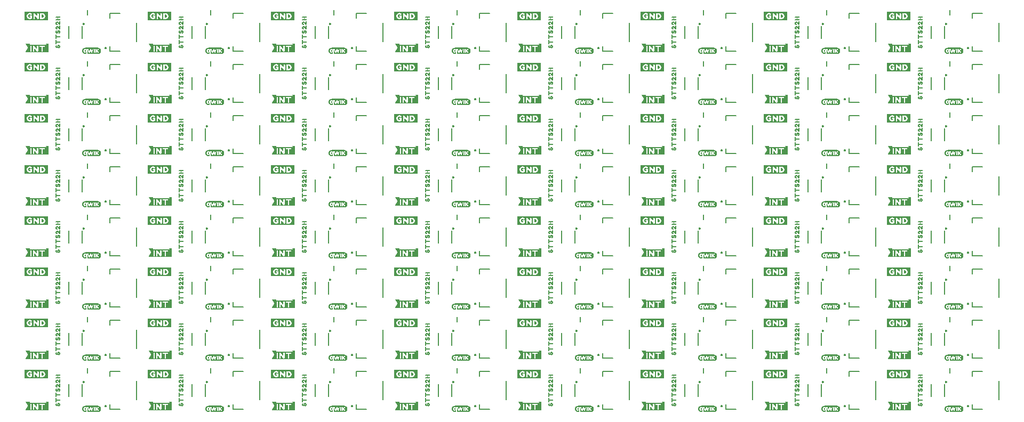
<source format=gto>
G04 EAGLE Gerber RS-274X export*
G75*
%MOMM*%
%FSLAX34Y34*%
%LPD*%
%INSilkscreen Top*%
%IPPOS*%
%AMOC8*
5,1,8,0,0,1.08239X$1,22.5*%
G01*
%ADD10C,0.152400*%
%ADD11C,0.203200*%
%ADD12C,0.360550*%
%ADD13C,0.127000*%

G36*
X1219097Y56687D02*
X1219097Y56687D01*
X1219092Y56694D01*
X1219099Y56700D01*
X1219099Y70200D01*
X1219063Y70247D01*
X1219060Y70245D01*
X1219058Y70249D01*
X1218458Y70349D01*
X1218453Y70346D01*
X1218450Y70349D01*
X1184650Y70349D01*
X1184643Y70344D01*
X1184634Y70347D01*
X1184630Y70334D01*
X1184603Y70313D01*
X1184608Y70307D01*
X1184607Y70306D01*
X1184617Y70294D01*
X1184616Y70293D01*
X1184590Y70329D01*
X1184558Y70339D01*
X1184550Y70349D01*
X1181250Y70349D01*
X1181203Y70313D01*
X1181206Y70309D01*
X1181203Y70306D01*
X1181205Y70303D01*
X1181201Y70300D01*
X1181201Y56800D01*
X1181237Y56753D01*
X1181240Y56755D01*
X1181242Y56751D01*
X1181842Y56651D01*
X1181847Y56654D01*
X1181850Y56651D01*
X1219050Y56651D01*
X1219097Y56687D01*
G37*
G36*
X1023517Y56687D02*
X1023517Y56687D01*
X1023512Y56694D01*
X1023519Y56700D01*
X1023519Y70200D01*
X1023483Y70247D01*
X1023480Y70245D01*
X1023478Y70249D01*
X1022878Y70349D01*
X1022873Y70346D01*
X1022870Y70349D01*
X989070Y70349D01*
X989063Y70344D01*
X989054Y70347D01*
X989050Y70334D01*
X989023Y70313D01*
X989028Y70307D01*
X989027Y70306D01*
X989037Y70294D01*
X989036Y70293D01*
X989010Y70329D01*
X988978Y70339D01*
X988970Y70349D01*
X985670Y70349D01*
X985623Y70313D01*
X985626Y70309D01*
X985623Y70306D01*
X985625Y70303D01*
X985621Y70300D01*
X985621Y56800D01*
X985657Y56753D01*
X985660Y56755D01*
X985662Y56751D01*
X986262Y56651D01*
X986267Y56654D01*
X986270Y56651D01*
X1023470Y56651D01*
X1023517Y56687D01*
G37*
G36*
X436777Y56687D02*
X436777Y56687D01*
X436772Y56694D01*
X436779Y56700D01*
X436779Y70200D01*
X436743Y70247D01*
X436740Y70245D01*
X436738Y70249D01*
X436138Y70349D01*
X436133Y70346D01*
X436130Y70349D01*
X402330Y70349D01*
X402323Y70344D01*
X402314Y70347D01*
X402310Y70334D01*
X402283Y70313D01*
X402288Y70307D01*
X402287Y70306D01*
X402297Y70294D01*
X402296Y70293D01*
X402270Y70329D01*
X402238Y70339D01*
X402230Y70349D01*
X398930Y70349D01*
X398883Y70313D01*
X398886Y70309D01*
X398883Y70306D01*
X398885Y70303D01*
X398881Y70300D01*
X398881Y56800D01*
X398917Y56753D01*
X398920Y56755D01*
X398922Y56751D01*
X399522Y56651D01*
X399527Y56654D01*
X399530Y56651D01*
X436730Y56651D01*
X436777Y56687D01*
G37*
G36*
X45617Y56687D02*
X45617Y56687D01*
X45612Y56694D01*
X45619Y56700D01*
X45619Y70200D01*
X45583Y70247D01*
X45580Y70245D01*
X45578Y70249D01*
X44978Y70349D01*
X44973Y70346D01*
X44970Y70349D01*
X11170Y70349D01*
X11163Y70344D01*
X11154Y70347D01*
X11150Y70334D01*
X11123Y70313D01*
X11128Y70307D01*
X11127Y70306D01*
X11137Y70294D01*
X11136Y70293D01*
X11110Y70329D01*
X11078Y70339D01*
X11070Y70349D01*
X7770Y70349D01*
X7723Y70313D01*
X7726Y70309D01*
X7723Y70306D01*
X7725Y70303D01*
X7721Y70300D01*
X7721Y56800D01*
X7757Y56753D01*
X7760Y56755D01*
X7762Y56751D01*
X8362Y56651D01*
X8367Y56654D01*
X8370Y56651D01*
X45570Y56651D01*
X45617Y56687D01*
G37*
G36*
X827937Y56687D02*
X827937Y56687D01*
X827932Y56694D01*
X827939Y56700D01*
X827939Y70200D01*
X827903Y70247D01*
X827900Y70245D01*
X827898Y70249D01*
X827298Y70349D01*
X827293Y70346D01*
X827290Y70349D01*
X793490Y70349D01*
X793483Y70344D01*
X793474Y70347D01*
X793470Y70334D01*
X793443Y70313D01*
X793448Y70307D01*
X793447Y70306D01*
X793457Y70294D01*
X793456Y70293D01*
X793430Y70329D01*
X793398Y70339D01*
X793390Y70349D01*
X790090Y70349D01*
X790043Y70313D01*
X790046Y70309D01*
X790043Y70306D01*
X790045Y70303D01*
X790041Y70300D01*
X790041Y56800D01*
X790077Y56753D01*
X790080Y56755D01*
X790082Y56751D01*
X790682Y56651D01*
X790687Y56654D01*
X790690Y56651D01*
X827890Y56651D01*
X827937Y56687D01*
G37*
G36*
X632357Y56687D02*
X632357Y56687D01*
X632352Y56694D01*
X632359Y56700D01*
X632359Y70200D01*
X632323Y70247D01*
X632320Y70245D01*
X632318Y70249D01*
X631718Y70349D01*
X631713Y70346D01*
X631710Y70349D01*
X597910Y70349D01*
X597903Y70344D01*
X597894Y70347D01*
X597890Y70334D01*
X597863Y70313D01*
X597868Y70307D01*
X597867Y70306D01*
X597877Y70294D01*
X597876Y70293D01*
X597850Y70329D01*
X597818Y70339D01*
X597810Y70349D01*
X594510Y70349D01*
X594463Y70313D01*
X594466Y70309D01*
X594463Y70306D01*
X594465Y70303D01*
X594461Y70300D01*
X594461Y56800D01*
X594497Y56753D01*
X594500Y56755D01*
X594502Y56751D01*
X595102Y56651D01*
X595107Y56654D01*
X595110Y56651D01*
X632310Y56651D01*
X632357Y56687D01*
G37*
G36*
X241197Y56687D02*
X241197Y56687D01*
X241192Y56694D01*
X241199Y56700D01*
X241199Y70200D01*
X241163Y70247D01*
X241160Y70245D01*
X241158Y70249D01*
X240558Y70349D01*
X240553Y70346D01*
X240550Y70349D01*
X206750Y70349D01*
X206743Y70344D01*
X206734Y70347D01*
X206730Y70334D01*
X206703Y70313D01*
X206708Y70307D01*
X206707Y70306D01*
X206717Y70294D01*
X206716Y70293D01*
X206690Y70329D01*
X206658Y70339D01*
X206650Y70349D01*
X203350Y70349D01*
X203303Y70313D01*
X203306Y70309D01*
X203303Y70306D01*
X203305Y70303D01*
X203301Y70300D01*
X203301Y56800D01*
X203337Y56753D01*
X203340Y56755D01*
X203342Y56751D01*
X203942Y56651D01*
X203947Y56654D01*
X203950Y56651D01*
X241150Y56651D01*
X241197Y56687D01*
G37*
G36*
X1414677Y56687D02*
X1414677Y56687D01*
X1414672Y56694D01*
X1414679Y56700D01*
X1414679Y70200D01*
X1414643Y70247D01*
X1414640Y70245D01*
X1414638Y70249D01*
X1414038Y70349D01*
X1414033Y70346D01*
X1414030Y70349D01*
X1380230Y70349D01*
X1380223Y70344D01*
X1380214Y70347D01*
X1380210Y70334D01*
X1380183Y70313D01*
X1380188Y70307D01*
X1380187Y70306D01*
X1380197Y70294D01*
X1380196Y70293D01*
X1380170Y70329D01*
X1380138Y70339D01*
X1380130Y70349D01*
X1376830Y70349D01*
X1376783Y70313D01*
X1376786Y70309D01*
X1376783Y70306D01*
X1376785Y70303D01*
X1376781Y70300D01*
X1376781Y56800D01*
X1376817Y56753D01*
X1376820Y56755D01*
X1376822Y56751D01*
X1377422Y56651D01*
X1377427Y56654D01*
X1377430Y56651D01*
X1414630Y56651D01*
X1414677Y56687D01*
G37*
G36*
X1023517Y625647D02*
X1023517Y625647D01*
X1023512Y625654D01*
X1023519Y625660D01*
X1023519Y639160D01*
X1023483Y639207D01*
X1023480Y639205D01*
X1023478Y639209D01*
X1022878Y639309D01*
X1022873Y639306D01*
X1022870Y639309D01*
X989070Y639309D01*
X989063Y639304D01*
X989054Y639307D01*
X989050Y639294D01*
X989023Y639273D01*
X989028Y639267D01*
X989027Y639266D01*
X989037Y639254D01*
X989036Y639253D01*
X989010Y639289D01*
X988978Y639299D01*
X988970Y639309D01*
X985670Y639309D01*
X985623Y639273D01*
X985626Y639269D01*
X985623Y639266D01*
X985625Y639263D01*
X985621Y639260D01*
X985621Y625760D01*
X985657Y625713D01*
X985660Y625715D01*
X985662Y625711D01*
X986262Y625611D01*
X986267Y625614D01*
X986270Y625611D01*
X1023470Y625611D01*
X1023517Y625647D01*
G37*
G36*
X45617Y625647D02*
X45617Y625647D01*
X45612Y625654D01*
X45619Y625660D01*
X45619Y639160D01*
X45583Y639207D01*
X45580Y639205D01*
X45578Y639209D01*
X44978Y639309D01*
X44973Y639306D01*
X44970Y639309D01*
X11170Y639309D01*
X11163Y639304D01*
X11154Y639307D01*
X11150Y639294D01*
X11123Y639273D01*
X11128Y639267D01*
X11127Y639266D01*
X11137Y639254D01*
X11136Y639253D01*
X11110Y639289D01*
X11078Y639299D01*
X11070Y639309D01*
X7770Y639309D01*
X7723Y639273D01*
X7726Y639269D01*
X7723Y639266D01*
X7725Y639263D01*
X7721Y639260D01*
X7721Y625760D01*
X7757Y625713D01*
X7760Y625715D01*
X7762Y625711D01*
X8362Y625611D01*
X8367Y625614D01*
X8370Y625611D01*
X45570Y625611D01*
X45617Y625647D01*
G37*
G36*
X1219097Y625647D02*
X1219097Y625647D01*
X1219092Y625654D01*
X1219099Y625660D01*
X1219099Y639160D01*
X1219063Y639207D01*
X1219060Y639205D01*
X1219058Y639209D01*
X1218458Y639309D01*
X1218453Y639306D01*
X1218450Y639309D01*
X1184650Y639309D01*
X1184643Y639304D01*
X1184634Y639307D01*
X1184630Y639294D01*
X1184603Y639273D01*
X1184608Y639267D01*
X1184607Y639266D01*
X1184617Y639254D01*
X1184616Y639253D01*
X1184590Y639289D01*
X1184558Y639299D01*
X1184550Y639309D01*
X1181250Y639309D01*
X1181203Y639273D01*
X1181206Y639269D01*
X1181203Y639266D01*
X1181205Y639263D01*
X1181201Y639260D01*
X1181201Y625760D01*
X1181237Y625713D01*
X1181240Y625715D01*
X1181242Y625711D01*
X1181842Y625611D01*
X1181847Y625614D01*
X1181850Y625611D01*
X1219050Y625611D01*
X1219097Y625647D01*
G37*
G36*
X827937Y625647D02*
X827937Y625647D01*
X827932Y625654D01*
X827939Y625660D01*
X827939Y639160D01*
X827903Y639207D01*
X827900Y639205D01*
X827898Y639209D01*
X827298Y639309D01*
X827293Y639306D01*
X827290Y639309D01*
X793490Y639309D01*
X793483Y639304D01*
X793474Y639307D01*
X793470Y639294D01*
X793443Y639273D01*
X793448Y639267D01*
X793447Y639266D01*
X793457Y639254D01*
X793456Y639253D01*
X793430Y639289D01*
X793398Y639299D01*
X793390Y639309D01*
X790090Y639309D01*
X790043Y639273D01*
X790046Y639269D01*
X790043Y639266D01*
X790045Y639263D01*
X790041Y639260D01*
X790041Y625760D01*
X790077Y625713D01*
X790080Y625715D01*
X790082Y625711D01*
X790682Y625611D01*
X790687Y625614D01*
X790690Y625611D01*
X827890Y625611D01*
X827937Y625647D01*
G37*
G36*
X241197Y625647D02*
X241197Y625647D01*
X241192Y625654D01*
X241199Y625660D01*
X241199Y639160D01*
X241163Y639207D01*
X241160Y639205D01*
X241158Y639209D01*
X240558Y639309D01*
X240553Y639306D01*
X240550Y639309D01*
X206750Y639309D01*
X206743Y639304D01*
X206734Y639307D01*
X206730Y639294D01*
X206703Y639273D01*
X206708Y639267D01*
X206707Y639266D01*
X206717Y639254D01*
X206716Y639253D01*
X206690Y639289D01*
X206658Y639299D01*
X206650Y639309D01*
X203350Y639309D01*
X203303Y639273D01*
X203306Y639269D01*
X203303Y639266D01*
X203305Y639263D01*
X203301Y639260D01*
X203301Y625760D01*
X203337Y625713D01*
X203340Y625715D01*
X203342Y625711D01*
X203942Y625611D01*
X203947Y625614D01*
X203950Y625611D01*
X241150Y625611D01*
X241197Y625647D01*
G37*
G36*
X436777Y625647D02*
X436777Y625647D01*
X436772Y625654D01*
X436779Y625660D01*
X436779Y639160D01*
X436743Y639207D01*
X436740Y639205D01*
X436738Y639209D01*
X436138Y639309D01*
X436133Y639306D01*
X436130Y639309D01*
X402330Y639309D01*
X402323Y639304D01*
X402314Y639307D01*
X402310Y639294D01*
X402283Y639273D01*
X402288Y639267D01*
X402287Y639266D01*
X402297Y639254D01*
X402296Y639253D01*
X402270Y639289D01*
X402238Y639299D01*
X402230Y639309D01*
X398930Y639309D01*
X398883Y639273D01*
X398886Y639269D01*
X398883Y639266D01*
X398885Y639263D01*
X398881Y639260D01*
X398881Y625760D01*
X398917Y625713D01*
X398920Y625715D01*
X398922Y625711D01*
X399522Y625611D01*
X399527Y625614D01*
X399530Y625611D01*
X436730Y625611D01*
X436777Y625647D01*
G37*
G36*
X1414677Y625647D02*
X1414677Y625647D01*
X1414672Y625654D01*
X1414679Y625660D01*
X1414679Y639160D01*
X1414643Y639207D01*
X1414640Y639205D01*
X1414638Y639209D01*
X1414038Y639309D01*
X1414033Y639306D01*
X1414030Y639309D01*
X1380230Y639309D01*
X1380223Y639304D01*
X1380214Y639307D01*
X1380210Y639294D01*
X1380183Y639273D01*
X1380188Y639267D01*
X1380187Y639266D01*
X1380197Y639254D01*
X1380196Y639253D01*
X1380170Y639289D01*
X1380138Y639299D01*
X1380130Y639309D01*
X1376830Y639309D01*
X1376783Y639273D01*
X1376786Y639269D01*
X1376783Y639266D01*
X1376785Y639263D01*
X1376781Y639260D01*
X1376781Y625760D01*
X1376817Y625713D01*
X1376820Y625715D01*
X1376822Y625711D01*
X1377422Y625611D01*
X1377427Y625614D01*
X1377430Y625611D01*
X1414630Y625611D01*
X1414677Y625647D01*
G37*
G36*
X632357Y625647D02*
X632357Y625647D01*
X632352Y625654D01*
X632359Y625660D01*
X632359Y639160D01*
X632323Y639207D01*
X632320Y639205D01*
X632318Y639209D01*
X631718Y639309D01*
X631713Y639306D01*
X631710Y639309D01*
X597910Y639309D01*
X597903Y639304D01*
X597894Y639307D01*
X597890Y639294D01*
X597863Y639273D01*
X597868Y639267D01*
X597867Y639266D01*
X597877Y639254D01*
X597876Y639253D01*
X597850Y639289D01*
X597818Y639299D01*
X597810Y639309D01*
X594510Y639309D01*
X594463Y639273D01*
X594466Y639269D01*
X594463Y639266D01*
X594465Y639263D01*
X594461Y639260D01*
X594461Y625760D01*
X594497Y625713D01*
X594500Y625715D01*
X594502Y625711D01*
X595102Y625611D01*
X595107Y625614D01*
X595110Y625611D01*
X632310Y625611D01*
X632357Y625647D01*
G37*
G36*
X632357Y300527D02*
X632357Y300527D01*
X632352Y300534D01*
X632359Y300540D01*
X632359Y314040D01*
X632323Y314087D01*
X632320Y314085D01*
X632318Y314089D01*
X631718Y314189D01*
X631713Y314186D01*
X631710Y314189D01*
X597910Y314189D01*
X597903Y314184D01*
X597894Y314187D01*
X597890Y314174D01*
X597863Y314153D01*
X597868Y314147D01*
X597867Y314146D01*
X597877Y314134D01*
X597876Y314133D01*
X597850Y314169D01*
X597818Y314179D01*
X597810Y314189D01*
X594510Y314189D01*
X594463Y314153D01*
X594466Y314149D01*
X594463Y314146D01*
X594465Y314143D01*
X594461Y314140D01*
X594461Y300640D01*
X594497Y300593D01*
X594500Y300595D01*
X594502Y300591D01*
X595102Y300491D01*
X595107Y300494D01*
X595110Y300491D01*
X632310Y300491D01*
X632357Y300527D01*
G37*
G36*
X241197Y300527D02*
X241197Y300527D01*
X241192Y300534D01*
X241199Y300540D01*
X241199Y314040D01*
X241163Y314087D01*
X241160Y314085D01*
X241158Y314089D01*
X240558Y314189D01*
X240553Y314186D01*
X240550Y314189D01*
X206750Y314189D01*
X206743Y314184D01*
X206734Y314187D01*
X206730Y314174D01*
X206703Y314153D01*
X206708Y314147D01*
X206707Y314146D01*
X206717Y314134D01*
X206716Y314133D01*
X206690Y314169D01*
X206658Y314179D01*
X206650Y314189D01*
X203350Y314189D01*
X203303Y314153D01*
X203306Y314149D01*
X203303Y314146D01*
X203305Y314143D01*
X203301Y314140D01*
X203301Y300640D01*
X203337Y300593D01*
X203340Y300595D01*
X203342Y300591D01*
X203942Y300491D01*
X203947Y300494D01*
X203950Y300491D01*
X241150Y300491D01*
X241197Y300527D01*
G37*
G36*
X1414677Y300527D02*
X1414677Y300527D01*
X1414672Y300534D01*
X1414679Y300540D01*
X1414679Y314040D01*
X1414643Y314087D01*
X1414640Y314085D01*
X1414638Y314089D01*
X1414038Y314189D01*
X1414033Y314186D01*
X1414030Y314189D01*
X1380230Y314189D01*
X1380223Y314184D01*
X1380214Y314187D01*
X1380210Y314174D01*
X1380183Y314153D01*
X1380188Y314147D01*
X1380187Y314146D01*
X1380197Y314134D01*
X1380196Y314133D01*
X1380170Y314169D01*
X1380138Y314179D01*
X1380130Y314189D01*
X1376830Y314189D01*
X1376783Y314153D01*
X1376786Y314149D01*
X1376783Y314146D01*
X1376785Y314143D01*
X1376781Y314140D01*
X1376781Y300640D01*
X1376817Y300593D01*
X1376820Y300595D01*
X1376822Y300591D01*
X1377422Y300491D01*
X1377427Y300494D01*
X1377430Y300491D01*
X1414630Y300491D01*
X1414677Y300527D01*
G37*
G36*
X45617Y300527D02*
X45617Y300527D01*
X45612Y300534D01*
X45619Y300540D01*
X45619Y314040D01*
X45583Y314087D01*
X45580Y314085D01*
X45578Y314089D01*
X44978Y314189D01*
X44973Y314186D01*
X44970Y314189D01*
X11170Y314189D01*
X11163Y314184D01*
X11154Y314187D01*
X11150Y314174D01*
X11123Y314153D01*
X11128Y314147D01*
X11127Y314146D01*
X11137Y314134D01*
X11136Y314133D01*
X11110Y314169D01*
X11078Y314179D01*
X11070Y314189D01*
X7770Y314189D01*
X7723Y314153D01*
X7726Y314149D01*
X7723Y314146D01*
X7725Y314143D01*
X7721Y314140D01*
X7721Y300640D01*
X7757Y300593D01*
X7760Y300595D01*
X7762Y300591D01*
X8362Y300491D01*
X8367Y300494D01*
X8370Y300491D01*
X45570Y300491D01*
X45617Y300527D01*
G37*
G36*
X1023517Y300527D02*
X1023517Y300527D01*
X1023512Y300534D01*
X1023519Y300540D01*
X1023519Y314040D01*
X1023483Y314087D01*
X1023480Y314085D01*
X1023478Y314089D01*
X1022878Y314189D01*
X1022873Y314186D01*
X1022870Y314189D01*
X989070Y314189D01*
X989063Y314184D01*
X989054Y314187D01*
X989050Y314174D01*
X989023Y314153D01*
X989028Y314147D01*
X989027Y314146D01*
X989037Y314134D01*
X989036Y314133D01*
X989010Y314169D01*
X988978Y314179D01*
X988970Y314189D01*
X985670Y314189D01*
X985623Y314153D01*
X985626Y314149D01*
X985623Y314146D01*
X985625Y314143D01*
X985621Y314140D01*
X985621Y300640D01*
X985657Y300593D01*
X985660Y300595D01*
X985662Y300591D01*
X986262Y300491D01*
X986267Y300494D01*
X986270Y300491D01*
X1023470Y300491D01*
X1023517Y300527D01*
G37*
G36*
X827937Y300527D02*
X827937Y300527D01*
X827932Y300534D01*
X827939Y300540D01*
X827939Y314040D01*
X827903Y314087D01*
X827900Y314085D01*
X827898Y314089D01*
X827298Y314189D01*
X827293Y314186D01*
X827290Y314189D01*
X793490Y314189D01*
X793483Y314184D01*
X793474Y314187D01*
X793470Y314174D01*
X793443Y314153D01*
X793448Y314147D01*
X793447Y314146D01*
X793457Y314134D01*
X793456Y314133D01*
X793430Y314169D01*
X793398Y314179D01*
X793390Y314189D01*
X790090Y314189D01*
X790043Y314153D01*
X790046Y314149D01*
X790043Y314146D01*
X790045Y314143D01*
X790041Y314140D01*
X790041Y300640D01*
X790077Y300593D01*
X790080Y300595D01*
X790082Y300591D01*
X790682Y300491D01*
X790687Y300494D01*
X790690Y300491D01*
X827890Y300491D01*
X827937Y300527D01*
G37*
G36*
X1219097Y300527D02*
X1219097Y300527D01*
X1219092Y300534D01*
X1219099Y300540D01*
X1219099Y314040D01*
X1219063Y314087D01*
X1219060Y314085D01*
X1219058Y314089D01*
X1218458Y314189D01*
X1218453Y314186D01*
X1218450Y314189D01*
X1184650Y314189D01*
X1184643Y314184D01*
X1184634Y314187D01*
X1184630Y314174D01*
X1184603Y314153D01*
X1184608Y314147D01*
X1184607Y314146D01*
X1184617Y314134D01*
X1184616Y314133D01*
X1184590Y314169D01*
X1184558Y314179D01*
X1184550Y314189D01*
X1181250Y314189D01*
X1181203Y314153D01*
X1181206Y314149D01*
X1181203Y314146D01*
X1181205Y314143D01*
X1181201Y314140D01*
X1181201Y300640D01*
X1181237Y300593D01*
X1181240Y300595D01*
X1181242Y300591D01*
X1181842Y300491D01*
X1181847Y300494D01*
X1181850Y300491D01*
X1219050Y300491D01*
X1219097Y300527D01*
G37*
G36*
X436777Y300527D02*
X436777Y300527D01*
X436772Y300534D01*
X436779Y300540D01*
X436779Y314040D01*
X436743Y314087D01*
X436740Y314085D01*
X436738Y314089D01*
X436138Y314189D01*
X436133Y314186D01*
X436130Y314189D01*
X402330Y314189D01*
X402323Y314184D01*
X402314Y314187D01*
X402310Y314174D01*
X402283Y314153D01*
X402288Y314147D01*
X402287Y314146D01*
X402297Y314134D01*
X402296Y314133D01*
X402270Y314169D01*
X402238Y314179D01*
X402230Y314189D01*
X398930Y314189D01*
X398883Y314153D01*
X398886Y314149D01*
X398883Y314146D01*
X398885Y314143D01*
X398881Y314140D01*
X398881Y300640D01*
X398917Y300593D01*
X398920Y300595D01*
X398922Y300591D01*
X399522Y300491D01*
X399527Y300494D01*
X399530Y300491D01*
X436730Y300491D01*
X436777Y300527D01*
G37*
G36*
X436777Y219247D02*
X436777Y219247D01*
X436772Y219254D01*
X436779Y219260D01*
X436779Y232760D01*
X436743Y232807D01*
X436740Y232805D01*
X436738Y232809D01*
X436138Y232909D01*
X436133Y232906D01*
X436130Y232909D01*
X402330Y232909D01*
X402323Y232904D01*
X402314Y232907D01*
X402310Y232894D01*
X402283Y232873D01*
X402288Y232867D01*
X402287Y232866D01*
X402297Y232854D01*
X402296Y232853D01*
X402270Y232889D01*
X402238Y232899D01*
X402230Y232909D01*
X398930Y232909D01*
X398883Y232873D01*
X398886Y232869D01*
X398883Y232866D01*
X398885Y232863D01*
X398881Y232860D01*
X398881Y219360D01*
X398917Y219313D01*
X398920Y219315D01*
X398922Y219311D01*
X399522Y219211D01*
X399527Y219214D01*
X399530Y219211D01*
X436730Y219211D01*
X436777Y219247D01*
G37*
G36*
X241197Y219247D02*
X241197Y219247D01*
X241192Y219254D01*
X241199Y219260D01*
X241199Y232760D01*
X241163Y232807D01*
X241160Y232805D01*
X241158Y232809D01*
X240558Y232909D01*
X240553Y232906D01*
X240550Y232909D01*
X206750Y232909D01*
X206743Y232904D01*
X206734Y232907D01*
X206730Y232894D01*
X206703Y232873D01*
X206708Y232867D01*
X206707Y232866D01*
X206717Y232854D01*
X206716Y232853D01*
X206690Y232889D01*
X206658Y232899D01*
X206650Y232909D01*
X203350Y232909D01*
X203303Y232873D01*
X203306Y232869D01*
X203303Y232866D01*
X203305Y232863D01*
X203301Y232860D01*
X203301Y219360D01*
X203337Y219313D01*
X203340Y219315D01*
X203342Y219311D01*
X203942Y219211D01*
X203947Y219214D01*
X203950Y219211D01*
X241150Y219211D01*
X241197Y219247D01*
G37*
G36*
X1414677Y219247D02*
X1414677Y219247D01*
X1414672Y219254D01*
X1414679Y219260D01*
X1414679Y232760D01*
X1414643Y232807D01*
X1414640Y232805D01*
X1414638Y232809D01*
X1414038Y232909D01*
X1414033Y232906D01*
X1414030Y232909D01*
X1380230Y232909D01*
X1380223Y232904D01*
X1380214Y232907D01*
X1380210Y232894D01*
X1380183Y232873D01*
X1380188Y232867D01*
X1380187Y232866D01*
X1380197Y232854D01*
X1380196Y232853D01*
X1380170Y232889D01*
X1380138Y232899D01*
X1380130Y232909D01*
X1376830Y232909D01*
X1376783Y232873D01*
X1376786Y232869D01*
X1376783Y232866D01*
X1376785Y232863D01*
X1376781Y232860D01*
X1376781Y219360D01*
X1376817Y219313D01*
X1376820Y219315D01*
X1376822Y219311D01*
X1377422Y219211D01*
X1377427Y219214D01*
X1377430Y219211D01*
X1414630Y219211D01*
X1414677Y219247D01*
G37*
G36*
X1219097Y219247D02*
X1219097Y219247D01*
X1219092Y219254D01*
X1219099Y219260D01*
X1219099Y232760D01*
X1219063Y232807D01*
X1219060Y232805D01*
X1219058Y232809D01*
X1218458Y232909D01*
X1218453Y232906D01*
X1218450Y232909D01*
X1184650Y232909D01*
X1184643Y232904D01*
X1184634Y232907D01*
X1184630Y232894D01*
X1184603Y232873D01*
X1184608Y232867D01*
X1184607Y232866D01*
X1184617Y232854D01*
X1184616Y232853D01*
X1184590Y232889D01*
X1184558Y232899D01*
X1184550Y232909D01*
X1181250Y232909D01*
X1181203Y232873D01*
X1181206Y232869D01*
X1181203Y232866D01*
X1181205Y232863D01*
X1181201Y232860D01*
X1181201Y219360D01*
X1181237Y219313D01*
X1181240Y219315D01*
X1181242Y219311D01*
X1181842Y219211D01*
X1181847Y219214D01*
X1181850Y219211D01*
X1219050Y219211D01*
X1219097Y219247D01*
G37*
G36*
X827937Y219247D02*
X827937Y219247D01*
X827932Y219254D01*
X827939Y219260D01*
X827939Y232760D01*
X827903Y232807D01*
X827900Y232805D01*
X827898Y232809D01*
X827298Y232909D01*
X827293Y232906D01*
X827290Y232909D01*
X793490Y232909D01*
X793483Y232904D01*
X793474Y232907D01*
X793470Y232894D01*
X793443Y232873D01*
X793448Y232867D01*
X793447Y232866D01*
X793457Y232854D01*
X793456Y232853D01*
X793430Y232889D01*
X793398Y232899D01*
X793390Y232909D01*
X790090Y232909D01*
X790043Y232873D01*
X790046Y232869D01*
X790043Y232866D01*
X790045Y232863D01*
X790041Y232860D01*
X790041Y219360D01*
X790077Y219313D01*
X790080Y219315D01*
X790082Y219311D01*
X790682Y219211D01*
X790687Y219214D01*
X790690Y219211D01*
X827890Y219211D01*
X827937Y219247D01*
G37*
G36*
X45617Y219247D02*
X45617Y219247D01*
X45612Y219254D01*
X45619Y219260D01*
X45619Y232760D01*
X45583Y232807D01*
X45580Y232805D01*
X45578Y232809D01*
X44978Y232909D01*
X44973Y232906D01*
X44970Y232909D01*
X11170Y232909D01*
X11163Y232904D01*
X11154Y232907D01*
X11150Y232894D01*
X11123Y232873D01*
X11128Y232867D01*
X11127Y232866D01*
X11137Y232854D01*
X11136Y232853D01*
X11110Y232889D01*
X11078Y232899D01*
X11070Y232909D01*
X7770Y232909D01*
X7723Y232873D01*
X7726Y232869D01*
X7723Y232866D01*
X7725Y232863D01*
X7721Y232860D01*
X7721Y219360D01*
X7757Y219313D01*
X7760Y219315D01*
X7762Y219311D01*
X8362Y219211D01*
X8367Y219214D01*
X8370Y219211D01*
X45570Y219211D01*
X45617Y219247D01*
G37*
G36*
X632357Y219247D02*
X632357Y219247D01*
X632352Y219254D01*
X632359Y219260D01*
X632359Y232760D01*
X632323Y232807D01*
X632320Y232805D01*
X632318Y232809D01*
X631718Y232909D01*
X631713Y232906D01*
X631710Y232909D01*
X597910Y232909D01*
X597903Y232904D01*
X597894Y232907D01*
X597890Y232894D01*
X597863Y232873D01*
X597868Y232867D01*
X597867Y232866D01*
X597877Y232854D01*
X597876Y232853D01*
X597850Y232889D01*
X597818Y232899D01*
X597810Y232909D01*
X594510Y232909D01*
X594463Y232873D01*
X594466Y232869D01*
X594463Y232866D01*
X594465Y232863D01*
X594461Y232860D01*
X594461Y219360D01*
X594497Y219313D01*
X594500Y219315D01*
X594502Y219311D01*
X595102Y219211D01*
X595107Y219214D01*
X595110Y219211D01*
X632310Y219211D01*
X632357Y219247D01*
G37*
G36*
X1023517Y219247D02*
X1023517Y219247D01*
X1023512Y219254D01*
X1023519Y219260D01*
X1023519Y232760D01*
X1023483Y232807D01*
X1023480Y232805D01*
X1023478Y232809D01*
X1022878Y232909D01*
X1022873Y232906D01*
X1022870Y232909D01*
X989070Y232909D01*
X989063Y232904D01*
X989054Y232907D01*
X989050Y232894D01*
X989023Y232873D01*
X989028Y232867D01*
X989027Y232866D01*
X989037Y232854D01*
X989036Y232853D01*
X989010Y232889D01*
X988978Y232899D01*
X988970Y232909D01*
X985670Y232909D01*
X985623Y232873D01*
X985626Y232869D01*
X985623Y232866D01*
X985625Y232863D01*
X985621Y232860D01*
X985621Y219360D01*
X985657Y219313D01*
X985660Y219315D01*
X985662Y219311D01*
X986262Y219211D01*
X986267Y219214D01*
X986270Y219211D01*
X1023470Y219211D01*
X1023517Y219247D01*
G37*
G36*
X45617Y381807D02*
X45617Y381807D01*
X45612Y381814D01*
X45619Y381820D01*
X45619Y395320D01*
X45583Y395367D01*
X45580Y395365D01*
X45578Y395369D01*
X44978Y395469D01*
X44973Y395466D01*
X44970Y395469D01*
X11170Y395469D01*
X11163Y395464D01*
X11154Y395467D01*
X11150Y395454D01*
X11123Y395433D01*
X11128Y395427D01*
X11127Y395426D01*
X11137Y395414D01*
X11136Y395413D01*
X11110Y395449D01*
X11078Y395459D01*
X11070Y395469D01*
X7770Y395469D01*
X7723Y395433D01*
X7726Y395429D01*
X7723Y395426D01*
X7725Y395423D01*
X7721Y395420D01*
X7721Y381920D01*
X7757Y381873D01*
X7760Y381875D01*
X7762Y381871D01*
X8362Y381771D01*
X8367Y381774D01*
X8370Y381771D01*
X45570Y381771D01*
X45617Y381807D01*
G37*
G36*
X827937Y381807D02*
X827937Y381807D01*
X827932Y381814D01*
X827939Y381820D01*
X827939Y395320D01*
X827903Y395367D01*
X827900Y395365D01*
X827898Y395369D01*
X827298Y395469D01*
X827293Y395466D01*
X827290Y395469D01*
X793490Y395469D01*
X793483Y395464D01*
X793474Y395467D01*
X793470Y395454D01*
X793443Y395433D01*
X793448Y395427D01*
X793447Y395426D01*
X793457Y395414D01*
X793456Y395413D01*
X793430Y395449D01*
X793398Y395459D01*
X793390Y395469D01*
X790090Y395469D01*
X790043Y395433D01*
X790046Y395429D01*
X790043Y395426D01*
X790045Y395423D01*
X790041Y395420D01*
X790041Y381920D01*
X790077Y381873D01*
X790080Y381875D01*
X790082Y381871D01*
X790682Y381771D01*
X790687Y381774D01*
X790690Y381771D01*
X827890Y381771D01*
X827937Y381807D01*
G37*
G36*
X1219097Y381807D02*
X1219097Y381807D01*
X1219092Y381814D01*
X1219099Y381820D01*
X1219099Y395320D01*
X1219063Y395367D01*
X1219060Y395365D01*
X1219058Y395369D01*
X1218458Y395469D01*
X1218453Y395466D01*
X1218450Y395469D01*
X1184650Y395469D01*
X1184643Y395464D01*
X1184634Y395467D01*
X1184630Y395454D01*
X1184603Y395433D01*
X1184608Y395427D01*
X1184607Y395426D01*
X1184617Y395414D01*
X1184616Y395413D01*
X1184590Y395449D01*
X1184558Y395459D01*
X1184550Y395469D01*
X1181250Y395469D01*
X1181203Y395433D01*
X1181206Y395429D01*
X1181203Y395426D01*
X1181205Y395423D01*
X1181201Y395420D01*
X1181201Y381920D01*
X1181237Y381873D01*
X1181240Y381875D01*
X1181242Y381871D01*
X1181842Y381771D01*
X1181847Y381774D01*
X1181850Y381771D01*
X1219050Y381771D01*
X1219097Y381807D01*
G37*
G36*
X1023517Y381807D02*
X1023517Y381807D01*
X1023512Y381814D01*
X1023519Y381820D01*
X1023519Y395320D01*
X1023483Y395367D01*
X1023480Y395365D01*
X1023478Y395369D01*
X1022878Y395469D01*
X1022873Y395466D01*
X1022870Y395469D01*
X989070Y395469D01*
X989063Y395464D01*
X989054Y395467D01*
X989050Y395454D01*
X989023Y395433D01*
X989028Y395427D01*
X989027Y395426D01*
X989037Y395414D01*
X989036Y395413D01*
X989010Y395449D01*
X988978Y395459D01*
X988970Y395469D01*
X985670Y395469D01*
X985623Y395433D01*
X985626Y395429D01*
X985623Y395426D01*
X985625Y395423D01*
X985621Y395420D01*
X985621Y381920D01*
X985657Y381873D01*
X985660Y381875D01*
X985662Y381871D01*
X986262Y381771D01*
X986267Y381774D01*
X986270Y381771D01*
X1023470Y381771D01*
X1023517Y381807D01*
G37*
G36*
X241197Y381807D02*
X241197Y381807D01*
X241192Y381814D01*
X241199Y381820D01*
X241199Y395320D01*
X241163Y395367D01*
X241160Y395365D01*
X241158Y395369D01*
X240558Y395469D01*
X240553Y395466D01*
X240550Y395469D01*
X206750Y395469D01*
X206743Y395464D01*
X206734Y395467D01*
X206730Y395454D01*
X206703Y395433D01*
X206708Y395427D01*
X206707Y395426D01*
X206717Y395414D01*
X206716Y395413D01*
X206690Y395449D01*
X206658Y395459D01*
X206650Y395469D01*
X203350Y395469D01*
X203303Y395433D01*
X203306Y395429D01*
X203303Y395426D01*
X203305Y395423D01*
X203301Y395420D01*
X203301Y381920D01*
X203337Y381873D01*
X203340Y381875D01*
X203342Y381871D01*
X203942Y381771D01*
X203947Y381774D01*
X203950Y381771D01*
X241150Y381771D01*
X241197Y381807D01*
G37*
G36*
X436777Y381807D02*
X436777Y381807D01*
X436772Y381814D01*
X436779Y381820D01*
X436779Y395320D01*
X436743Y395367D01*
X436740Y395365D01*
X436738Y395369D01*
X436138Y395469D01*
X436133Y395466D01*
X436130Y395469D01*
X402330Y395469D01*
X402323Y395464D01*
X402314Y395467D01*
X402310Y395454D01*
X402283Y395433D01*
X402288Y395427D01*
X402287Y395426D01*
X402297Y395414D01*
X402296Y395413D01*
X402270Y395449D01*
X402238Y395459D01*
X402230Y395469D01*
X398930Y395469D01*
X398883Y395433D01*
X398886Y395429D01*
X398883Y395426D01*
X398885Y395423D01*
X398881Y395420D01*
X398881Y381920D01*
X398917Y381873D01*
X398920Y381875D01*
X398922Y381871D01*
X399522Y381771D01*
X399527Y381774D01*
X399530Y381771D01*
X436730Y381771D01*
X436777Y381807D01*
G37*
G36*
X1414677Y381807D02*
X1414677Y381807D01*
X1414672Y381814D01*
X1414679Y381820D01*
X1414679Y395320D01*
X1414643Y395367D01*
X1414640Y395365D01*
X1414638Y395369D01*
X1414038Y395469D01*
X1414033Y395466D01*
X1414030Y395469D01*
X1380230Y395469D01*
X1380223Y395464D01*
X1380214Y395467D01*
X1380210Y395454D01*
X1380183Y395433D01*
X1380188Y395427D01*
X1380187Y395426D01*
X1380197Y395414D01*
X1380196Y395413D01*
X1380170Y395449D01*
X1380138Y395459D01*
X1380130Y395469D01*
X1376830Y395469D01*
X1376783Y395433D01*
X1376786Y395429D01*
X1376783Y395426D01*
X1376785Y395423D01*
X1376781Y395420D01*
X1376781Y381920D01*
X1376817Y381873D01*
X1376820Y381875D01*
X1376822Y381871D01*
X1377422Y381771D01*
X1377427Y381774D01*
X1377430Y381771D01*
X1414630Y381771D01*
X1414677Y381807D01*
G37*
G36*
X632357Y381807D02*
X632357Y381807D01*
X632352Y381814D01*
X632359Y381820D01*
X632359Y395320D01*
X632323Y395367D01*
X632320Y395365D01*
X632318Y395369D01*
X631718Y395469D01*
X631713Y395466D01*
X631710Y395469D01*
X597910Y395469D01*
X597903Y395464D01*
X597894Y395467D01*
X597890Y395454D01*
X597863Y395433D01*
X597868Y395427D01*
X597867Y395426D01*
X597877Y395414D01*
X597876Y395413D01*
X597850Y395449D01*
X597818Y395459D01*
X597810Y395469D01*
X594510Y395469D01*
X594463Y395433D01*
X594466Y395429D01*
X594463Y395426D01*
X594465Y395423D01*
X594461Y395420D01*
X594461Y381920D01*
X594497Y381873D01*
X594500Y381875D01*
X594502Y381871D01*
X595102Y381771D01*
X595107Y381774D01*
X595110Y381771D01*
X632310Y381771D01*
X632357Y381807D01*
G37*
G36*
X241197Y463087D02*
X241197Y463087D01*
X241192Y463094D01*
X241199Y463100D01*
X241199Y476600D01*
X241163Y476647D01*
X241160Y476645D01*
X241158Y476649D01*
X240558Y476749D01*
X240553Y476746D01*
X240550Y476749D01*
X206750Y476749D01*
X206743Y476744D01*
X206734Y476747D01*
X206730Y476734D01*
X206703Y476713D01*
X206708Y476707D01*
X206707Y476706D01*
X206717Y476694D01*
X206716Y476693D01*
X206690Y476729D01*
X206658Y476739D01*
X206650Y476749D01*
X203350Y476749D01*
X203303Y476713D01*
X203306Y476709D01*
X203303Y476706D01*
X203305Y476703D01*
X203301Y476700D01*
X203301Y463200D01*
X203337Y463153D01*
X203340Y463155D01*
X203342Y463151D01*
X203942Y463051D01*
X203947Y463054D01*
X203950Y463051D01*
X241150Y463051D01*
X241197Y463087D01*
G37*
G36*
X45617Y463087D02*
X45617Y463087D01*
X45612Y463094D01*
X45619Y463100D01*
X45619Y476600D01*
X45583Y476647D01*
X45580Y476645D01*
X45578Y476649D01*
X44978Y476749D01*
X44973Y476746D01*
X44970Y476749D01*
X11170Y476749D01*
X11163Y476744D01*
X11154Y476747D01*
X11150Y476734D01*
X11123Y476713D01*
X11128Y476707D01*
X11127Y476706D01*
X11137Y476694D01*
X11136Y476693D01*
X11110Y476729D01*
X11078Y476739D01*
X11070Y476749D01*
X7770Y476749D01*
X7723Y476713D01*
X7726Y476709D01*
X7723Y476706D01*
X7725Y476703D01*
X7721Y476700D01*
X7721Y463200D01*
X7757Y463153D01*
X7760Y463155D01*
X7762Y463151D01*
X8362Y463051D01*
X8367Y463054D01*
X8370Y463051D01*
X45570Y463051D01*
X45617Y463087D01*
G37*
G36*
X436777Y463087D02*
X436777Y463087D01*
X436772Y463094D01*
X436779Y463100D01*
X436779Y476600D01*
X436743Y476647D01*
X436740Y476645D01*
X436738Y476649D01*
X436138Y476749D01*
X436133Y476746D01*
X436130Y476749D01*
X402330Y476749D01*
X402323Y476744D01*
X402314Y476747D01*
X402310Y476734D01*
X402283Y476713D01*
X402288Y476707D01*
X402287Y476706D01*
X402297Y476694D01*
X402296Y476693D01*
X402270Y476729D01*
X402238Y476739D01*
X402230Y476749D01*
X398930Y476749D01*
X398883Y476713D01*
X398886Y476709D01*
X398883Y476706D01*
X398885Y476703D01*
X398881Y476700D01*
X398881Y463200D01*
X398917Y463153D01*
X398920Y463155D01*
X398922Y463151D01*
X399522Y463051D01*
X399527Y463054D01*
X399530Y463051D01*
X436730Y463051D01*
X436777Y463087D01*
G37*
G36*
X632357Y463087D02*
X632357Y463087D01*
X632352Y463094D01*
X632359Y463100D01*
X632359Y476600D01*
X632323Y476647D01*
X632320Y476645D01*
X632318Y476649D01*
X631718Y476749D01*
X631713Y476746D01*
X631710Y476749D01*
X597910Y476749D01*
X597903Y476744D01*
X597894Y476747D01*
X597890Y476734D01*
X597863Y476713D01*
X597868Y476707D01*
X597867Y476706D01*
X597877Y476694D01*
X597876Y476693D01*
X597850Y476729D01*
X597818Y476739D01*
X597810Y476749D01*
X594510Y476749D01*
X594463Y476713D01*
X594466Y476709D01*
X594463Y476706D01*
X594465Y476703D01*
X594461Y476700D01*
X594461Y463200D01*
X594497Y463153D01*
X594500Y463155D01*
X594502Y463151D01*
X595102Y463051D01*
X595107Y463054D01*
X595110Y463051D01*
X632310Y463051D01*
X632357Y463087D01*
G37*
G36*
X1023517Y463087D02*
X1023517Y463087D01*
X1023512Y463094D01*
X1023519Y463100D01*
X1023519Y476600D01*
X1023483Y476647D01*
X1023480Y476645D01*
X1023478Y476649D01*
X1022878Y476749D01*
X1022873Y476746D01*
X1022870Y476749D01*
X989070Y476749D01*
X989063Y476744D01*
X989054Y476747D01*
X989050Y476734D01*
X989023Y476713D01*
X989028Y476707D01*
X989027Y476706D01*
X989037Y476694D01*
X989036Y476693D01*
X989010Y476729D01*
X988978Y476739D01*
X988970Y476749D01*
X985670Y476749D01*
X985623Y476713D01*
X985626Y476709D01*
X985623Y476706D01*
X985625Y476703D01*
X985621Y476700D01*
X985621Y463200D01*
X985657Y463153D01*
X985660Y463155D01*
X985662Y463151D01*
X986262Y463051D01*
X986267Y463054D01*
X986270Y463051D01*
X1023470Y463051D01*
X1023517Y463087D01*
G37*
G36*
X1219097Y463087D02*
X1219097Y463087D01*
X1219092Y463094D01*
X1219099Y463100D01*
X1219099Y476600D01*
X1219063Y476647D01*
X1219060Y476645D01*
X1219058Y476649D01*
X1218458Y476749D01*
X1218453Y476746D01*
X1218450Y476749D01*
X1184650Y476749D01*
X1184643Y476744D01*
X1184634Y476747D01*
X1184630Y476734D01*
X1184603Y476713D01*
X1184608Y476707D01*
X1184607Y476706D01*
X1184617Y476694D01*
X1184616Y476693D01*
X1184590Y476729D01*
X1184558Y476739D01*
X1184550Y476749D01*
X1181250Y476749D01*
X1181203Y476713D01*
X1181206Y476709D01*
X1181203Y476706D01*
X1181205Y476703D01*
X1181201Y476700D01*
X1181201Y463200D01*
X1181237Y463153D01*
X1181240Y463155D01*
X1181242Y463151D01*
X1181842Y463051D01*
X1181847Y463054D01*
X1181850Y463051D01*
X1219050Y463051D01*
X1219097Y463087D01*
G37*
G36*
X827937Y463087D02*
X827937Y463087D01*
X827932Y463094D01*
X827939Y463100D01*
X827939Y476600D01*
X827903Y476647D01*
X827900Y476645D01*
X827898Y476649D01*
X827298Y476749D01*
X827293Y476746D01*
X827290Y476749D01*
X793490Y476749D01*
X793483Y476744D01*
X793474Y476747D01*
X793470Y476734D01*
X793443Y476713D01*
X793448Y476707D01*
X793447Y476706D01*
X793457Y476694D01*
X793456Y476693D01*
X793430Y476729D01*
X793398Y476739D01*
X793390Y476749D01*
X790090Y476749D01*
X790043Y476713D01*
X790046Y476709D01*
X790043Y476706D01*
X790045Y476703D01*
X790041Y476700D01*
X790041Y463200D01*
X790077Y463153D01*
X790080Y463155D01*
X790082Y463151D01*
X790682Y463051D01*
X790687Y463054D01*
X790690Y463051D01*
X827890Y463051D01*
X827937Y463087D01*
G37*
G36*
X1414677Y463087D02*
X1414677Y463087D01*
X1414672Y463094D01*
X1414679Y463100D01*
X1414679Y476600D01*
X1414643Y476647D01*
X1414640Y476645D01*
X1414638Y476649D01*
X1414038Y476749D01*
X1414033Y476746D01*
X1414030Y476749D01*
X1380230Y476749D01*
X1380223Y476744D01*
X1380214Y476747D01*
X1380210Y476734D01*
X1380183Y476713D01*
X1380188Y476707D01*
X1380187Y476706D01*
X1380197Y476694D01*
X1380196Y476693D01*
X1380170Y476729D01*
X1380138Y476739D01*
X1380130Y476749D01*
X1376830Y476749D01*
X1376783Y476713D01*
X1376786Y476709D01*
X1376783Y476706D01*
X1376785Y476703D01*
X1376781Y476700D01*
X1376781Y463200D01*
X1376817Y463153D01*
X1376820Y463155D01*
X1376822Y463151D01*
X1377422Y463051D01*
X1377427Y463054D01*
X1377430Y463051D01*
X1414630Y463051D01*
X1414677Y463087D01*
G37*
G36*
X827937Y137967D02*
X827937Y137967D01*
X827932Y137974D01*
X827939Y137980D01*
X827939Y151480D01*
X827903Y151527D01*
X827900Y151525D01*
X827898Y151529D01*
X827298Y151629D01*
X827293Y151626D01*
X827290Y151629D01*
X793490Y151629D01*
X793483Y151624D01*
X793474Y151627D01*
X793470Y151614D01*
X793443Y151593D01*
X793448Y151587D01*
X793447Y151586D01*
X793457Y151574D01*
X793456Y151573D01*
X793430Y151609D01*
X793398Y151619D01*
X793390Y151629D01*
X790090Y151629D01*
X790043Y151593D01*
X790046Y151589D01*
X790043Y151586D01*
X790045Y151583D01*
X790041Y151580D01*
X790041Y138080D01*
X790077Y138033D01*
X790080Y138035D01*
X790082Y138031D01*
X790682Y137931D01*
X790687Y137934D01*
X790690Y137931D01*
X827890Y137931D01*
X827937Y137967D01*
G37*
G36*
X436777Y137967D02*
X436777Y137967D01*
X436772Y137974D01*
X436779Y137980D01*
X436779Y151480D01*
X436743Y151527D01*
X436740Y151525D01*
X436738Y151529D01*
X436138Y151629D01*
X436133Y151626D01*
X436130Y151629D01*
X402330Y151629D01*
X402323Y151624D01*
X402314Y151627D01*
X402310Y151614D01*
X402283Y151593D01*
X402288Y151587D01*
X402287Y151586D01*
X402297Y151574D01*
X402296Y151573D01*
X402270Y151609D01*
X402238Y151619D01*
X402230Y151629D01*
X398930Y151629D01*
X398883Y151593D01*
X398886Y151589D01*
X398883Y151586D01*
X398885Y151583D01*
X398881Y151580D01*
X398881Y138080D01*
X398917Y138033D01*
X398920Y138035D01*
X398922Y138031D01*
X399522Y137931D01*
X399527Y137934D01*
X399530Y137931D01*
X436730Y137931D01*
X436777Y137967D01*
G37*
G36*
X1023517Y137967D02*
X1023517Y137967D01*
X1023512Y137974D01*
X1023519Y137980D01*
X1023519Y151480D01*
X1023483Y151527D01*
X1023480Y151525D01*
X1023478Y151529D01*
X1022878Y151629D01*
X1022873Y151626D01*
X1022870Y151629D01*
X989070Y151629D01*
X989063Y151624D01*
X989054Y151627D01*
X989050Y151614D01*
X989023Y151593D01*
X989028Y151587D01*
X989027Y151586D01*
X989037Y151574D01*
X989036Y151573D01*
X989010Y151609D01*
X988978Y151619D01*
X988970Y151629D01*
X985670Y151629D01*
X985623Y151593D01*
X985626Y151589D01*
X985623Y151586D01*
X985625Y151583D01*
X985621Y151580D01*
X985621Y138080D01*
X985657Y138033D01*
X985660Y138035D01*
X985662Y138031D01*
X986262Y137931D01*
X986267Y137934D01*
X986270Y137931D01*
X1023470Y137931D01*
X1023517Y137967D01*
G37*
G36*
X45617Y137967D02*
X45617Y137967D01*
X45612Y137974D01*
X45619Y137980D01*
X45619Y151480D01*
X45583Y151527D01*
X45580Y151525D01*
X45578Y151529D01*
X44978Y151629D01*
X44973Y151626D01*
X44970Y151629D01*
X11170Y151629D01*
X11163Y151624D01*
X11154Y151627D01*
X11150Y151614D01*
X11123Y151593D01*
X11128Y151587D01*
X11127Y151586D01*
X11137Y151574D01*
X11136Y151573D01*
X11110Y151609D01*
X11078Y151619D01*
X11070Y151629D01*
X7770Y151629D01*
X7723Y151593D01*
X7726Y151589D01*
X7723Y151586D01*
X7725Y151583D01*
X7721Y151580D01*
X7721Y138080D01*
X7757Y138033D01*
X7760Y138035D01*
X7762Y138031D01*
X8362Y137931D01*
X8367Y137934D01*
X8370Y137931D01*
X45570Y137931D01*
X45617Y137967D01*
G37*
G36*
X1219097Y137967D02*
X1219097Y137967D01*
X1219092Y137974D01*
X1219099Y137980D01*
X1219099Y151480D01*
X1219063Y151527D01*
X1219060Y151525D01*
X1219058Y151529D01*
X1218458Y151629D01*
X1218453Y151626D01*
X1218450Y151629D01*
X1184650Y151629D01*
X1184643Y151624D01*
X1184634Y151627D01*
X1184630Y151614D01*
X1184603Y151593D01*
X1184608Y151587D01*
X1184607Y151586D01*
X1184617Y151574D01*
X1184616Y151573D01*
X1184590Y151609D01*
X1184558Y151619D01*
X1184550Y151629D01*
X1181250Y151629D01*
X1181203Y151593D01*
X1181206Y151589D01*
X1181203Y151586D01*
X1181205Y151583D01*
X1181201Y151580D01*
X1181201Y138080D01*
X1181237Y138033D01*
X1181240Y138035D01*
X1181242Y138031D01*
X1181842Y137931D01*
X1181847Y137934D01*
X1181850Y137931D01*
X1219050Y137931D01*
X1219097Y137967D01*
G37*
G36*
X241197Y137967D02*
X241197Y137967D01*
X241192Y137974D01*
X241199Y137980D01*
X241199Y151480D01*
X241163Y151527D01*
X241160Y151525D01*
X241158Y151529D01*
X240558Y151629D01*
X240553Y151626D01*
X240550Y151629D01*
X206750Y151629D01*
X206743Y151624D01*
X206734Y151627D01*
X206730Y151614D01*
X206703Y151593D01*
X206708Y151587D01*
X206707Y151586D01*
X206717Y151574D01*
X206716Y151573D01*
X206690Y151609D01*
X206658Y151619D01*
X206650Y151629D01*
X203350Y151629D01*
X203303Y151593D01*
X203306Y151589D01*
X203303Y151586D01*
X203305Y151583D01*
X203301Y151580D01*
X203301Y138080D01*
X203337Y138033D01*
X203340Y138035D01*
X203342Y138031D01*
X203942Y137931D01*
X203947Y137934D01*
X203950Y137931D01*
X241150Y137931D01*
X241197Y137967D01*
G37*
G36*
X632357Y137967D02*
X632357Y137967D01*
X632352Y137974D01*
X632359Y137980D01*
X632359Y151480D01*
X632323Y151527D01*
X632320Y151525D01*
X632318Y151529D01*
X631718Y151629D01*
X631713Y151626D01*
X631710Y151629D01*
X597910Y151629D01*
X597903Y151624D01*
X597894Y151627D01*
X597890Y151614D01*
X597863Y151593D01*
X597868Y151587D01*
X597867Y151586D01*
X597877Y151574D01*
X597876Y151573D01*
X597850Y151609D01*
X597818Y151619D01*
X597810Y151629D01*
X594510Y151629D01*
X594463Y151593D01*
X594466Y151589D01*
X594463Y151586D01*
X594465Y151583D01*
X594461Y151580D01*
X594461Y138080D01*
X594497Y138033D01*
X594500Y138035D01*
X594502Y138031D01*
X595102Y137931D01*
X595107Y137934D01*
X595110Y137931D01*
X632310Y137931D01*
X632357Y137967D01*
G37*
G36*
X1414677Y137967D02*
X1414677Y137967D01*
X1414672Y137974D01*
X1414679Y137980D01*
X1414679Y151480D01*
X1414643Y151527D01*
X1414640Y151525D01*
X1414638Y151529D01*
X1414038Y151629D01*
X1414033Y151626D01*
X1414030Y151629D01*
X1380230Y151629D01*
X1380223Y151624D01*
X1380214Y151627D01*
X1380210Y151614D01*
X1380183Y151593D01*
X1380188Y151587D01*
X1380187Y151586D01*
X1380197Y151574D01*
X1380196Y151573D01*
X1380170Y151609D01*
X1380138Y151619D01*
X1380130Y151629D01*
X1376830Y151629D01*
X1376783Y151593D01*
X1376786Y151589D01*
X1376783Y151586D01*
X1376785Y151583D01*
X1376781Y151580D01*
X1376781Y138080D01*
X1376817Y138033D01*
X1376820Y138035D01*
X1376822Y138031D01*
X1377422Y137931D01*
X1377427Y137934D01*
X1377430Y137931D01*
X1414630Y137931D01*
X1414677Y137967D01*
G37*
G36*
X1023517Y544367D02*
X1023517Y544367D01*
X1023512Y544374D01*
X1023519Y544380D01*
X1023519Y557880D01*
X1023483Y557927D01*
X1023480Y557925D01*
X1023478Y557929D01*
X1022878Y558029D01*
X1022873Y558026D01*
X1022870Y558029D01*
X989070Y558029D01*
X989063Y558024D01*
X989054Y558027D01*
X989050Y558014D01*
X989023Y557993D01*
X989028Y557987D01*
X989027Y557986D01*
X989037Y557974D01*
X989036Y557973D01*
X989010Y558009D01*
X988978Y558019D01*
X988970Y558029D01*
X985670Y558029D01*
X985623Y557993D01*
X985626Y557989D01*
X985623Y557986D01*
X985625Y557983D01*
X985621Y557980D01*
X985621Y544480D01*
X985657Y544433D01*
X985660Y544435D01*
X985662Y544431D01*
X986262Y544331D01*
X986267Y544334D01*
X986270Y544331D01*
X1023470Y544331D01*
X1023517Y544367D01*
G37*
G36*
X45617Y544367D02*
X45617Y544367D01*
X45612Y544374D01*
X45619Y544380D01*
X45619Y557880D01*
X45583Y557927D01*
X45580Y557925D01*
X45578Y557929D01*
X44978Y558029D01*
X44973Y558026D01*
X44970Y558029D01*
X11170Y558029D01*
X11163Y558024D01*
X11154Y558027D01*
X11150Y558014D01*
X11123Y557993D01*
X11128Y557987D01*
X11127Y557986D01*
X11137Y557974D01*
X11136Y557973D01*
X11110Y558009D01*
X11078Y558019D01*
X11070Y558029D01*
X7770Y558029D01*
X7723Y557993D01*
X7726Y557989D01*
X7723Y557986D01*
X7725Y557983D01*
X7721Y557980D01*
X7721Y544480D01*
X7757Y544433D01*
X7760Y544435D01*
X7762Y544431D01*
X8362Y544331D01*
X8367Y544334D01*
X8370Y544331D01*
X45570Y544331D01*
X45617Y544367D01*
G37*
G36*
X632357Y544367D02*
X632357Y544367D01*
X632352Y544374D01*
X632359Y544380D01*
X632359Y557880D01*
X632323Y557927D01*
X632320Y557925D01*
X632318Y557929D01*
X631718Y558029D01*
X631713Y558026D01*
X631710Y558029D01*
X597910Y558029D01*
X597903Y558024D01*
X597894Y558027D01*
X597890Y558014D01*
X597863Y557993D01*
X597868Y557987D01*
X597867Y557986D01*
X597877Y557974D01*
X597876Y557973D01*
X597850Y558009D01*
X597818Y558019D01*
X597810Y558029D01*
X594510Y558029D01*
X594463Y557993D01*
X594466Y557989D01*
X594463Y557986D01*
X594465Y557983D01*
X594461Y557980D01*
X594461Y544480D01*
X594497Y544433D01*
X594500Y544435D01*
X594502Y544431D01*
X595102Y544331D01*
X595107Y544334D01*
X595110Y544331D01*
X632310Y544331D01*
X632357Y544367D01*
G37*
G36*
X1219097Y544367D02*
X1219097Y544367D01*
X1219092Y544374D01*
X1219099Y544380D01*
X1219099Y557880D01*
X1219063Y557927D01*
X1219060Y557925D01*
X1219058Y557929D01*
X1218458Y558029D01*
X1218453Y558026D01*
X1218450Y558029D01*
X1184650Y558029D01*
X1184643Y558024D01*
X1184634Y558027D01*
X1184630Y558014D01*
X1184603Y557993D01*
X1184608Y557987D01*
X1184607Y557986D01*
X1184617Y557974D01*
X1184616Y557973D01*
X1184590Y558009D01*
X1184558Y558019D01*
X1184550Y558029D01*
X1181250Y558029D01*
X1181203Y557993D01*
X1181206Y557989D01*
X1181203Y557986D01*
X1181205Y557983D01*
X1181201Y557980D01*
X1181201Y544480D01*
X1181237Y544433D01*
X1181240Y544435D01*
X1181242Y544431D01*
X1181842Y544331D01*
X1181847Y544334D01*
X1181850Y544331D01*
X1219050Y544331D01*
X1219097Y544367D01*
G37*
G36*
X436777Y544367D02*
X436777Y544367D01*
X436772Y544374D01*
X436779Y544380D01*
X436779Y557880D01*
X436743Y557927D01*
X436740Y557925D01*
X436738Y557929D01*
X436138Y558029D01*
X436133Y558026D01*
X436130Y558029D01*
X402330Y558029D01*
X402323Y558024D01*
X402314Y558027D01*
X402310Y558014D01*
X402283Y557993D01*
X402288Y557987D01*
X402287Y557986D01*
X402297Y557974D01*
X402296Y557973D01*
X402270Y558009D01*
X402238Y558019D01*
X402230Y558029D01*
X398930Y558029D01*
X398883Y557993D01*
X398886Y557989D01*
X398883Y557986D01*
X398885Y557983D01*
X398881Y557980D01*
X398881Y544480D01*
X398917Y544433D01*
X398920Y544435D01*
X398922Y544431D01*
X399522Y544331D01*
X399527Y544334D01*
X399530Y544331D01*
X436730Y544331D01*
X436777Y544367D01*
G37*
G36*
X241197Y544367D02*
X241197Y544367D01*
X241192Y544374D01*
X241199Y544380D01*
X241199Y557880D01*
X241163Y557927D01*
X241160Y557925D01*
X241158Y557929D01*
X240558Y558029D01*
X240553Y558026D01*
X240550Y558029D01*
X206750Y558029D01*
X206743Y558024D01*
X206734Y558027D01*
X206730Y558014D01*
X206703Y557993D01*
X206708Y557987D01*
X206707Y557986D01*
X206717Y557974D01*
X206716Y557973D01*
X206690Y558009D01*
X206658Y558019D01*
X206650Y558029D01*
X203350Y558029D01*
X203303Y557993D01*
X203306Y557989D01*
X203303Y557986D01*
X203305Y557983D01*
X203301Y557980D01*
X203301Y544480D01*
X203337Y544433D01*
X203340Y544435D01*
X203342Y544431D01*
X203942Y544331D01*
X203947Y544334D01*
X203950Y544331D01*
X241150Y544331D01*
X241197Y544367D01*
G37*
G36*
X1414677Y544367D02*
X1414677Y544367D01*
X1414672Y544374D01*
X1414679Y544380D01*
X1414679Y557880D01*
X1414643Y557927D01*
X1414640Y557925D01*
X1414638Y557929D01*
X1414038Y558029D01*
X1414033Y558026D01*
X1414030Y558029D01*
X1380230Y558029D01*
X1380223Y558024D01*
X1380214Y558027D01*
X1380210Y558014D01*
X1380183Y557993D01*
X1380188Y557987D01*
X1380187Y557986D01*
X1380197Y557974D01*
X1380196Y557973D01*
X1380170Y558009D01*
X1380138Y558019D01*
X1380130Y558029D01*
X1376830Y558029D01*
X1376783Y557993D01*
X1376786Y557989D01*
X1376783Y557986D01*
X1376785Y557983D01*
X1376781Y557980D01*
X1376781Y544480D01*
X1376817Y544433D01*
X1376820Y544435D01*
X1376822Y544431D01*
X1377422Y544331D01*
X1377427Y544334D01*
X1377430Y544331D01*
X1414630Y544331D01*
X1414677Y544367D01*
G37*
G36*
X827937Y544367D02*
X827937Y544367D01*
X827932Y544374D01*
X827939Y544380D01*
X827939Y557880D01*
X827903Y557927D01*
X827900Y557925D01*
X827898Y557929D01*
X827298Y558029D01*
X827293Y558026D01*
X827290Y558029D01*
X793490Y558029D01*
X793483Y558024D01*
X793474Y558027D01*
X793470Y558014D01*
X793443Y557993D01*
X793448Y557987D01*
X793447Y557986D01*
X793457Y557974D01*
X793456Y557973D01*
X793430Y558009D01*
X793398Y558019D01*
X793390Y558029D01*
X790090Y558029D01*
X790043Y557993D01*
X790046Y557989D01*
X790043Y557986D01*
X790045Y557983D01*
X790041Y557980D01*
X790041Y544480D01*
X790077Y544433D01*
X790080Y544435D01*
X790082Y544431D01*
X790682Y544331D01*
X790687Y544334D01*
X790690Y544331D01*
X827890Y544331D01*
X827937Y544367D01*
G37*
G36*
X45169Y87642D02*
X45169Y87642D01*
X45172Y87639D01*
X45772Y87739D01*
X45813Y87783D01*
X45810Y87786D01*
X45813Y87788D01*
X45813Y100688D01*
X45810Y100693D01*
X45813Y100696D01*
X45713Y101296D01*
X45669Y101337D01*
X45667Y101334D01*
X45664Y101337D01*
X9964Y101337D01*
X9917Y101301D01*
X9920Y101297D01*
X9917Y101294D01*
X9919Y101291D01*
X9915Y101288D01*
X9915Y100888D01*
X9925Y100875D01*
X9920Y100866D01*
X13015Y94776D01*
X13015Y94200D01*
X9920Y88211D01*
X9922Y88198D01*
X9917Y88194D01*
X9919Y88191D01*
X9915Y88188D01*
X9915Y87688D01*
X9951Y87641D01*
X9958Y87646D01*
X9964Y87639D01*
X45164Y87639D01*
X45169Y87642D01*
G37*
G36*
X436329Y331482D02*
X436329Y331482D01*
X436332Y331479D01*
X436932Y331579D01*
X436973Y331623D01*
X436970Y331626D01*
X436973Y331628D01*
X436973Y344528D01*
X436970Y344533D01*
X436973Y344536D01*
X436873Y345136D01*
X436829Y345177D01*
X436827Y345174D01*
X436824Y345177D01*
X401124Y345177D01*
X401077Y345141D01*
X401080Y345137D01*
X401077Y345134D01*
X401079Y345131D01*
X401075Y345128D01*
X401075Y344728D01*
X401085Y344715D01*
X401080Y344706D01*
X404175Y338616D01*
X404175Y338040D01*
X401080Y332051D01*
X401082Y332038D01*
X401077Y332034D01*
X401079Y332031D01*
X401075Y332028D01*
X401075Y331528D01*
X401111Y331481D01*
X401118Y331486D01*
X401124Y331479D01*
X436324Y331479D01*
X436329Y331482D01*
G37*
G36*
X1023069Y331482D02*
X1023069Y331482D01*
X1023072Y331479D01*
X1023672Y331579D01*
X1023713Y331623D01*
X1023710Y331626D01*
X1023713Y331628D01*
X1023713Y344528D01*
X1023710Y344533D01*
X1023713Y344536D01*
X1023613Y345136D01*
X1023569Y345177D01*
X1023567Y345174D01*
X1023564Y345177D01*
X987864Y345177D01*
X987817Y345141D01*
X987820Y345137D01*
X987817Y345134D01*
X987819Y345131D01*
X987815Y345128D01*
X987815Y344728D01*
X987825Y344715D01*
X987820Y344706D01*
X990915Y338616D01*
X990915Y338040D01*
X987820Y332051D01*
X987822Y332038D01*
X987817Y332034D01*
X987819Y332031D01*
X987815Y332028D01*
X987815Y331528D01*
X987851Y331481D01*
X987858Y331486D01*
X987864Y331479D01*
X1023064Y331479D01*
X1023069Y331482D01*
G37*
G36*
X45169Y412762D02*
X45169Y412762D01*
X45172Y412759D01*
X45772Y412859D01*
X45813Y412903D01*
X45810Y412906D01*
X45813Y412908D01*
X45813Y425808D01*
X45810Y425813D01*
X45813Y425816D01*
X45713Y426416D01*
X45669Y426457D01*
X45667Y426454D01*
X45664Y426457D01*
X9964Y426457D01*
X9917Y426421D01*
X9920Y426417D01*
X9917Y426414D01*
X9919Y426411D01*
X9915Y426408D01*
X9915Y426008D01*
X9925Y425995D01*
X9920Y425986D01*
X13015Y419896D01*
X13015Y419320D01*
X9920Y413331D01*
X9922Y413318D01*
X9917Y413314D01*
X9919Y413311D01*
X9915Y413308D01*
X9915Y412808D01*
X9951Y412761D01*
X9958Y412766D01*
X9964Y412759D01*
X45164Y412759D01*
X45169Y412762D01*
G37*
G36*
X631909Y412762D02*
X631909Y412762D01*
X631912Y412759D01*
X632512Y412859D01*
X632553Y412903D01*
X632550Y412906D01*
X632553Y412908D01*
X632553Y425808D01*
X632550Y425813D01*
X632553Y425816D01*
X632453Y426416D01*
X632409Y426457D01*
X632407Y426454D01*
X632404Y426457D01*
X596704Y426457D01*
X596657Y426421D01*
X596660Y426417D01*
X596657Y426414D01*
X596659Y426411D01*
X596655Y426408D01*
X596655Y426008D01*
X596665Y425995D01*
X596660Y425986D01*
X599755Y419896D01*
X599755Y419320D01*
X596660Y413331D01*
X596662Y413318D01*
X596657Y413314D01*
X596659Y413311D01*
X596655Y413308D01*
X596655Y412808D01*
X596691Y412761D01*
X596698Y412766D01*
X596704Y412759D01*
X631904Y412759D01*
X631909Y412762D01*
G37*
G36*
X1414229Y331482D02*
X1414229Y331482D01*
X1414232Y331479D01*
X1414832Y331579D01*
X1414873Y331623D01*
X1414870Y331626D01*
X1414873Y331628D01*
X1414873Y344528D01*
X1414870Y344533D01*
X1414873Y344536D01*
X1414773Y345136D01*
X1414729Y345177D01*
X1414727Y345174D01*
X1414724Y345177D01*
X1379024Y345177D01*
X1378977Y345141D01*
X1378980Y345137D01*
X1378977Y345134D01*
X1378979Y345131D01*
X1378975Y345128D01*
X1378975Y344728D01*
X1378985Y344715D01*
X1378980Y344706D01*
X1382075Y338616D01*
X1382075Y338040D01*
X1378980Y332051D01*
X1378982Y332038D01*
X1378977Y332034D01*
X1378979Y332031D01*
X1378975Y332028D01*
X1378975Y331528D01*
X1379011Y331481D01*
X1379018Y331486D01*
X1379024Y331479D01*
X1414224Y331479D01*
X1414229Y331482D01*
G37*
G36*
X1218649Y575322D02*
X1218649Y575322D01*
X1218652Y575319D01*
X1219252Y575419D01*
X1219293Y575463D01*
X1219290Y575466D01*
X1219293Y575468D01*
X1219293Y588368D01*
X1219290Y588373D01*
X1219293Y588376D01*
X1219193Y588976D01*
X1219149Y589017D01*
X1219147Y589014D01*
X1219144Y589017D01*
X1183444Y589017D01*
X1183397Y588981D01*
X1183400Y588977D01*
X1183397Y588974D01*
X1183399Y588971D01*
X1183395Y588968D01*
X1183395Y588568D01*
X1183405Y588555D01*
X1183400Y588546D01*
X1186495Y582456D01*
X1186495Y581880D01*
X1183400Y575891D01*
X1183402Y575878D01*
X1183397Y575874D01*
X1183399Y575871D01*
X1183395Y575868D01*
X1183395Y575368D01*
X1183431Y575321D01*
X1183438Y575326D01*
X1183444Y575319D01*
X1218644Y575319D01*
X1218649Y575322D01*
G37*
G36*
X436329Y575322D02*
X436329Y575322D01*
X436332Y575319D01*
X436932Y575419D01*
X436973Y575463D01*
X436970Y575466D01*
X436973Y575468D01*
X436973Y588368D01*
X436970Y588373D01*
X436973Y588376D01*
X436873Y588976D01*
X436829Y589017D01*
X436827Y589014D01*
X436824Y589017D01*
X401124Y589017D01*
X401077Y588981D01*
X401080Y588977D01*
X401077Y588974D01*
X401079Y588971D01*
X401075Y588968D01*
X401075Y588568D01*
X401085Y588555D01*
X401080Y588546D01*
X404175Y582456D01*
X404175Y581880D01*
X401080Y575891D01*
X401082Y575878D01*
X401077Y575874D01*
X401079Y575871D01*
X401075Y575868D01*
X401075Y575368D01*
X401111Y575321D01*
X401118Y575326D01*
X401124Y575319D01*
X436324Y575319D01*
X436329Y575322D01*
G37*
G36*
X827489Y6362D02*
X827489Y6362D01*
X827492Y6359D01*
X828092Y6459D01*
X828133Y6503D01*
X828130Y6506D01*
X828133Y6508D01*
X828133Y19408D01*
X828130Y19413D01*
X828133Y19416D01*
X828033Y20016D01*
X827989Y20057D01*
X827987Y20054D01*
X827984Y20057D01*
X792284Y20057D01*
X792237Y20021D01*
X792240Y20017D01*
X792237Y20014D01*
X792239Y20011D01*
X792235Y20008D01*
X792235Y19608D01*
X792245Y19595D01*
X792240Y19586D01*
X795335Y13496D01*
X795335Y12920D01*
X792240Y6931D01*
X792242Y6918D01*
X792237Y6914D01*
X792239Y6911D01*
X792235Y6908D01*
X792235Y6408D01*
X792271Y6361D01*
X792278Y6366D01*
X792284Y6359D01*
X827484Y6359D01*
X827489Y6362D01*
G37*
G36*
X240749Y168922D02*
X240749Y168922D01*
X240752Y168919D01*
X241352Y169019D01*
X241393Y169063D01*
X241390Y169066D01*
X241393Y169068D01*
X241393Y181968D01*
X241390Y181973D01*
X241393Y181976D01*
X241293Y182576D01*
X241249Y182617D01*
X241247Y182614D01*
X241244Y182617D01*
X205544Y182617D01*
X205497Y182581D01*
X205500Y182577D01*
X205497Y182574D01*
X205499Y182571D01*
X205495Y182568D01*
X205495Y182168D01*
X205505Y182155D01*
X205500Y182146D01*
X208595Y176056D01*
X208595Y175480D01*
X205500Y169491D01*
X205502Y169478D01*
X205497Y169474D01*
X205499Y169471D01*
X205495Y169468D01*
X205495Y168968D01*
X205531Y168921D01*
X205538Y168926D01*
X205544Y168919D01*
X240744Y168919D01*
X240749Y168922D01*
G37*
G36*
X240749Y6362D02*
X240749Y6362D01*
X240752Y6359D01*
X241352Y6459D01*
X241393Y6503D01*
X241390Y6506D01*
X241393Y6508D01*
X241393Y19408D01*
X241390Y19413D01*
X241393Y19416D01*
X241293Y20016D01*
X241249Y20057D01*
X241247Y20054D01*
X241244Y20057D01*
X205544Y20057D01*
X205497Y20021D01*
X205500Y20017D01*
X205497Y20014D01*
X205499Y20011D01*
X205495Y20008D01*
X205495Y19608D01*
X205505Y19595D01*
X205500Y19586D01*
X208595Y13496D01*
X208595Y12920D01*
X205500Y6931D01*
X205502Y6918D01*
X205497Y6914D01*
X205499Y6911D01*
X205495Y6908D01*
X205495Y6408D01*
X205531Y6361D01*
X205538Y6366D01*
X205544Y6359D01*
X240744Y6359D01*
X240749Y6362D01*
G37*
G36*
X45169Y575322D02*
X45169Y575322D01*
X45172Y575319D01*
X45772Y575419D01*
X45813Y575463D01*
X45810Y575466D01*
X45813Y575468D01*
X45813Y588368D01*
X45810Y588373D01*
X45813Y588376D01*
X45713Y588976D01*
X45669Y589017D01*
X45667Y589014D01*
X45664Y589017D01*
X9964Y589017D01*
X9917Y588981D01*
X9920Y588977D01*
X9917Y588974D01*
X9919Y588971D01*
X9915Y588968D01*
X9915Y588568D01*
X9925Y588555D01*
X9920Y588546D01*
X13015Y582456D01*
X13015Y581880D01*
X9920Y575891D01*
X9922Y575878D01*
X9917Y575874D01*
X9919Y575871D01*
X9915Y575868D01*
X9915Y575368D01*
X9951Y575321D01*
X9958Y575326D01*
X9964Y575319D01*
X45164Y575319D01*
X45169Y575322D01*
G37*
G36*
X45169Y6362D02*
X45169Y6362D01*
X45172Y6359D01*
X45772Y6459D01*
X45813Y6503D01*
X45810Y6506D01*
X45813Y6508D01*
X45813Y19408D01*
X45810Y19413D01*
X45813Y19416D01*
X45713Y20016D01*
X45669Y20057D01*
X45667Y20054D01*
X45664Y20057D01*
X9964Y20057D01*
X9917Y20021D01*
X9920Y20017D01*
X9917Y20014D01*
X9919Y20011D01*
X9915Y20008D01*
X9915Y19608D01*
X9925Y19595D01*
X9920Y19586D01*
X13015Y13496D01*
X13015Y12920D01*
X9920Y6931D01*
X9922Y6918D01*
X9917Y6914D01*
X9919Y6911D01*
X9915Y6908D01*
X9915Y6408D01*
X9951Y6361D01*
X9958Y6366D01*
X9964Y6359D01*
X45164Y6359D01*
X45169Y6362D01*
G37*
G36*
X1218649Y6362D02*
X1218649Y6362D01*
X1218652Y6359D01*
X1219252Y6459D01*
X1219293Y6503D01*
X1219290Y6506D01*
X1219293Y6508D01*
X1219293Y19408D01*
X1219290Y19413D01*
X1219293Y19416D01*
X1219193Y20016D01*
X1219149Y20057D01*
X1219147Y20054D01*
X1219144Y20057D01*
X1183444Y20057D01*
X1183397Y20021D01*
X1183400Y20017D01*
X1183397Y20014D01*
X1183399Y20011D01*
X1183395Y20008D01*
X1183395Y19608D01*
X1183405Y19595D01*
X1183400Y19586D01*
X1186495Y13496D01*
X1186495Y12920D01*
X1183400Y6931D01*
X1183402Y6918D01*
X1183397Y6914D01*
X1183399Y6911D01*
X1183395Y6908D01*
X1183395Y6408D01*
X1183431Y6361D01*
X1183438Y6366D01*
X1183444Y6359D01*
X1218644Y6359D01*
X1218649Y6362D01*
G37*
G36*
X631909Y6362D02*
X631909Y6362D01*
X631912Y6359D01*
X632512Y6459D01*
X632553Y6503D01*
X632550Y6506D01*
X632553Y6508D01*
X632553Y19408D01*
X632550Y19413D01*
X632553Y19416D01*
X632453Y20016D01*
X632409Y20057D01*
X632407Y20054D01*
X632404Y20057D01*
X596704Y20057D01*
X596657Y20021D01*
X596660Y20017D01*
X596657Y20014D01*
X596659Y20011D01*
X596655Y20008D01*
X596655Y19608D01*
X596665Y19595D01*
X596660Y19586D01*
X599755Y13496D01*
X599755Y12920D01*
X596660Y6931D01*
X596662Y6918D01*
X596657Y6914D01*
X596659Y6911D01*
X596655Y6908D01*
X596655Y6408D01*
X596691Y6361D01*
X596698Y6366D01*
X596704Y6359D01*
X631904Y6359D01*
X631909Y6362D01*
G37*
G36*
X1414229Y6362D02*
X1414229Y6362D01*
X1414232Y6359D01*
X1414832Y6459D01*
X1414873Y6503D01*
X1414870Y6506D01*
X1414873Y6508D01*
X1414873Y19408D01*
X1414870Y19413D01*
X1414873Y19416D01*
X1414773Y20016D01*
X1414729Y20057D01*
X1414727Y20054D01*
X1414724Y20057D01*
X1379024Y20057D01*
X1378977Y20021D01*
X1378980Y20017D01*
X1378977Y20014D01*
X1378979Y20011D01*
X1378975Y20008D01*
X1378975Y19608D01*
X1378985Y19595D01*
X1378980Y19586D01*
X1382075Y13496D01*
X1382075Y12920D01*
X1378980Y6931D01*
X1378982Y6918D01*
X1378977Y6914D01*
X1378979Y6911D01*
X1378975Y6908D01*
X1378975Y6408D01*
X1379011Y6361D01*
X1379018Y6366D01*
X1379024Y6359D01*
X1414224Y6359D01*
X1414229Y6362D01*
G37*
G36*
X1414229Y575322D02*
X1414229Y575322D01*
X1414232Y575319D01*
X1414832Y575419D01*
X1414873Y575463D01*
X1414870Y575466D01*
X1414873Y575468D01*
X1414873Y588368D01*
X1414870Y588373D01*
X1414873Y588376D01*
X1414773Y588976D01*
X1414729Y589017D01*
X1414727Y589014D01*
X1414724Y589017D01*
X1379024Y589017D01*
X1378977Y588981D01*
X1378980Y588977D01*
X1378977Y588974D01*
X1378979Y588971D01*
X1378975Y588968D01*
X1378975Y588568D01*
X1378985Y588555D01*
X1378980Y588546D01*
X1382075Y582456D01*
X1382075Y581880D01*
X1378980Y575891D01*
X1378982Y575878D01*
X1378977Y575874D01*
X1378979Y575871D01*
X1378975Y575868D01*
X1378975Y575368D01*
X1379011Y575321D01*
X1379018Y575326D01*
X1379024Y575319D01*
X1414224Y575319D01*
X1414229Y575322D01*
G37*
G36*
X1023069Y6362D02*
X1023069Y6362D01*
X1023072Y6359D01*
X1023672Y6459D01*
X1023713Y6503D01*
X1023710Y6506D01*
X1023713Y6508D01*
X1023713Y19408D01*
X1023710Y19413D01*
X1023713Y19416D01*
X1023613Y20016D01*
X1023569Y20057D01*
X1023567Y20054D01*
X1023564Y20057D01*
X987864Y20057D01*
X987817Y20021D01*
X987820Y20017D01*
X987817Y20014D01*
X987819Y20011D01*
X987815Y20008D01*
X987815Y19608D01*
X987825Y19595D01*
X987820Y19586D01*
X990915Y13496D01*
X990915Y12920D01*
X987820Y6931D01*
X987822Y6918D01*
X987817Y6914D01*
X987819Y6911D01*
X987815Y6908D01*
X987815Y6408D01*
X987851Y6361D01*
X987858Y6366D01*
X987864Y6359D01*
X1023064Y6359D01*
X1023069Y6362D01*
G37*
G36*
X436329Y6362D02*
X436329Y6362D01*
X436332Y6359D01*
X436932Y6459D01*
X436973Y6503D01*
X436970Y6506D01*
X436973Y6508D01*
X436973Y19408D01*
X436970Y19413D01*
X436973Y19416D01*
X436873Y20016D01*
X436829Y20057D01*
X436827Y20054D01*
X436824Y20057D01*
X401124Y20057D01*
X401077Y20021D01*
X401080Y20017D01*
X401077Y20014D01*
X401079Y20011D01*
X401075Y20008D01*
X401075Y19608D01*
X401085Y19595D01*
X401080Y19586D01*
X404175Y13496D01*
X404175Y12920D01*
X401080Y6931D01*
X401082Y6918D01*
X401077Y6914D01*
X401079Y6911D01*
X401075Y6908D01*
X401075Y6408D01*
X401111Y6361D01*
X401118Y6366D01*
X401124Y6359D01*
X436324Y6359D01*
X436329Y6362D01*
G37*
G36*
X45169Y494042D02*
X45169Y494042D01*
X45172Y494039D01*
X45772Y494139D01*
X45813Y494183D01*
X45810Y494186D01*
X45813Y494188D01*
X45813Y507088D01*
X45810Y507093D01*
X45813Y507096D01*
X45713Y507696D01*
X45669Y507737D01*
X45667Y507734D01*
X45664Y507737D01*
X9964Y507737D01*
X9917Y507701D01*
X9920Y507697D01*
X9917Y507694D01*
X9919Y507691D01*
X9915Y507688D01*
X9915Y507288D01*
X9925Y507275D01*
X9920Y507266D01*
X13015Y501176D01*
X13015Y500600D01*
X9920Y494611D01*
X9922Y494598D01*
X9917Y494594D01*
X9919Y494591D01*
X9915Y494588D01*
X9915Y494088D01*
X9951Y494041D01*
X9958Y494046D01*
X9964Y494039D01*
X45164Y494039D01*
X45169Y494042D01*
G37*
G36*
X1414229Y494042D02*
X1414229Y494042D01*
X1414232Y494039D01*
X1414832Y494139D01*
X1414873Y494183D01*
X1414870Y494186D01*
X1414873Y494188D01*
X1414873Y507088D01*
X1414870Y507093D01*
X1414873Y507096D01*
X1414773Y507696D01*
X1414729Y507737D01*
X1414727Y507734D01*
X1414724Y507737D01*
X1379024Y507737D01*
X1378977Y507701D01*
X1378980Y507697D01*
X1378977Y507694D01*
X1378979Y507691D01*
X1378975Y507688D01*
X1378975Y507288D01*
X1378985Y507275D01*
X1378980Y507266D01*
X1382075Y501176D01*
X1382075Y500600D01*
X1378980Y494611D01*
X1378982Y494598D01*
X1378977Y494594D01*
X1378979Y494591D01*
X1378975Y494588D01*
X1378975Y494088D01*
X1379011Y494041D01*
X1379018Y494046D01*
X1379024Y494039D01*
X1414224Y494039D01*
X1414229Y494042D01*
G37*
G36*
X240749Y575322D02*
X240749Y575322D01*
X240752Y575319D01*
X241352Y575419D01*
X241393Y575463D01*
X241390Y575466D01*
X241393Y575468D01*
X241393Y588368D01*
X241390Y588373D01*
X241393Y588376D01*
X241293Y588976D01*
X241249Y589017D01*
X241247Y589014D01*
X241244Y589017D01*
X205544Y589017D01*
X205497Y588981D01*
X205500Y588977D01*
X205497Y588974D01*
X205499Y588971D01*
X205495Y588968D01*
X205495Y588568D01*
X205505Y588555D01*
X205500Y588546D01*
X208595Y582456D01*
X208595Y581880D01*
X205500Y575891D01*
X205502Y575878D01*
X205497Y575874D01*
X205499Y575871D01*
X205495Y575868D01*
X205495Y575368D01*
X205531Y575321D01*
X205538Y575326D01*
X205544Y575319D01*
X240744Y575319D01*
X240749Y575322D01*
G37*
G36*
X1023069Y575322D02*
X1023069Y575322D01*
X1023072Y575319D01*
X1023672Y575419D01*
X1023713Y575463D01*
X1023710Y575466D01*
X1023713Y575468D01*
X1023713Y588368D01*
X1023710Y588373D01*
X1023713Y588376D01*
X1023613Y588976D01*
X1023569Y589017D01*
X1023567Y589014D01*
X1023564Y589017D01*
X987864Y589017D01*
X987817Y588981D01*
X987820Y588977D01*
X987817Y588974D01*
X987819Y588971D01*
X987815Y588968D01*
X987815Y588568D01*
X987825Y588555D01*
X987820Y588546D01*
X990915Y582456D01*
X990915Y581880D01*
X987820Y575891D01*
X987822Y575878D01*
X987817Y575874D01*
X987819Y575871D01*
X987815Y575868D01*
X987815Y575368D01*
X987851Y575321D01*
X987858Y575326D01*
X987864Y575319D01*
X1023064Y575319D01*
X1023069Y575322D01*
G37*
G36*
X1218649Y331482D02*
X1218649Y331482D01*
X1218652Y331479D01*
X1219252Y331579D01*
X1219293Y331623D01*
X1219290Y331626D01*
X1219293Y331628D01*
X1219293Y344528D01*
X1219290Y344533D01*
X1219293Y344536D01*
X1219193Y345136D01*
X1219149Y345177D01*
X1219147Y345174D01*
X1219144Y345177D01*
X1183444Y345177D01*
X1183397Y345141D01*
X1183400Y345137D01*
X1183397Y345134D01*
X1183399Y345131D01*
X1183395Y345128D01*
X1183395Y344728D01*
X1183405Y344715D01*
X1183400Y344706D01*
X1186495Y338616D01*
X1186495Y338040D01*
X1183400Y332051D01*
X1183402Y332038D01*
X1183397Y332034D01*
X1183399Y332031D01*
X1183395Y332028D01*
X1183395Y331528D01*
X1183431Y331481D01*
X1183438Y331486D01*
X1183444Y331479D01*
X1218644Y331479D01*
X1218649Y331482D01*
G37*
G36*
X631909Y494042D02*
X631909Y494042D01*
X631912Y494039D01*
X632512Y494139D01*
X632553Y494183D01*
X632550Y494186D01*
X632553Y494188D01*
X632553Y507088D01*
X632550Y507093D01*
X632553Y507096D01*
X632453Y507696D01*
X632409Y507737D01*
X632407Y507734D01*
X632404Y507737D01*
X596704Y507737D01*
X596657Y507701D01*
X596660Y507697D01*
X596657Y507694D01*
X596659Y507691D01*
X596655Y507688D01*
X596655Y507288D01*
X596665Y507275D01*
X596660Y507266D01*
X599755Y501176D01*
X599755Y500600D01*
X596660Y494611D01*
X596662Y494598D01*
X596657Y494594D01*
X596659Y494591D01*
X596655Y494588D01*
X596655Y494088D01*
X596691Y494041D01*
X596698Y494046D01*
X596704Y494039D01*
X631904Y494039D01*
X631909Y494042D01*
G37*
G36*
X240749Y494042D02*
X240749Y494042D01*
X240752Y494039D01*
X241352Y494139D01*
X241393Y494183D01*
X241390Y494186D01*
X241393Y494188D01*
X241393Y507088D01*
X241390Y507093D01*
X241393Y507096D01*
X241293Y507696D01*
X241249Y507737D01*
X241247Y507734D01*
X241244Y507737D01*
X205544Y507737D01*
X205497Y507701D01*
X205500Y507697D01*
X205497Y507694D01*
X205499Y507691D01*
X205495Y507688D01*
X205495Y507288D01*
X205505Y507275D01*
X205500Y507266D01*
X208595Y501176D01*
X208595Y500600D01*
X205500Y494611D01*
X205502Y494598D01*
X205497Y494594D01*
X205499Y494591D01*
X205495Y494588D01*
X205495Y494088D01*
X205531Y494041D01*
X205538Y494046D01*
X205544Y494039D01*
X240744Y494039D01*
X240749Y494042D01*
G37*
G36*
X827489Y494042D02*
X827489Y494042D01*
X827492Y494039D01*
X828092Y494139D01*
X828133Y494183D01*
X828130Y494186D01*
X828133Y494188D01*
X828133Y507088D01*
X828130Y507093D01*
X828133Y507096D01*
X828033Y507696D01*
X827989Y507737D01*
X827987Y507734D01*
X827984Y507737D01*
X792284Y507737D01*
X792237Y507701D01*
X792240Y507697D01*
X792237Y507694D01*
X792239Y507691D01*
X792235Y507688D01*
X792235Y507288D01*
X792245Y507275D01*
X792240Y507266D01*
X795335Y501176D01*
X795335Y500600D01*
X792240Y494611D01*
X792242Y494598D01*
X792237Y494594D01*
X792239Y494591D01*
X792235Y494588D01*
X792235Y494088D01*
X792271Y494041D01*
X792278Y494046D01*
X792284Y494039D01*
X827484Y494039D01*
X827489Y494042D01*
G37*
G36*
X1218649Y494042D02*
X1218649Y494042D01*
X1218652Y494039D01*
X1219252Y494139D01*
X1219293Y494183D01*
X1219290Y494186D01*
X1219293Y494188D01*
X1219293Y507088D01*
X1219290Y507093D01*
X1219293Y507096D01*
X1219193Y507696D01*
X1219149Y507737D01*
X1219147Y507734D01*
X1219144Y507737D01*
X1183444Y507737D01*
X1183397Y507701D01*
X1183400Y507697D01*
X1183397Y507694D01*
X1183399Y507691D01*
X1183395Y507688D01*
X1183395Y507288D01*
X1183405Y507275D01*
X1183400Y507266D01*
X1186495Y501176D01*
X1186495Y500600D01*
X1183400Y494611D01*
X1183402Y494598D01*
X1183397Y494594D01*
X1183399Y494591D01*
X1183395Y494588D01*
X1183395Y494088D01*
X1183431Y494041D01*
X1183438Y494046D01*
X1183444Y494039D01*
X1218644Y494039D01*
X1218649Y494042D01*
G37*
G36*
X1023069Y494042D02*
X1023069Y494042D01*
X1023072Y494039D01*
X1023672Y494139D01*
X1023713Y494183D01*
X1023710Y494186D01*
X1023713Y494188D01*
X1023713Y507088D01*
X1023710Y507093D01*
X1023713Y507096D01*
X1023613Y507696D01*
X1023569Y507737D01*
X1023567Y507734D01*
X1023564Y507737D01*
X987864Y507737D01*
X987817Y507701D01*
X987820Y507697D01*
X987817Y507694D01*
X987819Y507691D01*
X987815Y507688D01*
X987815Y507288D01*
X987825Y507275D01*
X987820Y507266D01*
X990915Y501176D01*
X990915Y500600D01*
X987820Y494611D01*
X987822Y494598D01*
X987817Y494594D01*
X987819Y494591D01*
X987815Y494588D01*
X987815Y494088D01*
X987851Y494041D01*
X987858Y494046D01*
X987864Y494039D01*
X1023064Y494039D01*
X1023069Y494042D01*
G37*
G36*
X45169Y331482D02*
X45169Y331482D01*
X45172Y331479D01*
X45772Y331579D01*
X45813Y331623D01*
X45810Y331626D01*
X45813Y331628D01*
X45813Y344528D01*
X45810Y344533D01*
X45813Y344536D01*
X45713Y345136D01*
X45669Y345177D01*
X45667Y345174D01*
X45664Y345177D01*
X9964Y345177D01*
X9917Y345141D01*
X9920Y345137D01*
X9917Y345134D01*
X9919Y345131D01*
X9915Y345128D01*
X9915Y344728D01*
X9925Y344715D01*
X9920Y344706D01*
X13015Y338616D01*
X13015Y338040D01*
X9920Y332051D01*
X9922Y332038D01*
X9917Y332034D01*
X9919Y332031D01*
X9915Y332028D01*
X9915Y331528D01*
X9951Y331481D01*
X9958Y331486D01*
X9964Y331479D01*
X45164Y331479D01*
X45169Y331482D01*
G37*
G36*
X436329Y494042D02*
X436329Y494042D01*
X436332Y494039D01*
X436932Y494139D01*
X436973Y494183D01*
X436970Y494186D01*
X436973Y494188D01*
X436973Y507088D01*
X436970Y507093D01*
X436973Y507096D01*
X436873Y507696D01*
X436829Y507737D01*
X436827Y507734D01*
X436824Y507737D01*
X401124Y507737D01*
X401077Y507701D01*
X401080Y507697D01*
X401077Y507694D01*
X401079Y507691D01*
X401075Y507688D01*
X401075Y507288D01*
X401085Y507275D01*
X401080Y507266D01*
X404175Y501176D01*
X404175Y500600D01*
X401080Y494611D01*
X401082Y494598D01*
X401077Y494594D01*
X401079Y494591D01*
X401075Y494588D01*
X401075Y494088D01*
X401111Y494041D01*
X401118Y494046D01*
X401124Y494039D01*
X436324Y494039D01*
X436329Y494042D01*
G37*
G36*
X1023069Y168922D02*
X1023069Y168922D01*
X1023072Y168919D01*
X1023672Y169019D01*
X1023713Y169063D01*
X1023710Y169066D01*
X1023713Y169068D01*
X1023713Y181968D01*
X1023710Y181973D01*
X1023713Y181976D01*
X1023613Y182576D01*
X1023569Y182617D01*
X1023567Y182614D01*
X1023564Y182617D01*
X987864Y182617D01*
X987817Y182581D01*
X987820Y182577D01*
X987817Y182574D01*
X987819Y182571D01*
X987815Y182568D01*
X987815Y182168D01*
X987825Y182155D01*
X987820Y182146D01*
X990915Y176056D01*
X990915Y175480D01*
X987820Y169491D01*
X987822Y169478D01*
X987817Y169474D01*
X987819Y169471D01*
X987815Y169468D01*
X987815Y168968D01*
X987851Y168921D01*
X987858Y168926D01*
X987864Y168919D01*
X1023064Y168919D01*
X1023069Y168922D01*
G37*
G36*
X631909Y168922D02*
X631909Y168922D01*
X631912Y168919D01*
X632512Y169019D01*
X632553Y169063D01*
X632550Y169066D01*
X632553Y169068D01*
X632553Y181968D01*
X632550Y181973D01*
X632553Y181976D01*
X632453Y182576D01*
X632409Y182617D01*
X632407Y182614D01*
X632404Y182617D01*
X596704Y182617D01*
X596657Y182581D01*
X596660Y182577D01*
X596657Y182574D01*
X596659Y182571D01*
X596655Y182568D01*
X596655Y182168D01*
X596665Y182155D01*
X596660Y182146D01*
X599755Y176056D01*
X599755Y175480D01*
X596660Y169491D01*
X596662Y169478D01*
X596657Y169474D01*
X596659Y169471D01*
X596655Y169468D01*
X596655Y168968D01*
X596691Y168921D01*
X596698Y168926D01*
X596704Y168919D01*
X631904Y168919D01*
X631909Y168922D01*
G37*
G36*
X1218649Y168922D02*
X1218649Y168922D01*
X1218652Y168919D01*
X1219252Y169019D01*
X1219293Y169063D01*
X1219290Y169066D01*
X1219293Y169068D01*
X1219293Y181968D01*
X1219290Y181973D01*
X1219293Y181976D01*
X1219193Y182576D01*
X1219149Y182617D01*
X1219147Y182614D01*
X1219144Y182617D01*
X1183444Y182617D01*
X1183397Y182581D01*
X1183400Y182577D01*
X1183397Y182574D01*
X1183399Y182571D01*
X1183395Y182568D01*
X1183395Y182168D01*
X1183405Y182155D01*
X1183400Y182146D01*
X1186495Y176056D01*
X1186495Y175480D01*
X1183400Y169491D01*
X1183402Y169478D01*
X1183397Y169474D01*
X1183399Y169471D01*
X1183395Y169468D01*
X1183395Y168968D01*
X1183431Y168921D01*
X1183438Y168926D01*
X1183444Y168919D01*
X1218644Y168919D01*
X1218649Y168922D01*
G37*
G36*
X827489Y168922D02*
X827489Y168922D01*
X827492Y168919D01*
X828092Y169019D01*
X828133Y169063D01*
X828130Y169066D01*
X828133Y169068D01*
X828133Y181968D01*
X828130Y181973D01*
X828133Y181976D01*
X828033Y182576D01*
X827989Y182617D01*
X827987Y182614D01*
X827984Y182617D01*
X792284Y182617D01*
X792237Y182581D01*
X792240Y182577D01*
X792237Y182574D01*
X792239Y182571D01*
X792235Y182568D01*
X792235Y182168D01*
X792245Y182155D01*
X792240Y182146D01*
X795335Y176056D01*
X795335Y175480D01*
X792240Y169491D01*
X792242Y169478D01*
X792237Y169474D01*
X792239Y169471D01*
X792235Y169468D01*
X792235Y168968D01*
X792271Y168921D01*
X792278Y168926D01*
X792284Y168919D01*
X827484Y168919D01*
X827489Y168922D01*
G37*
G36*
X1414229Y168922D02*
X1414229Y168922D01*
X1414232Y168919D01*
X1414832Y169019D01*
X1414873Y169063D01*
X1414870Y169066D01*
X1414873Y169068D01*
X1414873Y181968D01*
X1414870Y181973D01*
X1414873Y181976D01*
X1414773Y182576D01*
X1414729Y182617D01*
X1414727Y182614D01*
X1414724Y182617D01*
X1379024Y182617D01*
X1378977Y182581D01*
X1378980Y182577D01*
X1378977Y182574D01*
X1378979Y182571D01*
X1378975Y182568D01*
X1378975Y182168D01*
X1378985Y182155D01*
X1378980Y182146D01*
X1382075Y176056D01*
X1382075Y175480D01*
X1378980Y169491D01*
X1378982Y169478D01*
X1378977Y169474D01*
X1378979Y169471D01*
X1378975Y169468D01*
X1378975Y168968D01*
X1379011Y168921D01*
X1379018Y168926D01*
X1379024Y168919D01*
X1414224Y168919D01*
X1414229Y168922D01*
G37*
G36*
X1414229Y412762D02*
X1414229Y412762D01*
X1414232Y412759D01*
X1414832Y412859D01*
X1414873Y412903D01*
X1414870Y412906D01*
X1414873Y412908D01*
X1414873Y425808D01*
X1414870Y425813D01*
X1414873Y425816D01*
X1414773Y426416D01*
X1414729Y426457D01*
X1414727Y426454D01*
X1414724Y426457D01*
X1379024Y426457D01*
X1378977Y426421D01*
X1378980Y426417D01*
X1378977Y426414D01*
X1378979Y426411D01*
X1378975Y426408D01*
X1378975Y426008D01*
X1378985Y425995D01*
X1378980Y425986D01*
X1382075Y419896D01*
X1382075Y419320D01*
X1378980Y413331D01*
X1378982Y413318D01*
X1378977Y413314D01*
X1378979Y413311D01*
X1378975Y413308D01*
X1378975Y412808D01*
X1379011Y412761D01*
X1379018Y412766D01*
X1379024Y412759D01*
X1414224Y412759D01*
X1414229Y412762D01*
G37*
G36*
X1023069Y87642D02*
X1023069Y87642D01*
X1023072Y87639D01*
X1023672Y87739D01*
X1023713Y87783D01*
X1023710Y87786D01*
X1023713Y87788D01*
X1023713Y100688D01*
X1023710Y100693D01*
X1023713Y100696D01*
X1023613Y101296D01*
X1023569Y101337D01*
X1023567Y101334D01*
X1023564Y101337D01*
X987864Y101337D01*
X987817Y101301D01*
X987820Y101297D01*
X987817Y101294D01*
X987819Y101291D01*
X987815Y101288D01*
X987815Y100888D01*
X987825Y100875D01*
X987820Y100866D01*
X990915Y94776D01*
X990915Y94200D01*
X987820Y88211D01*
X987822Y88198D01*
X987817Y88194D01*
X987819Y88191D01*
X987815Y88188D01*
X987815Y87688D01*
X987851Y87641D01*
X987858Y87646D01*
X987864Y87639D01*
X1023064Y87639D01*
X1023069Y87642D01*
G37*
G36*
X827489Y87642D02*
X827489Y87642D01*
X827492Y87639D01*
X828092Y87739D01*
X828133Y87783D01*
X828130Y87786D01*
X828133Y87788D01*
X828133Y100688D01*
X828130Y100693D01*
X828133Y100696D01*
X828033Y101296D01*
X827989Y101337D01*
X827987Y101334D01*
X827984Y101337D01*
X792284Y101337D01*
X792237Y101301D01*
X792240Y101297D01*
X792237Y101294D01*
X792239Y101291D01*
X792235Y101288D01*
X792235Y100888D01*
X792245Y100875D01*
X792240Y100866D01*
X795335Y94776D01*
X795335Y94200D01*
X792240Y88211D01*
X792242Y88198D01*
X792237Y88194D01*
X792239Y88191D01*
X792235Y88188D01*
X792235Y87688D01*
X792271Y87641D01*
X792278Y87646D01*
X792284Y87639D01*
X827484Y87639D01*
X827489Y87642D01*
G37*
G36*
X631909Y87642D02*
X631909Y87642D01*
X631912Y87639D01*
X632512Y87739D01*
X632553Y87783D01*
X632550Y87786D01*
X632553Y87788D01*
X632553Y100688D01*
X632550Y100693D01*
X632553Y100696D01*
X632453Y101296D01*
X632409Y101337D01*
X632407Y101334D01*
X632404Y101337D01*
X596704Y101337D01*
X596657Y101301D01*
X596660Y101297D01*
X596657Y101294D01*
X596659Y101291D01*
X596655Y101288D01*
X596655Y100888D01*
X596665Y100875D01*
X596660Y100866D01*
X599755Y94776D01*
X599755Y94200D01*
X596660Y88211D01*
X596662Y88198D01*
X596657Y88194D01*
X596659Y88191D01*
X596655Y88188D01*
X596655Y87688D01*
X596691Y87641D01*
X596698Y87646D01*
X596704Y87639D01*
X631904Y87639D01*
X631909Y87642D01*
G37*
G36*
X240749Y87642D02*
X240749Y87642D01*
X240752Y87639D01*
X241352Y87739D01*
X241393Y87783D01*
X241390Y87786D01*
X241393Y87788D01*
X241393Y100688D01*
X241390Y100693D01*
X241393Y100696D01*
X241293Y101296D01*
X241249Y101337D01*
X241247Y101334D01*
X241244Y101337D01*
X205544Y101337D01*
X205497Y101301D01*
X205500Y101297D01*
X205497Y101294D01*
X205499Y101291D01*
X205495Y101288D01*
X205495Y100888D01*
X205505Y100875D01*
X205500Y100866D01*
X208595Y94776D01*
X208595Y94200D01*
X205500Y88211D01*
X205502Y88198D01*
X205497Y88194D01*
X205499Y88191D01*
X205495Y88188D01*
X205495Y87688D01*
X205531Y87641D01*
X205538Y87646D01*
X205544Y87639D01*
X240744Y87639D01*
X240749Y87642D01*
G37*
G36*
X827489Y575322D02*
X827489Y575322D01*
X827492Y575319D01*
X828092Y575419D01*
X828133Y575463D01*
X828130Y575466D01*
X828133Y575468D01*
X828133Y588368D01*
X828130Y588373D01*
X828133Y588376D01*
X828033Y588976D01*
X827989Y589017D01*
X827987Y589014D01*
X827984Y589017D01*
X792284Y589017D01*
X792237Y588981D01*
X792240Y588977D01*
X792237Y588974D01*
X792239Y588971D01*
X792235Y588968D01*
X792235Y588568D01*
X792245Y588555D01*
X792240Y588546D01*
X795335Y582456D01*
X795335Y581880D01*
X792240Y575891D01*
X792242Y575878D01*
X792237Y575874D01*
X792239Y575871D01*
X792235Y575868D01*
X792235Y575368D01*
X792271Y575321D01*
X792278Y575326D01*
X792284Y575319D01*
X827484Y575319D01*
X827489Y575322D01*
G37*
G36*
X436329Y87642D02*
X436329Y87642D01*
X436332Y87639D01*
X436932Y87739D01*
X436973Y87783D01*
X436970Y87786D01*
X436973Y87788D01*
X436973Y100688D01*
X436970Y100693D01*
X436973Y100696D01*
X436873Y101296D01*
X436829Y101337D01*
X436827Y101334D01*
X436824Y101337D01*
X401124Y101337D01*
X401077Y101301D01*
X401080Y101297D01*
X401077Y101294D01*
X401079Y101291D01*
X401075Y101288D01*
X401075Y100888D01*
X401085Y100875D01*
X401080Y100866D01*
X404175Y94776D01*
X404175Y94200D01*
X401080Y88211D01*
X401082Y88198D01*
X401077Y88194D01*
X401079Y88191D01*
X401075Y88188D01*
X401075Y87688D01*
X401111Y87641D01*
X401118Y87646D01*
X401124Y87639D01*
X436324Y87639D01*
X436329Y87642D01*
G37*
G36*
X1218649Y87642D02*
X1218649Y87642D01*
X1218652Y87639D01*
X1219252Y87739D01*
X1219293Y87783D01*
X1219290Y87786D01*
X1219293Y87788D01*
X1219293Y100688D01*
X1219290Y100693D01*
X1219293Y100696D01*
X1219193Y101296D01*
X1219149Y101337D01*
X1219147Y101334D01*
X1219144Y101337D01*
X1183444Y101337D01*
X1183397Y101301D01*
X1183400Y101297D01*
X1183397Y101294D01*
X1183399Y101291D01*
X1183395Y101288D01*
X1183395Y100888D01*
X1183405Y100875D01*
X1183400Y100866D01*
X1186495Y94776D01*
X1186495Y94200D01*
X1183400Y88211D01*
X1183402Y88198D01*
X1183397Y88194D01*
X1183399Y88191D01*
X1183395Y88188D01*
X1183395Y87688D01*
X1183431Y87641D01*
X1183438Y87646D01*
X1183444Y87639D01*
X1218644Y87639D01*
X1218649Y87642D01*
G37*
G36*
X1414229Y87642D02*
X1414229Y87642D01*
X1414232Y87639D01*
X1414832Y87739D01*
X1414873Y87783D01*
X1414870Y87786D01*
X1414873Y87788D01*
X1414873Y100688D01*
X1414870Y100693D01*
X1414873Y100696D01*
X1414773Y101296D01*
X1414729Y101337D01*
X1414727Y101334D01*
X1414724Y101337D01*
X1379024Y101337D01*
X1378977Y101301D01*
X1378980Y101297D01*
X1378977Y101294D01*
X1378979Y101291D01*
X1378975Y101288D01*
X1378975Y100888D01*
X1378985Y100875D01*
X1378980Y100866D01*
X1382075Y94776D01*
X1382075Y94200D01*
X1378980Y88211D01*
X1378982Y88198D01*
X1378977Y88194D01*
X1378979Y88191D01*
X1378975Y88188D01*
X1378975Y87688D01*
X1379011Y87641D01*
X1379018Y87646D01*
X1379024Y87639D01*
X1414224Y87639D01*
X1414229Y87642D01*
G37*
G36*
X240749Y412762D02*
X240749Y412762D01*
X240752Y412759D01*
X241352Y412859D01*
X241393Y412903D01*
X241390Y412906D01*
X241393Y412908D01*
X241393Y425808D01*
X241390Y425813D01*
X241393Y425816D01*
X241293Y426416D01*
X241249Y426457D01*
X241247Y426454D01*
X241244Y426457D01*
X205544Y426457D01*
X205497Y426421D01*
X205500Y426417D01*
X205497Y426414D01*
X205499Y426411D01*
X205495Y426408D01*
X205495Y426008D01*
X205505Y425995D01*
X205500Y425986D01*
X208595Y419896D01*
X208595Y419320D01*
X205500Y413331D01*
X205502Y413318D01*
X205497Y413314D01*
X205499Y413311D01*
X205495Y413308D01*
X205495Y412808D01*
X205531Y412761D01*
X205538Y412766D01*
X205544Y412759D01*
X240744Y412759D01*
X240749Y412762D01*
G37*
G36*
X631909Y575322D02*
X631909Y575322D01*
X631912Y575319D01*
X632512Y575419D01*
X632553Y575463D01*
X632550Y575466D01*
X632553Y575468D01*
X632553Y588368D01*
X632550Y588373D01*
X632553Y588376D01*
X632453Y588976D01*
X632409Y589017D01*
X632407Y589014D01*
X632404Y589017D01*
X596704Y589017D01*
X596657Y588981D01*
X596660Y588977D01*
X596657Y588974D01*
X596659Y588971D01*
X596655Y588968D01*
X596655Y588568D01*
X596665Y588555D01*
X596660Y588546D01*
X599755Y582456D01*
X599755Y581880D01*
X596660Y575891D01*
X596662Y575878D01*
X596657Y575874D01*
X596659Y575871D01*
X596655Y575868D01*
X596655Y575368D01*
X596691Y575321D01*
X596698Y575326D01*
X596704Y575319D01*
X631904Y575319D01*
X631909Y575322D01*
G37*
G36*
X827489Y331482D02*
X827489Y331482D01*
X827492Y331479D01*
X828092Y331579D01*
X828133Y331623D01*
X828130Y331626D01*
X828133Y331628D01*
X828133Y344528D01*
X828130Y344533D01*
X828133Y344536D01*
X828033Y345136D01*
X827989Y345177D01*
X827987Y345174D01*
X827984Y345177D01*
X792284Y345177D01*
X792237Y345141D01*
X792240Y345137D01*
X792237Y345134D01*
X792239Y345131D01*
X792235Y345128D01*
X792235Y344728D01*
X792245Y344715D01*
X792240Y344706D01*
X795335Y338616D01*
X795335Y338040D01*
X792240Y332051D01*
X792242Y332038D01*
X792237Y332034D01*
X792239Y332031D01*
X792235Y332028D01*
X792235Y331528D01*
X792271Y331481D01*
X792278Y331486D01*
X792284Y331479D01*
X827484Y331479D01*
X827489Y331482D01*
G37*
G36*
X1218649Y412762D02*
X1218649Y412762D01*
X1218652Y412759D01*
X1219252Y412859D01*
X1219293Y412903D01*
X1219290Y412906D01*
X1219293Y412908D01*
X1219293Y425808D01*
X1219290Y425813D01*
X1219293Y425816D01*
X1219193Y426416D01*
X1219149Y426457D01*
X1219147Y426454D01*
X1219144Y426457D01*
X1183444Y426457D01*
X1183397Y426421D01*
X1183400Y426417D01*
X1183397Y426414D01*
X1183399Y426411D01*
X1183395Y426408D01*
X1183395Y426008D01*
X1183405Y425995D01*
X1183400Y425986D01*
X1186495Y419896D01*
X1186495Y419320D01*
X1183400Y413331D01*
X1183402Y413318D01*
X1183397Y413314D01*
X1183399Y413311D01*
X1183395Y413308D01*
X1183395Y412808D01*
X1183431Y412761D01*
X1183438Y412766D01*
X1183444Y412759D01*
X1218644Y412759D01*
X1218649Y412762D01*
G37*
G36*
X436329Y168922D02*
X436329Y168922D01*
X436332Y168919D01*
X436932Y169019D01*
X436973Y169063D01*
X436970Y169066D01*
X436973Y169068D01*
X436973Y181968D01*
X436970Y181973D01*
X436973Y181976D01*
X436873Y182576D01*
X436829Y182617D01*
X436827Y182614D01*
X436824Y182617D01*
X401124Y182617D01*
X401077Y182581D01*
X401080Y182577D01*
X401077Y182574D01*
X401079Y182571D01*
X401075Y182568D01*
X401075Y182168D01*
X401085Y182155D01*
X401080Y182146D01*
X404175Y176056D01*
X404175Y175480D01*
X401080Y169491D01*
X401082Y169478D01*
X401077Y169474D01*
X401079Y169471D01*
X401075Y169468D01*
X401075Y168968D01*
X401111Y168921D01*
X401118Y168926D01*
X401124Y168919D01*
X436324Y168919D01*
X436329Y168922D01*
G37*
G36*
X45169Y168922D02*
X45169Y168922D01*
X45172Y168919D01*
X45772Y169019D01*
X45813Y169063D01*
X45810Y169066D01*
X45813Y169068D01*
X45813Y181968D01*
X45810Y181973D01*
X45813Y181976D01*
X45713Y182576D01*
X45669Y182617D01*
X45667Y182614D01*
X45664Y182617D01*
X9964Y182617D01*
X9917Y182581D01*
X9920Y182577D01*
X9917Y182574D01*
X9919Y182571D01*
X9915Y182568D01*
X9915Y182168D01*
X9925Y182155D01*
X9920Y182146D01*
X13015Y176056D01*
X13015Y175480D01*
X9920Y169491D01*
X9922Y169478D01*
X9917Y169474D01*
X9919Y169471D01*
X9915Y169468D01*
X9915Y168968D01*
X9951Y168921D01*
X9958Y168926D01*
X9964Y168919D01*
X45164Y168919D01*
X45169Y168922D01*
G37*
G36*
X1023069Y412762D02*
X1023069Y412762D01*
X1023072Y412759D01*
X1023672Y412859D01*
X1023713Y412903D01*
X1023710Y412906D01*
X1023713Y412908D01*
X1023713Y425808D01*
X1023710Y425813D01*
X1023713Y425816D01*
X1023613Y426416D01*
X1023569Y426457D01*
X1023567Y426454D01*
X1023564Y426457D01*
X987864Y426457D01*
X987817Y426421D01*
X987820Y426417D01*
X987817Y426414D01*
X987819Y426411D01*
X987815Y426408D01*
X987815Y426008D01*
X987825Y425995D01*
X987820Y425986D01*
X990915Y419896D01*
X990915Y419320D01*
X987820Y413331D01*
X987822Y413318D01*
X987817Y413314D01*
X987819Y413311D01*
X987815Y413308D01*
X987815Y412808D01*
X987851Y412761D01*
X987858Y412766D01*
X987864Y412759D01*
X1023064Y412759D01*
X1023069Y412762D01*
G37*
G36*
X436329Y412762D02*
X436329Y412762D01*
X436332Y412759D01*
X436932Y412859D01*
X436973Y412903D01*
X436970Y412906D01*
X436973Y412908D01*
X436973Y425808D01*
X436970Y425813D01*
X436973Y425816D01*
X436873Y426416D01*
X436829Y426457D01*
X436827Y426454D01*
X436824Y426457D01*
X401124Y426457D01*
X401077Y426421D01*
X401080Y426417D01*
X401077Y426414D01*
X401079Y426411D01*
X401075Y426408D01*
X401075Y426008D01*
X401085Y425995D01*
X401080Y425986D01*
X404175Y419896D01*
X404175Y419320D01*
X401080Y413331D01*
X401082Y413318D01*
X401077Y413314D01*
X401079Y413311D01*
X401075Y413308D01*
X401075Y412808D01*
X401111Y412761D01*
X401118Y412766D01*
X401124Y412759D01*
X436324Y412759D01*
X436329Y412762D01*
G37*
G36*
X827489Y412762D02*
X827489Y412762D01*
X827492Y412759D01*
X828092Y412859D01*
X828133Y412903D01*
X828130Y412906D01*
X828133Y412908D01*
X828133Y425808D01*
X828130Y425813D01*
X828133Y425816D01*
X828033Y426416D01*
X827989Y426457D01*
X827987Y426454D01*
X827984Y426457D01*
X792284Y426457D01*
X792237Y426421D01*
X792240Y426417D01*
X792237Y426414D01*
X792239Y426411D01*
X792235Y426408D01*
X792235Y426008D01*
X792245Y425995D01*
X792240Y425986D01*
X795335Y419896D01*
X795335Y419320D01*
X792240Y413331D01*
X792242Y413318D01*
X792237Y413314D01*
X792239Y413311D01*
X792235Y413308D01*
X792235Y412808D01*
X792271Y412761D01*
X792278Y412766D01*
X792284Y412759D01*
X827484Y412759D01*
X827489Y412762D01*
G37*
G36*
X631909Y331482D02*
X631909Y331482D01*
X631912Y331479D01*
X632512Y331579D01*
X632553Y331623D01*
X632550Y331626D01*
X632553Y331628D01*
X632553Y344528D01*
X632550Y344533D01*
X632553Y344536D01*
X632453Y345136D01*
X632409Y345177D01*
X632407Y345174D01*
X632404Y345177D01*
X596704Y345177D01*
X596657Y345141D01*
X596660Y345137D01*
X596657Y345134D01*
X596659Y345131D01*
X596655Y345128D01*
X596655Y344728D01*
X596665Y344715D01*
X596660Y344706D01*
X599755Y338616D01*
X599755Y338040D01*
X596660Y332051D01*
X596662Y332038D01*
X596657Y332034D01*
X596659Y332031D01*
X596655Y332028D01*
X596655Y331528D01*
X596691Y331481D01*
X596698Y331486D01*
X596704Y331479D01*
X631904Y331479D01*
X631909Y331482D01*
G37*
G36*
X240749Y331482D02*
X240749Y331482D01*
X240752Y331479D01*
X241352Y331579D01*
X241393Y331623D01*
X241390Y331626D01*
X241393Y331628D01*
X241393Y344528D01*
X241390Y344533D01*
X241393Y344536D01*
X241293Y345136D01*
X241249Y345177D01*
X241247Y345174D01*
X241244Y345177D01*
X205544Y345177D01*
X205497Y345141D01*
X205500Y345137D01*
X205497Y345134D01*
X205499Y345131D01*
X205495Y345128D01*
X205495Y344728D01*
X205505Y344715D01*
X205500Y344706D01*
X208595Y338616D01*
X208595Y338040D01*
X205500Y332051D01*
X205502Y332038D01*
X205497Y332034D01*
X205499Y332031D01*
X205495Y332028D01*
X205495Y331528D01*
X205531Y331481D01*
X205538Y331486D01*
X205544Y331479D01*
X240744Y331479D01*
X240749Y331482D01*
G37*
G36*
X240749Y250202D02*
X240749Y250202D01*
X240752Y250199D01*
X241352Y250299D01*
X241393Y250343D01*
X241390Y250346D01*
X241393Y250348D01*
X241393Y263248D01*
X241390Y263253D01*
X241393Y263256D01*
X241293Y263856D01*
X241249Y263897D01*
X241247Y263894D01*
X241244Y263897D01*
X205544Y263897D01*
X205497Y263861D01*
X205500Y263857D01*
X205497Y263854D01*
X205499Y263851D01*
X205495Y263848D01*
X205495Y263448D01*
X205505Y263435D01*
X205500Y263426D01*
X208595Y257336D01*
X208595Y256760D01*
X205500Y250771D01*
X205502Y250758D01*
X205497Y250754D01*
X205499Y250751D01*
X205495Y250748D01*
X205495Y250248D01*
X205531Y250201D01*
X205538Y250206D01*
X205544Y250199D01*
X240744Y250199D01*
X240749Y250202D01*
G37*
G36*
X436329Y250202D02*
X436329Y250202D01*
X436332Y250199D01*
X436932Y250299D01*
X436973Y250343D01*
X436970Y250346D01*
X436973Y250348D01*
X436973Y263248D01*
X436970Y263253D01*
X436973Y263256D01*
X436873Y263856D01*
X436829Y263897D01*
X436827Y263894D01*
X436824Y263897D01*
X401124Y263897D01*
X401077Y263861D01*
X401080Y263857D01*
X401077Y263854D01*
X401079Y263851D01*
X401075Y263848D01*
X401075Y263448D01*
X401085Y263435D01*
X401080Y263426D01*
X404175Y257336D01*
X404175Y256760D01*
X401080Y250771D01*
X401082Y250758D01*
X401077Y250754D01*
X401079Y250751D01*
X401075Y250748D01*
X401075Y250248D01*
X401111Y250201D01*
X401118Y250206D01*
X401124Y250199D01*
X436324Y250199D01*
X436329Y250202D01*
G37*
G36*
X45169Y250202D02*
X45169Y250202D01*
X45172Y250199D01*
X45772Y250299D01*
X45813Y250343D01*
X45810Y250346D01*
X45813Y250348D01*
X45813Y263248D01*
X45810Y263253D01*
X45813Y263256D01*
X45713Y263856D01*
X45669Y263897D01*
X45667Y263894D01*
X45664Y263897D01*
X9964Y263897D01*
X9917Y263861D01*
X9920Y263857D01*
X9917Y263854D01*
X9919Y263851D01*
X9915Y263848D01*
X9915Y263448D01*
X9925Y263435D01*
X9920Y263426D01*
X13015Y257336D01*
X13015Y256760D01*
X9920Y250771D01*
X9922Y250758D01*
X9917Y250754D01*
X9919Y250751D01*
X9915Y250748D01*
X9915Y250248D01*
X9951Y250201D01*
X9958Y250206D01*
X9964Y250199D01*
X45164Y250199D01*
X45169Y250202D01*
G37*
G36*
X1023069Y250202D02*
X1023069Y250202D01*
X1023072Y250199D01*
X1023672Y250299D01*
X1023713Y250343D01*
X1023710Y250346D01*
X1023713Y250348D01*
X1023713Y263248D01*
X1023710Y263253D01*
X1023713Y263256D01*
X1023613Y263856D01*
X1023569Y263897D01*
X1023567Y263894D01*
X1023564Y263897D01*
X987864Y263897D01*
X987817Y263861D01*
X987820Y263857D01*
X987817Y263854D01*
X987819Y263851D01*
X987815Y263848D01*
X987815Y263448D01*
X987825Y263435D01*
X987820Y263426D01*
X990915Y257336D01*
X990915Y256760D01*
X987820Y250771D01*
X987822Y250758D01*
X987817Y250754D01*
X987819Y250751D01*
X987815Y250748D01*
X987815Y250248D01*
X987851Y250201D01*
X987858Y250206D01*
X987864Y250199D01*
X1023064Y250199D01*
X1023069Y250202D01*
G37*
G36*
X1218649Y250202D02*
X1218649Y250202D01*
X1218652Y250199D01*
X1219252Y250299D01*
X1219293Y250343D01*
X1219290Y250346D01*
X1219293Y250348D01*
X1219293Y263248D01*
X1219290Y263253D01*
X1219293Y263256D01*
X1219193Y263856D01*
X1219149Y263897D01*
X1219147Y263894D01*
X1219144Y263897D01*
X1183444Y263897D01*
X1183397Y263861D01*
X1183400Y263857D01*
X1183397Y263854D01*
X1183399Y263851D01*
X1183395Y263848D01*
X1183395Y263448D01*
X1183405Y263435D01*
X1183400Y263426D01*
X1186495Y257336D01*
X1186495Y256760D01*
X1183400Y250771D01*
X1183402Y250758D01*
X1183397Y250754D01*
X1183399Y250751D01*
X1183395Y250748D01*
X1183395Y250248D01*
X1183431Y250201D01*
X1183438Y250206D01*
X1183444Y250199D01*
X1218644Y250199D01*
X1218649Y250202D01*
G37*
G36*
X827489Y250202D02*
X827489Y250202D01*
X827492Y250199D01*
X828092Y250299D01*
X828133Y250343D01*
X828130Y250346D01*
X828133Y250348D01*
X828133Y263248D01*
X828130Y263253D01*
X828133Y263256D01*
X828033Y263856D01*
X827989Y263897D01*
X827987Y263894D01*
X827984Y263897D01*
X792284Y263897D01*
X792237Y263861D01*
X792240Y263857D01*
X792237Y263854D01*
X792239Y263851D01*
X792235Y263848D01*
X792235Y263448D01*
X792245Y263435D01*
X792240Y263426D01*
X795335Y257336D01*
X795335Y256760D01*
X792240Y250771D01*
X792242Y250758D01*
X792237Y250754D01*
X792239Y250751D01*
X792235Y250748D01*
X792235Y250248D01*
X792271Y250201D01*
X792278Y250206D01*
X792284Y250199D01*
X827484Y250199D01*
X827489Y250202D01*
G37*
G36*
X631909Y250202D02*
X631909Y250202D01*
X631912Y250199D01*
X632512Y250299D01*
X632553Y250343D01*
X632550Y250346D01*
X632553Y250348D01*
X632553Y263248D01*
X632550Y263253D01*
X632553Y263256D01*
X632453Y263856D01*
X632409Y263897D01*
X632407Y263894D01*
X632404Y263897D01*
X596704Y263897D01*
X596657Y263861D01*
X596660Y263857D01*
X596657Y263854D01*
X596659Y263851D01*
X596655Y263848D01*
X596655Y263448D01*
X596665Y263435D01*
X596660Y263426D01*
X599755Y257336D01*
X599755Y256760D01*
X596660Y250771D01*
X596662Y250758D01*
X596657Y250754D01*
X596659Y250751D01*
X596655Y250748D01*
X596655Y250248D01*
X596691Y250201D01*
X596698Y250206D01*
X596704Y250199D01*
X631904Y250199D01*
X631909Y250202D01*
G37*
G36*
X1414229Y250202D02*
X1414229Y250202D01*
X1414232Y250199D01*
X1414832Y250299D01*
X1414873Y250343D01*
X1414870Y250346D01*
X1414873Y250348D01*
X1414873Y263248D01*
X1414870Y263253D01*
X1414873Y263256D01*
X1414773Y263856D01*
X1414729Y263897D01*
X1414727Y263894D01*
X1414724Y263897D01*
X1379024Y263897D01*
X1378977Y263861D01*
X1378980Y263857D01*
X1378977Y263854D01*
X1378979Y263851D01*
X1378975Y263848D01*
X1378975Y263448D01*
X1378985Y263435D01*
X1378980Y263426D01*
X1382075Y257336D01*
X1382075Y256760D01*
X1378980Y250771D01*
X1378982Y250758D01*
X1378977Y250754D01*
X1378979Y250751D01*
X1378975Y250748D01*
X1378975Y250248D01*
X1379011Y250201D01*
X1379018Y250206D01*
X1379024Y250199D01*
X1414224Y250199D01*
X1414229Y250202D01*
G37*
G36*
X1278691Y84764D02*
X1278691Y84764D01*
X1278695Y84763D01*
X1279178Y84810D01*
X1279193Y84822D01*
X1279213Y84825D01*
X1279222Y84845D01*
X1279231Y84852D01*
X1279229Y84861D01*
X1279234Y84873D01*
X1279234Y87521D01*
X1279228Y87530D01*
X1279231Y87541D01*
X1279211Y87557D01*
X1279197Y87578D01*
X1279186Y87577D01*
X1279178Y87584D01*
X1279135Y87569D01*
X1279130Y87568D01*
X1279130Y87567D01*
X1279129Y87567D01*
X1278797Y87258D01*
X1278358Y86993D01*
X1277865Y86855D01*
X1277351Y86842D01*
X1276840Y86916D01*
X1276357Y87091D01*
X1275926Y87369D01*
X1275568Y87736D01*
X1275295Y88173D01*
X1275109Y88655D01*
X1275003Y89163D01*
X1274966Y89682D01*
X1275006Y90201D01*
X1275120Y90708D01*
X1275317Y91185D01*
X1275603Y91613D01*
X1275975Y91968D01*
X1276418Y92229D01*
X1276909Y92385D01*
X1277424Y92437D01*
X1277937Y92396D01*
X1278424Y92236D01*
X1279137Y91777D01*
X1279143Y91777D01*
X1279145Y91773D01*
X1279175Y91777D01*
X1279205Y91777D01*
X1279208Y91782D01*
X1279213Y91783D01*
X1279234Y91830D01*
X1279234Y92307D01*
X1279624Y92380D01*
X1280661Y92380D01*
X1280876Y92259D01*
X1280887Y92259D01*
X1280901Y92251D01*
X1280963Y92245D01*
X1280963Y92239D01*
X1280953Y92217D01*
X1280953Y84836D01*
X1280966Y84817D01*
X1280969Y84795D01*
X1280985Y84787D01*
X1280990Y84779D01*
X1281000Y84780D01*
X1281016Y84773D01*
X1297957Y84764D01*
X1297960Y84766D01*
X1297964Y84765D01*
X1299015Y84889D01*
X1299019Y84892D01*
X1299026Y84891D01*
X1299532Y85048D01*
X1299533Y85050D01*
X1299536Y85049D01*
X1300027Y85241D01*
X1300029Y85244D01*
X1300034Y85245D01*
X1300500Y85497D01*
X1300501Y85500D01*
X1300506Y85501D01*
X1300938Y85804D01*
X1300939Y85806D01*
X1300942Y85807D01*
X1301350Y86144D01*
X1301352Y86148D01*
X1301357Y86151D01*
X1301707Y86547D01*
X1301707Y86548D01*
X1301709Y86549D01*
X1302040Y86962D01*
X1302041Y86967D01*
X1302046Y86971D01*
X1302299Y87437D01*
X1302299Y87438D01*
X1302301Y87440D01*
X1302525Y87917D01*
X1302525Y87921D01*
X1302528Y87925D01*
X1302685Y88431D01*
X1302685Y88434D01*
X1302687Y88437D01*
X1302793Y88953D01*
X1302792Y88956D01*
X1302794Y88960D01*
X1302847Y89487D01*
X1302846Y89490D01*
X1302848Y89495D01*
X1302834Y90022D01*
X1302833Y90024D01*
X1302834Y90026D01*
X1302780Y90554D01*
X1302778Y90557D01*
X1302779Y90563D01*
X1302646Y91074D01*
X1302645Y91075D01*
X1302645Y91077D01*
X1302488Y91582D01*
X1302484Y91586D01*
X1302483Y91593D01*
X1302234Y92060D01*
X1302233Y92061D01*
X1302232Y92063D01*
X1301964Y92517D01*
X1301960Y92519D01*
X1301960Y92522D01*
X1301959Y92523D01*
X1301958Y92525D01*
X1301621Y92934D01*
X1301619Y92935D01*
X1301617Y92938D01*
X1301250Y93316D01*
X1301247Y93316D01*
X1301245Y93320D01*
X1300836Y93658D01*
X1300832Y93658D01*
X1300829Y93662D01*
X1300383Y93943D01*
X1300381Y93943D01*
X1300379Y93945D01*
X1299914Y94198D01*
X1299908Y94197D01*
X1299903Y94202D01*
X1298893Y94517D01*
X1298888Y94516D01*
X1298881Y94520D01*
X1298354Y94573D01*
X1297948Y94614D01*
X1297945Y94612D01*
X1297942Y94614D01*
X1277812Y94614D01*
X1277810Y94613D01*
X1277807Y94614D01*
X1276752Y94522D01*
X1276748Y94519D01*
X1276739Y94520D01*
X1275727Y94213D01*
X1275724Y94209D01*
X1275716Y94209D01*
X1275250Y93956D01*
X1275249Y93954D01*
X1275247Y93954D01*
X1274798Y93677D01*
X1274796Y93673D01*
X1274791Y93672D01*
X1274382Y93335D01*
X1274381Y93332D01*
X1274378Y93331D01*
X1274007Y92956D01*
X1274006Y92953D01*
X1274003Y92952D01*
X1273666Y92543D01*
X1273665Y92539D01*
X1273660Y92536D01*
X1273388Y92083D01*
X1273388Y92082D01*
X1273387Y92081D01*
X1273134Y91615D01*
X1273134Y91609D01*
X1273129Y91603D01*
X1272833Y90588D01*
X1272835Y90583D01*
X1272831Y90576D01*
X1272778Y90049D01*
X1272779Y90047D01*
X1272778Y90045D01*
X1272759Y89518D01*
X1272761Y89515D01*
X1272760Y89510D01*
X1272813Y88983D01*
X1272814Y88980D01*
X1272814Y88977D01*
X1272915Y88460D01*
X1272917Y88457D01*
X1272917Y88453D01*
X1273074Y87947D01*
X1273077Y87945D01*
X1273077Y87940D01*
X1273297Y87460D01*
X1273299Y87459D01*
X1273299Y87457D01*
X1273552Y86991D01*
X1273556Y86989D01*
X1273558Y86982D01*
X1273886Y86567D01*
X1273887Y86567D01*
X1273887Y86565D01*
X1273908Y86541D01*
X1273963Y86478D01*
X1274017Y86416D01*
X1274071Y86353D01*
X1274126Y86290D01*
X1274180Y86227D01*
X1274234Y86166D01*
X1274235Y86165D01*
X1274239Y86163D01*
X1274241Y86158D01*
X1274650Y85821D01*
X1274652Y85821D01*
X1274653Y85819D01*
X1275083Y85512D01*
X1275086Y85512D01*
X1275089Y85508D01*
X1275555Y85256D01*
X1275558Y85256D01*
X1275561Y85252D01*
X1276051Y85056D01*
X1276053Y85057D01*
X1276056Y85055D01*
X1276561Y84898D01*
X1276566Y84899D01*
X1276571Y84895D01*
X1277094Y84820D01*
X1277095Y84821D01*
X1277096Y84820D01*
X1277623Y84767D01*
X1277626Y84768D01*
X1277629Y84767D01*
X1278689Y84763D01*
X1278691Y84764D01*
G37*
G36*
X887531Y84764D02*
X887531Y84764D01*
X887535Y84763D01*
X888018Y84810D01*
X888033Y84822D01*
X888053Y84825D01*
X888062Y84845D01*
X888071Y84852D01*
X888069Y84861D01*
X888074Y84873D01*
X888074Y87521D01*
X888068Y87530D01*
X888071Y87541D01*
X888051Y87557D01*
X888037Y87578D01*
X888026Y87577D01*
X888018Y87584D01*
X887975Y87569D01*
X887970Y87568D01*
X887970Y87567D01*
X887969Y87567D01*
X887637Y87258D01*
X887198Y86993D01*
X886705Y86855D01*
X886191Y86842D01*
X885680Y86916D01*
X885197Y87091D01*
X884766Y87369D01*
X884408Y87736D01*
X884135Y88173D01*
X883949Y88655D01*
X883843Y89163D01*
X883806Y89682D01*
X883846Y90201D01*
X883960Y90708D01*
X884157Y91185D01*
X884443Y91613D01*
X884815Y91968D01*
X885258Y92229D01*
X885749Y92385D01*
X886264Y92437D01*
X886777Y92396D01*
X887264Y92236D01*
X887977Y91777D01*
X887983Y91777D01*
X887985Y91773D01*
X888015Y91777D01*
X888045Y91777D01*
X888048Y91782D01*
X888053Y91783D01*
X888074Y91830D01*
X888074Y92307D01*
X888464Y92380D01*
X889501Y92380D01*
X889716Y92259D01*
X889727Y92259D01*
X889741Y92251D01*
X889803Y92245D01*
X889803Y92239D01*
X889793Y92217D01*
X889793Y84836D01*
X889806Y84817D01*
X889809Y84795D01*
X889825Y84787D01*
X889830Y84779D01*
X889840Y84780D01*
X889856Y84773D01*
X906797Y84764D01*
X906800Y84766D01*
X906804Y84765D01*
X907855Y84889D01*
X907859Y84892D01*
X907866Y84891D01*
X908372Y85048D01*
X908373Y85050D01*
X908376Y85049D01*
X908867Y85241D01*
X908869Y85244D01*
X908874Y85245D01*
X909340Y85497D01*
X909341Y85500D01*
X909346Y85501D01*
X909778Y85804D01*
X909779Y85806D01*
X909782Y85807D01*
X910190Y86144D01*
X910192Y86148D01*
X910197Y86151D01*
X910547Y86547D01*
X910547Y86548D01*
X910549Y86549D01*
X910880Y86962D01*
X910881Y86967D01*
X910886Y86971D01*
X911139Y87437D01*
X911139Y87438D01*
X911141Y87440D01*
X911365Y87917D01*
X911365Y87921D01*
X911368Y87925D01*
X911525Y88431D01*
X911525Y88434D01*
X911527Y88437D01*
X911633Y88953D01*
X911632Y88956D01*
X911634Y88960D01*
X911687Y89487D01*
X911686Y89490D01*
X911688Y89495D01*
X911674Y90022D01*
X911673Y90024D01*
X911674Y90026D01*
X911620Y90554D01*
X911618Y90557D01*
X911619Y90563D01*
X911486Y91074D01*
X911485Y91075D01*
X911485Y91077D01*
X911328Y91582D01*
X911324Y91586D01*
X911323Y91593D01*
X911074Y92060D01*
X911073Y92061D01*
X911072Y92063D01*
X910804Y92517D01*
X910800Y92519D01*
X910800Y92522D01*
X910799Y92523D01*
X910798Y92525D01*
X910461Y92934D01*
X910459Y92935D01*
X910457Y92938D01*
X910090Y93316D01*
X910087Y93316D01*
X910085Y93320D01*
X909676Y93658D01*
X909672Y93658D01*
X909669Y93662D01*
X909223Y93943D01*
X909221Y93943D01*
X909219Y93945D01*
X908754Y94198D01*
X908748Y94197D01*
X908743Y94202D01*
X907733Y94517D01*
X907728Y94516D01*
X907721Y94520D01*
X907194Y94573D01*
X906788Y94614D01*
X906785Y94612D01*
X906782Y94614D01*
X886652Y94614D01*
X886650Y94613D01*
X886647Y94614D01*
X885592Y94522D01*
X885588Y94519D01*
X885579Y94520D01*
X884567Y94213D01*
X884564Y94209D01*
X884556Y94209D01*
X884090Y93956D01*
X884089Y93954D01*
X884087Y93954D01*
X883638Y93677D01*
X883636Y93673D01*
X883631Y93672D01*
X883222Y93335D01*
X883221Y93332D01*
X883218Y93331D01*
X882847Y92956D01*
X882846Y92953D01*
X882843Y92952D01*
X882506Y92543D01*
X882505Y92539D01*
X882500Y92536D01*
X882228Y92083D01*
X882228Y92082D01*
X882227Y92081D01*
X881974Y91615D01*
X881974Y91609D01*
X881969Y91603D01*
X881673Y90588D01*
X881675Y90583D01*
X881671Y90576D01*
X881618Y90049D01*
X881619Y90047D01*
X881618Y90045D01*
X881599Y89518D01*
X881601Y89515D01*
X881600Y89510D01*
X881653Y88983D01*
X881654Y88980D01*
X881654Y88977D01*
X881755Y88460D01*
X881757Y88457D01*
X881757Y88453D01*
X881914Y87947D01*
X881917Y87945D01*
X881917Y87940D01*
X882137Y87460D01*
X882139Y87459D01*
X882139Y87457D01*
X882392Y86991D01*
X882396Y86989D01*
X882398Y86982D01*
X882726Y86567D01*
X882727Y86567D01*
X882727Y86565D01*
X882748Y86541D01*
X882803Y86478D01*
X882857Y86416D01*
X882911Y86353D01*
X882966Y86290D01*
X883020Y86227D01*
X883074Y86166D01*
X883075Y86165D01*
X883079Y86163D01*
X883081Y86158D01*
X883490Y85821D01*
X883492Y85821D01*
X883493Y85819D01*
X883923Y85512D01*
X883926Y85512D01*
X883929Y85508D01*
X884395Y85256D01*
X884398Y85256D01*
X884401Y85252D01*
X884891Y85056D01*
X884893Y85057D01*
X884896Y85055D01*
X885401Y84898D01*
X885406Y84899D01*
X885411Y84895D01*
X885934Y84820D01*
X885935Y84821D01*
X885936Y84820D01*
X886463Y84767D01*
X886466Y84768D01*
X886469Y84767D01*
X887529Y84763D01*
X887531Y84764D01*
G37*
G36*
X1083111Y84764D02*
X1083111Y84764D01*
X1083115Y84763D01*
X1083598Y84810D01*
X1083613Y84822D01*
X1083633Y84825D01*
X1083642Y84845D01*
X1083651Y84852D01*
X1083649Y84861D01*
X1083654Y84873D01*
X1083654Y87521D01*
X1083648Y87530D01*
X1083651Y87541D01*
X1083631Y87557D01*
X1083617Y87578D01*
X1083606Y87577D01*
X1083598Y87584D01*
X1083555Y87569D01*
X1083550Y87568D01*
X1083550Y87567D01*
X1083549Y87567D01*
X1083217Y87258D01*
X1082778Y86993D01*
X1082285Y86855D01*
X1081771Y86842D01*
X1081260Y86916D01*
X1080777Y87091D01*
X1080346Y87369D01*
X1079988Y87736D01*
X1079715Y88173D01*
X1079529Y88655D01*
X1079423Y89163D01*
X1079386Y89682D01*
X1079426Y90201D01*
X1079540Y90708D01*
X1079737Y91185D01*
X1080023Y91613D01*
X1080395Y91968D01*
X1080838Y92229D01*
X1081329Y92385D01*
X1081844Y92437D01*
X1082357Y92396D01*
X1082844Y92236D01*
X1083557Y91777D01*
X1083563Y91777D01*
X1083565Y91773D01*
X1083595Y91777D01*
X1083625Y91777D01*
X1083628Y91782D01*
X1083633Y91783D01*
X1083654Y91830D01*
X1083654Y92307D01*
X1084044Y92380D01*
X1085081Y92380D01*
X1085296Y92259D01*
X1085307Y92259D01*
X1085321Y92251D01*
X1085383Y92245D01*
X1085383Y92239D01*
X1085373Y92217D01*
X1085373Y84836D01*
X1085386Y84817D01*
X1085389Y84795D01*
X1085405Y84787D01*
X1085410Y84779D01*
X1085420Y84780D01*
X1085436Y84773D01*
X1102377Y84764D01*
X1102380Y84766D01*
X1102384Y84765D01*
X1103435Y84889D01*
X1103439Y84892D01*
X1103446Y84891D01*
X1103952Y85048D01*
X1103953Y85050D01*
X1103956Y85049D01*
X1104447Y85241D01*
X1104449Y85244D01*
X1104454Y85245D01*
X1104920Y85497D01*
X1104921Y85500D01*
X1104926Y85501D01*
X1105358Y85804D01*
X1105359Y85806D01*
X1105362Y85807D01*
X1105770Y86144D01*
X1105772Y86148D01*
X1105777Y86151D01*
X1106127Y86547D01*
X1106127Y86548D01*
X1106129Y86549D01*
X1106460Y86962D01*
X1106461Y86967D01*
X1106466Y86971D01*
X1106719Y87437D01*
X1106719Y87438D01*
X1106721Y87440D01*
X1106945Y87917D01*
X1106945Y87921D01*
X1106948Y87925D01*
X1107105Y88431D01*
X1107105Y88434D01*
X1107107Y88437D01*
X1107213Y88953D01*
X1107212Y88956D01*
X1107214Y88960D01*
X1107267Y89487D01*
X1107266Y89490D01*
X1107268Y89495D01*
X1107254Y90022D01*
X1107253Y90024D01*
X1107254Y90026D01*
X1107200Y90554D01*
X1107198Y90557D01*
X1107199Y90563D01*
X1107066Y91074D01*
X1107065Y91075D01*
X1107065Y91077D01*
X1106908Y91582D01*
X1106904Y91586D01*
X1106903Y91593D01*
X1106654Y92060D01*
X1106653Y92061D01*
X1106652Y92063D01*
X1106384Y92517D01*
X1106380Y92519D01*
X1106380Y92522D01*
X1106379Y92523D01*
X1106378Y92525D01*
X1106041Y92934D01*
X1106039Y92935D01*
X1106037Y92938D01*
X1105670Y93316D01*
X1105667Y93316D01*
X1105665Y93320D01*
X1105256Y93658D01*
X1105252Y93658D01*
X1105249Y93662D01*
X1104803Y93943D01*
X1104801Y93943D01*
X1104799Y93945D01*
X1104334Y94198D01*
X1104328Y94197D01*
X1104323Y94202D01*
X1103313Y94517D01*
X1103308Y94516D01*
X1103301Y94520D01*
X1102774Y94573D01*
X1102368Y94614D01*
X1102365Y94612D01*
X1102362Y94614D01*
X1082232Y94614D01*
X1082230Y94613D01*
X1082227Y94614D01*
X1081172Y94522D01*
X1081168Y94519D01*
X1081159Y94520D01*
X1080147Y94213D01*
X1080144Y94209D01*
X1080136Y94209D01*
X1079670Y93956D01*
X1079669Y93954D01*
X1079667Y93954D01*
X1079218Y93677D01*
X1079216Y93673D01*
X1079211Y93672D01*
X1078802Y93335D01*
X1078801Y93332D01*
X1078798Y93331D01*
X1078427Y92956D01*
X1078426Y92953D01*
X1078423Y92952D01*
X1078086Y92543D01*
X1078085Y92539D01*
X1078080Y92536D01*
X1077808Y92083D01*
X1077808Y92082D01*
X1077807Y92081D01*
X1077554Y91615D01*
X1077554Y91609D01*
X1077549Y91603D01*
X1077253Y90588D01*
X1077255Y90583D01*
X1077251Y90576D01*
X1077198Y90049D01*
X1077199Y90047D01*
X1077198Y90045D01*
X1077179Y89518D01*
X1077181Y89515D01*
X1077180Y89510D01*
X1077233Y88983D01*
X1077234Y88980D01*
X1077234Y88977D01*
X1077335Y88460D01*
X1077337Y88457D01*
X1077337Y88453D01*
X1077494Y87947D01*
X1077497Y87945D01*
X1077497Y87940D01*
X1077717Y87460D01*
X1077719Y87459D01*
X1077719Y87457D01*
X1077972Y86991D01*
X1077976Y86989D01*
X1077978Y86982D01*
X1078306Y86567D01*
X1078307Y86567D01*
X1078307Y86565D01*
X1078328Y86541D01*
X1078383Y86478D01*
X1078437Y86416D01*
X1078491Y86353D01*
X1078546Y86290D01*
X1078600Y86227D01*
X1078654Y86166D01*
X1078655Y86165D01*
X1078659Y86163D01*
X1078661Y86158D01*
X1079070Y85821D01*
X1079072Y85821D01*
X1079073Y85819D01*
X1079503Y85512D01*
X1079506Y85512D01*
X1079509Y85508D01*
X1079975Y85256D01*
X1079978Y85256D01*
X1079981Y85252D01*
X1080471Y85056D01*
X1080473Y85057D01*
X1080476Y85055D01*
X1080981Y84898D01*
X1080986Y84899D01*
X1080991Y84895D01*
X1081514Y84820D01*
X1081515Y84821D01*
X1081516Y84820D01*
X1082043Y84767D01*
X1082046Y84768D01*
X1082049Y84767D01*
X1083109Y84763D01*
X1083111Y84764D01*
G37*
G36*
X1278691Y247324D02*
X1278691Y247324D01*
X1278695Y247323D01*
X1279178Y247370D01*
X1279193Y247382D01*
X1279213Y247385D01*
X1279222Y247405D01*
X1279231Y247412D01*
X1279229Y247421D01*
X1279234Y247433D01*
X1279234Y250081D01*
X1279228Y250090D01*
X1279231Y250101D01*
X1279211Y250117D01*
X1279197Y250138D01*
X1279186Y250137D01*
X1279178Y250144D01*
X1279135Y250129D01*
X1279130Y250128D01*
X1279130Y250127D01*
X1279129Y250127D01*
X1278797Y249818D01*
X1278358Y249553D01*
X1277865Y249415D01*
X1277351Y249402D01*
X1276840Y249476D01*
X1276357Y249651D01*
X1275926Y249929D01*
X1275568Y250296D01*
X1275295Y250733D01*
X1275109Y251215D01*
X1275003Y251723D01*
X1274966Y252242D01*
X1275006Y252761D01*
X1275120Y253268D01*
X1275317Y253745D01*
X1275603Y254173D01*
X1275975Y254528D01*
X1276418Y254789D01*
X1276909Y254945D01*
X1277424Y254997D01*
X1277937Y254956D01*
X1278424Y254796D01*
X1279137Y254337D01*
X1279143Y254337D01*
X1279145Y254333D01*
X1279175Y254337D01*
X1279205Y254337D01*
X1279208Y254342D01*
X1279213Y254343D01*
X1279234Y254390D01*
X1279234Y254867D01*
X1279624Y254940D01*
X1280661Y254940D01*
X1280876Y254819D01*
X1280887Y254819D01*
X1280901Y254811D01*
X1280963Y254805D01*
X1280963Y254799D01*
X1280953Y254777D01*
X1280953Y247396D01*
X1280966Y247377D01*
X1280969Y247355D01*
X1280985Y247347D01*
X1280990Y247339D01*
X1281000Y247340D01*
X1281016Y247333D01*
X1297957Y247324D01*
X1297960Y247326D01*
X1297964Y247325D01*
X1299015Y247449D01*
X1299019Y247452D01*
X1299026Y247451D01*
X1299532Y247608D01*
X1299533Y247610D01*
X1299536Y247609D01*
X1300027Y247801D01*
X1300029Y247804D01*
X1300034Y247805D01*
X1300500Y248057D01*
X1300501Y248060D01*
X1300506Y248061D01*
X1300938Y248364D01*
X1300939Y248366D01*
X1300942Y248367D01*
X1301350Y248704D01*
X1301352Y248708D01*
X1301357Y248711D01*
X1301707Y249107D01*
X1301707Y249108D01*
X1301709Y249109D01*
X1302040Y249522D01*
X1302041Y249527D01*
X1302046Y249531D01*
X1302299Y249997D01*
X1302299Y249998D01*
X1302301Y250000D01*
X1302525Y250477D01*
X1302525Y250481D01*
X1302528Y250485D01*
X1302685Y250991D01*
X1302685Y250994D01*
X1302687Y250997D01*
X1302793Y251513D01*
X1302792Y251516D01*
X1302794Y251520D01*
X1302847Y252047D01*
X1302846Y252050D01*
X1302848Y252055D01*
X1302834Y252582D01*
X1302833Y252584D01*
X1302834Y252586D01*
X1302780Y253114D01*
X1302778Y253117D01*
X1302779Y253123D01*
X1302646Y253634D01*
X1302645Y253635D01*
X1302645Y253637D01*
X1302488Y254142D01*
X1302484Y254146D01*
X1302483Y254153D01*
X1302234Y254620D01*
X1302233Y254621D01*
X1302232Y254623D01*
X1301964Y255077D01*
X1301960Y255079D01*
X1301960Y255082D01*
X1301959Y255083D01*
X1301958Y255085D01*
X1301621Y255494D01*
X1301619Y255495D01*
X1301617Y255498D01*
X1301250Y255876D01*
X1301247Y255876D01*
X1301245Y255880D01*
X1300836Y256218D01*
X1300832Y256218D01*
X1300829Y256222D01*
X1300383Y256503D01*
X1300381Y256503D01*
X1300379Y256505D01*
X1299914Y256758D01*
X1299908Y256757D01*
X1299903Y256762D01*
X1298893Y257077D01*
X1298888Y257076D01*
X1298881Y257080D01*
X1298354Y257133D01*
X1297948Y257174D01*
X1297945Y257172D01*
X1297942Y257174D01*
X1277812Y257174D01*
X1277810Y257173D01*
X1277807Y257174D01*
X1276752Y257082D01*
X1276748Y257079D01*
X1276739Y257080D01*
X1275727Y256773D01*
X1275724Y256769D01*
X1275716Y256769D01*
X1275250Y256516D01*
X1275249Y256514D01*
X1275247Y256514D01*
X1274798Y256237D01*
X1274796Y256233D01*
X1274791Y256232D01*
X1274382Y255895D01*
X1274381Y255892D01*
X1274378Y255891D01*
X1274007Y255516D01*
X1274006Y255513D01*
X1274003Y255512D01*
X1273666Y255103D01*
X1273665Y255099D01*
X1273660Y255096D01*
X1273388Y254643D01*
X1273388Y254642D01*
X1273387Y254641D01*
X1273134Y254175D01*
X1273134Y254169D01*
X1273129Y254163D01*
X1272833Y253148D01*
X1272835Y253143D01*
X1272831Y253136D01*
X1272778Y252609D01*
X1272779Y252607D01*
X1272778Y252605D01*
X1272759Y252078D01*
X1272761Y252075D01*
X1272760Y252070D01*
X1272813Y251543D01*
X1272814Y251540D01*
X1272814Y251537D01*
X1272915Y251020D01*
X1272917Y251017D01*
X1272917Y251013D01*
X1273074Y250507D01*
X1273077Y250505D01*
X1273077Y250500D01*
X1273297Y250020D01*
X1273299Y250019D01*
X1273299Y250017D01*
X1273552Y249551D01*
X1273556Y249549D01*
X1273558Y249542D01*
X1273886Y249127D01*
X1273887Y249127D01*
X1273887Y249125D01*
X1273908Y249101D01*
X1273963Y249038D01*
X1274017Y248976D01*
X1274071Y248913D01*
X1274126Y248850D01*
X1274180Y248787D01*
X1274234Y248726D01*
X1274235Y248725D01*
X1274239Y248723D01*
X1274241Y248718D01*
X1274650Y248381D01*
X1274652Y248381D01*
X1274653Y248379D01*
X1275083Y248072D01*
X1275086Y248072D01*
X1275089Y248068D01*
X1275555Y247816D01*
X1275558Y247816D01*
X1275561Y247812D01*
X1276051Y247616D01*
X1276053Y247617D01*
X1276056Y247615D01*
X1276561Y247458D01*
X1276566Y247459D01*
X1276571Y247455D01*
X1277094Y247380D01*
X1277095Y247381D01*
X1277096Y247380D01*
X1277623Y247327D01*
X1277626Y247328D01*
X1277629Y247327D01*
X1278689Y247323D01*
X1278691Y247324D01*
G37*
G36*
X887531Y247324D02*
X887531Y247324D01*
X887535Y247323D01*
X888018Y247370D01*
X888033Y247382D01*
X888053Y247385D01*
X888062Y247405D01*
X888071Y247412D01*
X888069Y247421D01*
X888074Y247433D01*
X888074Y250081D01*
X888068Y250090D01*
X888071Y250101D01*
X888051Y250117D01*
X888037Y250138D01*
X888026Y250137D01*
X888018Y250144D01*
X887975Y250129D01*
X887970Y250128D01*
X887970Y250127D01*
X887969Y250127D01*
X887637Y249818D01*
X887198Y249553D01*
X886705Y249415D01*
X886191Y249402D01*
X885680Y249476D01*
X885197Y249651D01*
X884766Y249929D01*
X884408Y250296D01*
X884135Y250733D01*
X883949Y251215D01*
X883843Y251723D01*
X883806Y252242D01*
X883846Y252761D01*
X883960Y253268D01*
X884157Y253745D01*
X884443Y254173D01*
X884815Y254528D01*
X885258Y254789D01*
X885749Y254945D01*
X886264Y254997D01*
X886777Y254956D01*
X887264Y254796D01*
X887977Y254337D01*
X887983Y254337D01*
X887985Y254333D01*
X888015Y254337D01*
X888045Y254337D01*
X888048Y254342D01*
X888053Y254343D01*
X888074Y254390D01*
X888074Y254867D01*
X888464Y254940D01*
X889501Y254940D01*
X889716Y254819D01*
X889727Y254819D01*
X889741Y254811D01*
X889803Y254805D01*
X889803Y254799D01*
X889793Y254777D01*
X889793Y247396D01*
X889806Y247377D01*
X889809Y247355D01*
X889825Y247347D01*
X889830Y247339D01*
X889840Y247340D01*
X889856Y247333D01*
X906797Y247324D01*
X906800Y247326D01*
X906804Y247325D01*
X907855Y247449D01*
X907859Y247452D01*
X907866Y247451D01*
X908372Y247608D01*
X908373Y247610D01*
X908376Y247609D01*
X908867Y247801D01*
X908869Y247804D01*
X908874Y247805D01*
X909340Y248057D01*
X909341Y248060D01*
X909346Y248061D01*
X909778Y248364D01*
X909779Y248366D01*
X909782Y248367D01*
X910190Y248704D01*
X910192Y248708D01*
X910197Y248711D01*
X910547Y249107D01*
X910547Y249108D01*
X910549Y249109D01*
X910880Y249522D01*
X910881Y249527D01*
X910886Y249531D01*
X911139Y249997D01*
X911139Y249998D01*
X911141Y250000D01*
X911365Y250477D01*
X911365Y250481D01*
X911368Y250485D01*
X911525Y250991D01*
X911525Y250994D01*
X911527Y250997D01*
X911633Y251513D01*
X911632Y251516D01*
X911634Y251520D01*
X911687Y252047D01*
X911686Y252050D01*
X911688Y252055D01*
X911674Y252582D01*
X911673Y252584D01*
X911674Y252586D01*
X911620Y253114D01*
X911618Y253117D01*
X911619Y253123D01*
X911486Y253634D01*
X911485Y253635D01*
X911485Y253637D01*
X911328Y254142D01*
X911324Y254146D01*
X911323Y254153D01*
X911074Y254620D01*
X911073Y254621D01*
X911072Y254623D01*
X910804Y255077D01*
X910800Y255079D01*
X910800Y255082D01*
X910799Y255083D01*
X910798Y255085D01*
X910461Y255494D01*
X910459Y255495D01*
X910457Y255498D01*
X910090Y255876D01*
X910087Y255876D01*
X910085Y255880D01*
X909676Y256218D01*
X909672Y256218D01*
X909669Y256222D01*
X909223Y256503D01*
X909221Y256503D01*
X909219Y256505D01*
X908754Y256758D01*
X908748Y256757D01*
X908743Y256762D01*
X907733Y257077D01*
X907728Y257076D01*
X907721Y257080D01*
X907194Y257133D01*
X906788Y257174D01*
X906785Y257172D01*
X906782Y257174D01*
X886652Y257174D01*
X886650Y257173D01*
X886647Y257174D01*
X885592Y257082D01*
X885588Y257079D01*
X885579Y257080D01*
X884567Y256773D01*
X884564Y256769D01*
X884556Y256769D01*
X884090Y256516D01*
X884089Y256514D01*
X884087Y256514D01*
X883638Y256237D01*
X883636Y256233D01*
X883631Y256232D01*
X883222Y255895D01*
X883221Y255892D01*
X883218Y255891D01*
X882847Y255516D01*
X882846Y255513D01*
X882843Y255512D01*
X882506Y255103D01*
X882505Y255099D01*
X882500Y255096D01*
X882228Y254643D01*
X882228Y254642D01*
X882227Y254641D01*
X881974Y254175D01*
X881974Y254169D01*
X881969Y254163D01*
X881673Y253148D01*
X881675Y253143D01*
X881671Y253136D01*
X881618Y252609D01*
X881619Y252607D01*
X881618Y252605D01*
X881599Y252078D01*
X881601Y252075D01*
X881600Y252070D01*
X881653Y251543D01*
X881654Y251540D01*
X881654Y251537D01*
X881755Y251020D01*
X881757Y251017D01*
X881757Y251013D01*
X881914Y250507D01*
X881917Y250505D01*
X881917Y250500D01*
X882137Y250020D01*
X882139Y250019D01*
X882139Y250017D01*
X882392Y249551D01*
X882396Y249549D01*
X882398Y249542D01*
X882726Y249127D01*
X882727Y249127D01*
X882727Y249125D01*
X882748Y249101D01*
X882803Y249038D01*
X882857Y248976D01*
X882911Y248913D01*
X882966Y248850D01*
X883020Y248787D01*
X883074Y248726D01*
X883075Y248725D01*
X883079Y248723D01*
X883081Y248718D01*
X883490Y248381D01*
X883492Y248381D01*
X883493Y248379D01*
X883923Y248072D01*
X883926Y248072D01*
X883929Y248068D01*
X884395Y247816D01*
X884398Y247816D01*
X884401Y247812D01*
X884891Y247616D01*
X884893Y247617D01*
X884896Y247615D01*
X885401Y247458D01*
X885406Y247459D01*
X885411Y247455D01*
X885934Y247380D01*
X885935Y247381D01*
X885936Y247380D01*
X886463Y247327D01*
X886466Y247328D01*
X886469Y247327D01*
X887529Y247323D01*
X887531Y247324D01*
G37*
G36*
X1083111Y247324D02*
X1083111Y247324D01*
X1083115Y247323D01*
X1083598Y247370D01*
X1083613Y247382D01*
X1083633Y247385D01*
X1083642Y247405D01*
X1083651Y247412D01*
X1083649Y247421D01*
X1083654Y247433D01*
X1083654Y250081D01*
X1083648Y250090D01*
X1083651Y250101D01*
X1083631Y250117D01*
X1083617Y250138D01*
X1083606Y250137D01*
X1083598Y250144D01*
X1083555Y250129D01*
X1083550Y250128D01*
X1083550Y250127D01*
X1083549Y250127D01*
X1083217Y249818D01*
X1082778Y249553D01*
X1082285Y249415D01*
X1081771Y249402D01*
X1081260Y249476D01*
X1080777Y249651D01*
X1080346Y249929D01*
X1079988Y250296D01*
X1079715Y250733D01*
X1079529Y251215D01*
X1079423Y251723D01*
X1079386Y252242D01*
X1079426Y252761D01*
X1079540Y253268D01*
X1079737Y253745D01*
X1080023Y254173D01*
X1080395Y254528D01*
X1080838Y254789D01*
X1081329Y254945D01*
X1081844Y254997D01*
X1082357Y254956D01*
X1082844Y254796D01*
X1083557Y254337D01*
X1083563Y254337D01*
X1083565Y254333D01*
X1083595Y254337D01*
X1083625Y254337D01*
X1083628Y254342D01*
X1083633Y254343D01*
X1083654Y254390D01*
X1083654Y254867D01*
X1084044Y254940D01*
X1085081Y254940D01*
X1085296Y254819D01*
X1085307Y254819D01*
X1085321Y254811D01*
X1085383Y254805D01*
X1085383Y254799D01*
X1085373Y254777D01*
X1085373Y247396D01*
X1085386Y247377D01*
X1085389Y247355D01*
X1085405Y247347D01*
X1085410Y247339D01*
X1085420Y247340D01*
X1085436Y247333D01*
X1102377Y247324D01*
X1102380Y247326D01*
X1102384Y247325D01*
X1103435Y247449D01*
X1103439Y247452D01*
X1103446Y247451D01*
X1103952Y247608D01*
X1103953Y247610D01*
X1103956Y247609D01*
X1104447Y247801D01*
X1104449Y247804D01*
X1104454Y247805D01*
X1104920Y248057D01*
X1104921Y248060D01*
X1104926Y248061D01*
X1105358Y248364D01*
X1105359Y248366D01*
X1105362Y248367D01*
X1105770Y248704D01*
X1105772Y248708D01*
X1105777Y248711D01*
X1106127Y249107D01*
X1106127Y249108D01*
X1106129Y249109D01*
X1106460Y249522D01*
X1106461Y249527D01*
X1106466Y249531D01*
X1106719Y249997D01*
X1106719Y249998D01*
X1106721Y250000D01*
X1106945Y250477D01*
X1106945Y250481D01*
X1106948Y250485D01*
X1107105Y250991D01*
X1107105Y250994D01*
X1107107Y250997D01*
X1107213Y251513D01*
X1107212Y251516D01*
X1107214Y251520D01*
X1107267Y252047D01*
X1107266Y252050D01*
X1107268Y252055D01*
X1107254Y252582D01*
X1107253Y252584D01*
X1107254Y252586D01*
X1107200Y253114D01*
X1107198Y253117D01*
X1107199Y253123D01*
X1107066Y253634D01*
X1107065Y253635D01*
X1107065Y253637D01*
X1106908Y254142D01*
X1106904Y254146D01*
X1106903Y254153D01*
X1106654Y254620D01*
X1106653Y254621D01*
X1106652Y254623D01*
X1106384Y255077D01*
X1106380Y255079D01*
X1106380Y255082D01*
X1106379Y255083D01*
X1106378Y255085D01*
X1106041Y255494D01*
X1106039Y255495D01*
X1106037Y255498D01*
X1105670Y255876D01*
X1105667Y255876D01*
X1105665Y255880D01*
X1105256Y256218D01*
X1105252Y256218D01*
X1105249Y256222D01*
X1104803Y256503D01*
X1104801Y256503D01*
X1104799Y256505D01*
X1104334Y256758D01*
X1104328Y256757D01*
X1104323Y256762D01*
X1103313Y257077D01*
X1103308Y257076D01*
X1103301Y257080D01*
X1102774Y257133D01*
X1102368Y257174D01*
X1102365Y257172D01*
X1102362Y257174D01*
X1082232Y257174D01*
X1082230Y257173D01*
X1082227Y257174D01*
X1081172Y257082D01*
X1081168Y257079D01*
X1081159Y257080D01*
X1080147Y256773D01*
X1080144Y256769D01*
X1080136Y256769D01*
X1079670Y256516D01*
X1079669Y256514D01*
X1079667Y256514D01*
X1079218Y256237D01*
X1079216Y256233D01*
X1079211Y256232D01*
X1078802Y255895D01*
X1078801Y255892D01*
X1078798Y255891D01*
X1078427Y255516D01*
X1078426Y255513D01*
X1078423Y255512D01*
X1078086Y255103D01*
X1078085Y255099D01*
X1078080Y255096D01*
X1077808Y254643D01*
X1077808Y254642D01*
X1077807Y254641D01*
X1077554Y254175D01*
X1077554Y254169D01*
X1077549Y254163D01*
X1077253Y253148D01*
X1077255Y253143D01*
X1077251Y253136D01*
X1077198Y252609D01*
X1077199Y252607D01*
X1077198Y252605D01*
X1077179Y252078D01*
X1077181Y252075D01*
X1077180Y252070D01*
X1077233Y251543D01*
X1077234Y251540D01*
X1077234Y251537D01*
X1077335Y251020D01*
X1077337Y251017D01*
X1077337Y251013D01*
X1077494Y250507D01*
X1077497Y250505D01*
X1077497Y250500D01*
X1077717Y250020D01*
X1077719Y250019D01*
X1077719Y250017D01*
X1077972Y249551D01*
X1077976Y249549D01*
X1077978Y249542D01*
X1078306Y249127D01*
X1078307Y249127D01*
X1078307Y249125D01*
X1078328Y249101D01*
X1078383Y249038D01*
X1078437Y248976D01*
X1078491Y248913D01*
X1078546Y248850D01*
X1078600Y248787D01*
X1078654Y248726D01*
X1078655Y248725D01*
X1078659Y248723D01*
X1078661Y248718D01*
X1079070Y248381D01*
X1079072Y248381D01*
X1079073Y248379D01*
X1079503Y248072D01*
X1079506Y248072D01*
X1079509Y248068D01*
X1079975Y247816D01*
X1079978Y247816D01*
X1079981Y247812D01*
X1080471Y247616D01*
X1080473Y247617D01*
X1080476Y247615D01*
X1080981Y247458D01*
X1080986Y247459D01*
X1080991Y247455D01*
X1081514Y247380D01*
X1081515Y247381D01*
X1081516Y247380D01*
X1082043Y247327D01*
X1082046Y247328D01*
X1082049Y247327D01*
X1083109Y247323D01*
X1083111Y247324D01*
G37*
G36*
X1083111Y409884D02*
X1083111Y409884D01*
X1083115Y409883D01*
X1083598Y409930D01*
X1083613Y409942D01*
X1083633Y409945D01*
X1083642Y409965D01*
X1083651Y409972D01*
X1083649Y409981D01*
X1083654Y409993D01*
X1083654Y412641D01*
X1083648Y412650D01*
X1083651Y412661D01*
X1083631Y412677D01*
X1083617Y412698D01*
X1083606Y412697D01*
X1083598Y412704D01*
X1083555Y412689D01*
X1083550Y412688D01*
X1083550Y412687D01*
X1083549Y412687D01*
X1083217Y412378D01*
X1082778Y412113D01*
X1082285Y411975D01*
X1081771Y411962D01*
X1081260Y412036D01*
X1080777Y412211D01*
X1080346Y412489D01*
X1079988Y412856D01*
X1079715Y413293D01*
X1079529Y413775D01*
X1079423Y414283D01*
X1079386Y414802D01*
X1079426Y415321D01*
X1079540Y415828D01*
X1079737Y416305D01*
X1080023Y416733D01*
X1080395Y417088D01*
X1080838Y417349D01*
X1081329Y417505D01*
X1081844Y417557D01*
X1082357Y417516D01*
X1082844Y417356D01*
X1083557Y416897D01*
X1083563Y416897D01*
X1083565Y416893D01*
X1083595Y416897D01*
X1083625Y416897D01*
X1083628Y416902D01*
X1083633Y416903D01*
X1083654Y416950D01*
X1083654Y417427D01*
X1084044Y417500D01*
X1085081Y417500D01*
X1085296Y417379D01*
X1085307Y417379D01*
X1085321Y417371D01*
X1085383Y417365D01*
X1085383Y417359D01*
X1085373Y417337D01*
X1085373Y409956D01*
X1085386Y409937D01*
X1085389Y409915D01*
X1085405Y409907D01*
X1085410Y409899D01*
X1085420Y409900D01*
X1085436Y409893D01*
X1102377Y409884D01*
X1102380Y409886D01*
X1102384Y409885D01*
X1103435Y410009D01*
X1103439Y410012D01*
X1103446Y410011D01*
X1103952Y410168D01*
X1103953Y410170D01*
X1103956Y410169D01*
X1104447Y410361D01*
X1104449Y410364D01*
X1104454Y410365D01*
X1104920Y410617D01*
X1104921Y410620D01*
X1104926Y410621D01*
X1105358Y410924D01*
X1105359Y410926D01*
X1105362Y410927D01*
X1105770Y411264D01*
X1105772Y411268D01*
X1105777Y411271D01*
X1106127Y411667D01*
X1106127Y411668D01*
X1106129Y411669D01*
X1106460Y412082D01*
X1106461Y412087D01*
X1106466Y412091D01*
X1106719Y412557D01*
X1106719Y412558D01*
X1106721Y412560D01*
X1106945Y413037D01*
X1106945Y413041D01*
X1106948Y413045D01*
X1107105Y413551D01*
X1107105Y413554D01*
X1107107Y413557D01*
X1107213Y414073D01*
X1107212Y414076D01*
X1107214Y414080D01*
X1107267Y414607D01*
X1107266Y414610D01*
X1107268Y414615D01*
X1107254Y415142D01*
X1107253Y415144D01*
X1107254Y415146D01*
X1107200Y415674D01*
X1107198Y415677D01*
X1107199Y415683D01*
X1107066Y416194D01*
X1107065Y416195D01*
X1107065Y416197D01*
X1106908Y416702D01*
X1106904Y416706D01*
X1106903Y416713D01*
X1106654Y417180D01*
X1106653Y417181D01*
X1106652Y417183D01*
X1106384Y417637D01*
X1106380Y417639D01*
X1106380Y417642D01*
X1106379Y417643D01*
X1106378Y417645D01*
X1106041Y418054D01*
X1106039Y418055D01*
X1106037Y418058D01*
X1105670Y418436D01*
X1105667Y418436D01*
X1105665Y418440D01*
X1105256Y418778D01*
X1105252Y418778D01*
X1105249Y418782D01*
X1104803Y419063D01*
X1104801Y419063D01*
X1104799Y419065D01*
X1104334Y419318D01*
X1104328Y419317D01*
X1104323Y419322D01*
X1103313Y419637D01*
X1103308Y419636D01*
X1103301Y419640D01*
X1102774Y419693D01*
X1102368Y419734D01*
X1102365Y419732D01*
X1102362Y419734D01*
X1082232Y419734D01*
X1082230Y419733D01*
X1082227Y419734D01*
X1081172Y419642D01*
X1081168Y419639D01*
X1081159Y419640D01*
X1080147Y419333D01*
X1080144Y419329D01*
X1080136Y419329D01*
X1079670Y419076D01*
X1079669Y419074D01*
X1079667Y419074D01*
X1079218Y418797D01*
X1079216Y418793D01*
X1079211Y418792D01*
X1078802Y418455D01*
X1078801Y418452D01*
X1078798Y418451D01*
X1078427Y418076D01*
X1078426Y418073D01*
X1078423Y418072D01*
X1078086Y417663D01*
X1078085Y417659D01*
X1078080Y417656D01*
X1077808Y417203D01*
X1077808Y417202D01*
X1077807Y417201D01*
X1077554Y416735D01*
X1077554Y416729D01*
X1077549Y416723D01*
X1077253Y415708D01*
X1077255Y415703D01*
X1077251Y415696D01*
X1077198Y415169D01*
X1077199Y415167D01*
X1077198Y415165D01*
X1077179Y414638D01*
X1077181Y414635D01*
X1077180Y414630D01*
X1077233Y414103D01*
X1077234Y414100D01*
X1077234Y414097D01*
X1077335Y413580D01*
X1077337Y413577D01*
X1077337Y413573D01*
X1077494Y413067D01*
X1077497Y413065D01*
X1077497Y413060D01*
X1077717Y412580D01*
X1077719Y412579D01*
X1077719Y412577D01*
X1077972Y412111D01*
X1077976Y412109D01*
X1077978Y412102D01*
X1078306Y411687D01*
X1078307Y411687D01*
X1078307Y411685D01*
X1078328Y411661D01*
X1078383Y411598D01*
X1078437Y411536D01*
X1078491Y411473D01*
X1078546Y411410D01*
X1078600Y411347D01*
X1078654Y411286D01*
X1078655Y411285D01*
X1078659Y411283D01*
X1078661Y411278D01*
X1079070Y410941D01*
X1079072Y410941D01*
X1079073Y410939D01*
X1079503Y410632D01*
X1079506Y410632D01*
X1079509Y410628D01*
X1079975Y410376D01*
X1079978Y410376D01*
X1079981Y410372D01*
X1080471Y410176D01*
X1080473Y410177D01*
X1080476Y410175D01*
X1080981Y410018D01*
X1080986Y410019D01*
X1080991Y410015D01*
X1081514Y409940D01*
X1081515Y409941D01*
X1081516Y409940D01*
X1082043Y409887D01*
X1082046Y409888D01*
X1082049Y409887D01*
X1083109Y409883D01*
X1083111Y409884D01*
G37*
G36*
X1278691Y572444D02*
X1278691Y572444D01*
X1278695Y572443D01*
X1279178Y572490D01*
X1279193Y572502D01*
X1279213Y572505D01*
X1279222Y572525D01*
X1279231Y572532D01*
X1279229Y572541D01*
X1279234Y572553D01*
X1279234Y575201D01*
X1279228Y575210D01*
X1279231Y575221D01*
X1279211Y575237D01*
X1279197Y575258D01*
X1279186Y575257D01*
X1279178Y575264D01*
X1279135Y575249D01*
X1279130Y575248D01*
X1279130Y575247D01*
X1279129Y575247D01*
X1278797Y574938D01*
X1278358Y574673D01*
X1277865Y574535D01*
X1277351Y574522D01*
X1276840Y574596D01*
X1276357Y574771D01*
X1275926Y575049D01*
X1275568Y575416D01*
X1275295Y575853D01*
X1275109Y576335D01*
X1275003Y576843D01*
X1274966Y577362D01*
X1275006Y577881D01*
X1275120Y578388D01*
X1275317Y578865D01*
X1275603Y579293D01*
X1275975Y579648D01*
X1276418Y579909D01*
X1276909Y580065D01*
X1277424Y580117D01*
X1277937Y580076D01*
X1278424Y579916D01*
X1279137Y579457D01*
X1279143Y579457D01*
X1279145Y579453D01*
X1279175Y579457D01*
X1279205Y579457D01*
X1279208Y579462D01*
X1279213Y579463D01*
X1279234Y579510D01*
X1279234Y579987D01*
X1279624Y580060D01*
X1280661Y580060D01*
X1280876Y579939D01*
X1280887Y579939D01*
X1280901Y579931D01*
X1280963Y579925D01*
X1280963Y579919D01*
X1280953Y579897D01*
X1280953Y572516D01*
X1280966Y572497D01*
X1280969Y572475D01*
X1280985Y572467D01*
X1280990Y572459D01*
X1281000Y572460D01*
X1281016Y572453D01*
X1297957Y572444D01*
X1297960Y572446D01*
X1297964Y572445D01*
X1299015Y572569D01*
X1299019Y572572D01*
X1299026Y572571D01*
X1299532Y572728D01*
X1299533Y572730D01*
X1299536Y572729D01*
X1300027Y572921D01*
X1300029Y572924D01*
X1300034Y572925D01*
X1300500Y573177D01*
X1300501Y573180D01*
X1300506Y573181D01*
X1300938Y573484D01*
X1300939Y573486D01*
X1300942Y573487D01*
X1301350Y573824D01*
X1301352Y573828D01*
X1301357Y573831D01*
X1301707Y574227D01*
X1301707Y574228D01*
X1301709Y574229D01*
X1302040Y574642D01*
X1302041Y574647D01*
X1302046Y574651D01*
X1302299Y575117D01*
X1302299Y575118D01*
X1302301Y575120D01*
X1302525Y575597D01*
X1302525Y575601D01*
X1302528Y575605D01*
X1302685Y576111D01*
X1302685Y576114D01*
X1302687Y576117D01*
X1302793Y576633D01*
X1302792Y576636D01*
X1302794Y576640D01*
X1302847Y577167D01*
X1302846Y577170D01*
X1302848Y577175D01*
X1302834Y577702D01*
X1302833Y577704D01*
X1302834Y577706D01*
X1302780Y578234D01*
X1302778Y578237D01*
X1302779Y578243D01*
X1302646Y578754D01*
X1302645Y578755D01*
X1302645Y578757D01*
X1302488Y579262D01*
X1302484Y579266D01*
X1302483Y579273D01*
X1302234Y579740D01*
X1302233Y579741D01*
X1302232Y579743D01*
X1301964Y580197D01*
X1301960Y580199D01*
X1301960Y580202D01*
X1301959Y580203D01*
X1301958Y580205D01*
X1301621Y580614D01*
X1301619Y580615D01*
X1301617Y580618D01*
X1301250Y580996D01*
X1301247Y580996D01*
X1301245Y581000D01*
X1300836Y581338D01*
X1300832Y581338D01*
X1300829Y581342D01*
X1300383Y581623D01*
X1300381Y581623D01*
X1300379Y581625D01*
X1299914Y581878D01*
X1299908Y581877D01*
X1299903Y581882D01*
X1298893Y582197D01*
X1298888Y582196D01*
X1298881Y582200D01*
X1298354Y582253D01*
X1297948Y582294D01*
X1297945Y582292D01*
X1297942Y582294D01*
X1277812Y582294D01*
X1277810Y582293D01*
X1277807Y582294D01*
X1276752Y582202D01*
X1276748Y582199D01*
X1276739Y582200D01*
X1275727Y581893D01*
X1275724Y581889D01*
X1275716Y581889D01*
X1275250Y581636D01*
X1275249Y581634D01*
X1275247Y581634D01*
X1274798Y581357D01*
X1274796Y581353D01*
X1274791Y581352D01*
X1274382Y581015D01*
X1274381Y581012D01*
X1274378Y581011D01*
X1274007Y580636D01*
X1274006Y580633D01*
X1274003Y580632D01*
X1273666Y580223D01*
X1273665Y580219D01*
X1273660Y580216D01*
X1273388Y579763D01*
X1273388Y579762D01*
X1273387Y579761D01*
X1273134Y579295D01*
X1273134Y579289D01*
X1273129Y579283D01*
X1272833Y578268D01*
X1272835Y578263D01*
X1272831Y578256D01*
X1272778Y577729D01*
X1272779Y577727D01*
X1272778Y577725D01*
X1272759Y577198D01*
X1272761Y577195D01*
X1272760Y577190D01*
X1272813Y576663D01*
X1272814Y576660D01*
X1272814Y576657D01*
X1272915Y576140D01*
X1272917Y576137D01*
X1272917Y576133D01*
X1273074Y575627D01*
X1273077Y575625D01*
X1273077Y575620D01*
X1273297Y575140D01*
X1273299Y575139D01*
X1273299Y575137D01*
X1273552Y574671D01*
X1273556Y574669D01*
X1273558Y574662D01*
X1273886Y574247D01*
X1273887Y574247D01*
X1273887Y574245D01*
X1273908Y574221D01*
X1273963Y574158D01*
X1274017Y574096D01*
X1274071Y574033D01*
X1274126Y573970D01*
X1274180Y573907D01*
X1274234Y573846D01*
X1274235Y573845D01*
X1274239Y573843D01*
X1274241Y573838D01*
X1274650Y573501D01*
X1274652Y573501D01*
X1274653Y573499D01*
X1275083Y573192D01*
X1275086Y573192D01*
X1275089Y573188D01*
X1275555Y572936D01*
X1275558Y572936D01*
X1275561Y572932D01*
X1276051Y572736D01*
X1276053Y572737D01*
X1276056Y572735D01*
X1276561Y572578D01*
X1276566Y572579D01*
X1276571Y572575D01*
X1277094Y572500D01*
X1277095Y572501D01*
X1277096Y572500D01*
X1277623Y572447D01*
X1277626Y572448D01*
X1277629Y572447D01*
X1278689Y572443D01*
X1278691Y572444D01*
G37*
G36*
X1474271Y409884D02*
X1474271Y409884D01*
X1474275Y409883D01*
X1474758Y409930D01*
X1474773Y409942D01*
X1474793Y409945D01*
X1474802Y409965D01*
X1474811Y409972D01*
X1474809Y409981D01*
X1474814Y409993D01*
X1474814Y412641D01*
X1474808Y412650D01*
X1474811Y412661D01*
X1474791Y412677D01*
X1474777Y412698D01*
X1474766Y412697D01*
X1474758Y412704D01*
X1474715Y412689D01*
X1474710Y412688D01*
X1474710Y412687D01*
X1474709Y412687D01*
X1474377Y412378D01*
X1473938Y412113D01*
X1473445Y411975D01*
X1472931Y411962D01*
X1472420Y412036D01*
X1471937Y412211D01*
X1471506Y412489D01*
X1471148Y412856D01*
X1470875Y413293D01*
X1470689Y413775D01*
X1470583Y414283D01*
X1470546Y414802D01*
X1470586Y415321D01*
X1470700Y415828D01*
X1470897Y416305D01*
X1471183Y416733D01*
X1471555Y417088D01*
X1471998Y417349D01*
X1472489Y417505D01*
X1473004Y417557D01*
X1473517Y417516D01*
X1474004Y417356D01*
X1474717Y416897D01*
X1474723Y416897D01*
X1474725Y416893D01*
X1474755Y416897D01*
X1474785Y416897D01*
X1474788Y416902D01*
X1474793Y416903D01*
X1474814Y416950D01*
X1474814Y417427D01*
X1475204Y417500D01*
X1476241Y417500D01*
X1476456Y417379D01*
X1476467Y417379D01*
X1476481Y417371D01*
X1476543Y417365D01*
X1476543Y417359D01*
X1476533Y417337D01*
X1476533Y409956D01*
X1476546Y409937D01*
X1476549Y409915D01*
X1476565Y409907D01*
X1476570Y409899D01*
X1476580Y409900D01*
X1476596Y409893D01*
X1493537Y409884D01*
X1493540Y409886D01*
X1493544Y409885D01*
X1494595Y410009D01*
X1494599Y410012D01*
X1494606Y410011D01*
X1495112Y410168D01*
X1495113Y410170D01*
X1495116Y410169D01*
X1495607Y410361D01*
X1495609Y410364D01*
X1495614Y410365D01*
X1496080Y410617D01*
X1496081Y410620D01*
X1496086Y410621D01*
X1496518Y410924D01*
X1496519Y410926D01*
X1496522Y410927D01*
X1496930Y411264D01*
X1496932Y411268D01*
X1496937Y411271D01*
X1497287Y411667D01*
X1497287Y411668D01*
X1497289Y411669D01*
X1497620Y412082D01*
X1497621Y412087D01*
X1497626Y412091D01*
X1497879Y412557D01*
X1497879Y412558D01*
X1497881Y412560D01*
X1498105Y413037D01*
X1498105Y413041D01*
X1498108Y413045D01*
X1498265Y413551D01*
X1498265Y413554D01*
X1498267Y413557D01*
X1498373Y414073D01*
X1498372Y414076D01*
X1498374Y414080D01*
X1498427Y414607D01*
X1498426Y414610D01*
X1498428Y414615D01*
X1498414Y415142D01*
X1498413Y415144D01*
X1498414Y415146D01*
X1498360Y415674D01*
X1498358Y415677D01*
X1498359Y415683D01*
X1498226Y416194D01*
X1498225Y416195D01*
X1498225Y416197D01*
X1498068Y416702D01*
X1498064Y416706D01*
X1498063Y416713D01*
X1497814Y417180D01*
X1497813Y417181D01*
X1497812Y417183D01*
X1497544Y417637D01*
X1497540Y417639D01*
X1497540Y417642D01*
X1497539Y417643D01*
X1497538Y417645D01*
X1497201Y418054D01*
X1497199Y418055D01*
X1497197Y418058D01*
X1496830Y418436D01*
X1496827Y418436D01*
X1496825Y418440D01*
X1496416Y418778D01*
X1496412Y418778D01*
X1496409Y418782D01*
X1495963Y419063D01*
X1495961Y419063D01*
X1495959Y419065D01*
X1495494Y419318D01*
X1495488Y419317D01*
X1495483Y419322D01*
X1494473Y419637D01*
X1494468Y419636D01*
X1494461Y419640D01*
X1493934Y419693D01*
X1493528Y419734D01*
X1493525Y419732D01*
X1493522Y419734D01*
X1473392Y419734D01*
X1473390Y419733D01*
X1473387Y419734D01*
X1472332Y419642D01*
X1472328Y419639D01*
X1472319Y419640D01*
X1471307Y419333D01*
X1471304Y419329D01*
X1471296Y419329D01*
X1470830Y419076D01*
X1470829Y419074D01*
X1470827Y419074D01*
X1470378Y418797D01*
X1470376Y418793D01*
X1470371Y418792D01*
X1469962Y418455D01*
X1469961Y418452D01*
X1469958Y418451D01*
X1469587Y418076D01*
X1469586Y418073D01*
X1469583Y418072D01*
X1469246Y417663D01*
X1469245Y417659D01*
X1469240Y417656D01*
X1468968Y417203D01*
X1468968Y417202D01*
X1468967Y417201D01*
X1468714Y416735D01*
X1468714Y416729D01*
X1468709Y416723D01*
X1468413Y415708D01*
X1468415Y415703D01*
X1468411Y415696D01*
X1468358Y415169D01*
X1468359Y415167D01*
X1468358Y415165D01*
X1468339Y414638D01*
X1468341Y414635D01*
X1468340Y414630D01*
X1468393Y414103D01*
X1468394Y414100D01*
X1468394Y414097D01*
X1468495Y413580D01*
X1468497Y413577D01*
X1468497Y413573D01*
X1468654Y413067D01*
X1468657Y413065D01*
X1468657Y413060D01*
X1468877Y412580D01*
X1468879Y412579D01*
X1468879Y412577D01*
X1469132Y412111D01*
X1469136Y412109D01*
X1469138Y412102D01*
X1469466Y411687D01*
X1469467Y411687D01*
X1469467Y411685D01*
X1469488Y411661D01*
X1469543Y411598D01*
X1469597Y411536D01*
X1469651Y411473D01*
X1469706Y411410D01*
X1469760Y411347D01*
X1469814Y411286D01*
X1469815Y411285D01*
X1469819Y411283D01*
X1469821Y411278D01*
X1470230Y410941D01*
X1470232Y410941D01*
X1470233Y410939D01*
X1470663Y410632D01*
X1470666Y410632D01*
X1470669Y410628D01*
X1471135Y410376D01*
X1471138Y410376D01*
X1471141Y410372D01*
X1471631Y410176D01*
X1471633Y410177D01*
X1471636Y410175D01*
X1472141Y410018D01*
X1472146Y410019D01*
X1472151Y410015D01*
X1472674Y409940D01*
X1472675Y409941D01*
X1472676Y409940D01*
X1473203Y409887D01*
X1473206Y409888D01*
X1473209Y409887D01*
X1474269Y409883D01*
X1474271Y409884D01*
G37*
G36*
X1474271Y166044D02*
X1474271Y166044D01*
X1474275Y166043D01*
X1474758Y166090D01*
X1474773Y166102D01*
X1474793Y166105D01*
X1474802Y166125D01*
X1474811Y166132D01*
X1474809Y166141D01*
X1474814Y166153D01*
X1474814Y168801D01*
X1474808Y168810D01*
X1474811Y168821D01*
X1474791Y168837D01*
X1474777Y168858D01*
X1474766Y168857D01*
X1474758Y168864D01*
X1474715Y168849D01*
X1474710Y168848D01*
X1474710Y168847D01*
X1474709Y168847D01*
X1474377Y168538D01*
X1473938Y168273D01*
X1473445Y168135D01*
X1472931Y168122D01*
X1472420Y168196D01*
X1471937Y168371D01*
X1471506Y168649D01*
X1471148Y169016D01*
X1470875Y169453D01*
X1470689Y169935D01*
X1470583Y170443D01*
X1470546Y170962D01*
X1470586Y171481D01*
X1470700Y171988D01*
X1470897Y172465D01*
X1471183Y172893D01*
X1471555Y173248D01*
X1471998Y173509D01*
X1472489Y173665D01*
X1473004Y173717D01*
X1473517Y173676D01*
X1474004Y173516D01*
X1474717Y173057D01*
X1474723Y173057D01*
X1474725Y173053D01*
X1474755Y173057D01*
X1474785Y173057D01*
X1474788Y173062D01*
X1474793Y173063D01*
X1474814Y173110D01*
X1474814Y173587D01*
X1475204Y173660D01*
X1476241Y173660D01*
X1476456Y173539D01*
X1476467Y173539D01*
X1476481Y173531D01*
X1476543Y173525D01*
X1476543Y173519D01*
X1476533Y173497D01*
X1476533Y166116D01*
X1476546Y166097D01*
X1476549Y166075D01*
X1476565Y166067D01*
X1476570Y166059D01*
X1476580Y166060D01*
X1476596Y166053D01*
X1493537Y166044D01*
X1493540Y166046D01*
X1493544Y166045D01*
X1494595Y166169D01*
X1494599Y166172D01*
X1494606Y166171D01*
X1495112Y166328D01*
X1495113Y166330D01*
X1495116Y166329D01*
X1495607Y166521D01*
X1495609Y166524D01*
X1495614Y166525D01*
X1496080Y166777D01*
X1496081Y166780D01*
X1496086Y166781D01*
X1496518Y167084D01*
X1496519Y167086D01*
X1496522Y167087D01*
X1496930Y167424D01*
X1496932Y167428D01*
X1496937Y167431D01*
X1497287Y167827D01*
X1497287Y167828D01*
X1497289Y167829D01*
X1497620Y168242D01*
X1497621Y168247D01*
X1497626Y168251D01*
X1497879Y168717D01*
X1497879Y168718D01*
X1497881Y168720D01*
X1498105Y169197D01*
X1498105Y169201D01*
X1498108Y169205D01*
X1498265Y169711D01*
X1498265Y169714D01*
X1498267Y169717D01*
X1498373Y170233D01*
X1498372Y170236D01*
X1498374Y170240D01*
X1498427Y170767D01*
X1498426Y170770D01*
X1498428Y170775D01*
X1498414Y171302D01*
X1498413Y171304D01*
X1498414Y171306D01*
X1498360Y171834D01*
X1498358Y171837D01*
X1498359Y171843D01*
X1498226Y172354D01*
X1498225Y172355D01*
X1498225Y172357D01*
X1498068Y172862D01*
X1498064Y172866D01*
X1498063Y172873D01*
X1497814Y173340D01*
X1497813Y173341D01*
X1497812Y173343D01*
X1497544Y173797D01*
X1497540Y173799D01*
X1497540Y173802D01*
X1497539Y173803D01*
X1497538Y173805D01*
X1497201Y174214D01*
X1497199Y174215D01*
X1497197Y174218D01*
X1496830Y174596D01*
X1496827Y174596D01*
X1496825Y174600D01*
X1496416Y174938D01*
X1496412Y174938D01*
X1496409Y174942D01*
X1495963Y175223D01*
X1495961Y175223D01*
X1495959Y175225D01*
X1495494Y175478D01*
X1495488Y175477D01*
X1495483Y175482D01*
X1494473Y175797D01*
X1494468Y175796D01*
X1494461Y175800D01*
X1493934Y175853D01*
X1493528Y175894D01*
X1493525Y175892D01*
X1493522Y175894D01*
X1473392Y175894D01*
X1473390Y175893D01*
X1473387Y175894D01*
X1472332Y175802D01*
X1472328Y175799D01*
X1472319Y175800D01*
X1471307Y175493D01*
X1471304Y175489D01*
X1471296Y175489D01*
X1470830Y175236D01*
X1470829Y175234D01*
X1470827Y175234D01*
X1470378Y174957D01*
X1470376Y174953D01*
X1470371Y174952D01*
X1469962Y174615D01*
X1469961Y174612D01*
X1469958Y174611D01*
X1469587Y174236D01*
X1469586Y174233D01*
X1469583Y174232D01*
X1469246Y173823D01*
X1469245Y173819D01*
X1469240Y173816D01*
X1468968Y173363D01*
X1468968Y173362D01*
X1468967Y173361D01*
X1468714Y172895D01*
X1468714Y172889D01*
X1468709Y172883D01*
X1468413Y171868D01*
X1468415Y171863D01*
X1468411Y171856D01*
X1468358Y171329D01*
X1468359Y171327D01*
X1468358Y171325D01*
X1468339Y170798D01*
X1468341Y170795D01*
X1468340Y170790D01*
X1468393Y170263D01*
X1468394Y170260D01*
X1468394Y170257D01*
X1468495Y169740D01*
X1468497Y169737D01*
X1468497Y169733D01*
X1468654Y169227D01*
X1468657Y169225D01*
X1468657Y169220D01*
X1468877Y168740D01*
X1468879Y168739D01*
X1468879Y168737D01*
X1469132Y168271D01*
X1469136Y168269D01*
X1469138Y168262D01*
X1469466Y167847D01*
X1469467Y167847D01*
X1469467Y167845D01*
X1469488Y167821D01*
X1469543Y167758D01*
X1469597Y167696D01*
X1469651Y167633D01*
X1469706Y167570D01*
X1469760Y167507D01*
X1469814Y167446D01*
X1469815Y167445D01*
X1469819Y167443D01*
X1469821Y167438D01*
X1470230Y167101D01*
X1470232Y167101D01*
X1470233Y167099D01*
X1470663Y166792D01*
X1470666Y166792D01*
X1470669Y166788D01*
X1471135Y166536D01*
X1471138Y166536D01*
X1471141Y166532D01*
X1471631Y166336D01*
X1471633Y166337D01*
X1471636Y166335D01*
X1472141Y166178D01*
X1472146Y166179D01*
X1472151Y166175D01*
X1472674Y166100D01*
X1472675Y166101D01*
X1472676Y166100D01*
X1473203Y166047D01*
X1473206Y166048D01*
X1473209Y166047D01*
X1474269Y166043D01*
X1474271Y166044D01*
G37*
G36*
X105211Y166044D02*
X105211Y166044D01*
X105215Y166043D01*
X105698Y166090D01*
X105713Y166102D01*
X105733Y166105D01*
X105742Y166125D01*
X105751Y166132D01*
X105749Y166141D01*
X105754Y166153D01*
X105754Y168801D01*
X105748Y168810D01*
X105751Y168821D01*
X105731Y168837D01*
X105717Y168858D01*
X105706Y168857D01*
X105698Y168864D01*
X105655Y168849D01*
X105650Y168848D01*
X105650Y168847D01*
X105649Y168847D01*
X105317Y168538D01*
X104878Y168273D01*
X104385Y168135D01*
X103871Y168122D01*
X103360Y168196D01*
X102877Y168371D01*
X102446Y168649D01*
X102088Y169016D01*
X101815Y169453D01*
X101629Y169935D01*
X101523Y170443D01*
X101486Y170962D01*
X101526Y171481D01*
X101640Y171988D01*
X101837Y172465D01*
X102123Y172893D01*
X102495Y173248D01*
X102938Y173509D01*
X103429Y173665D01*
X103944Y173717D01*
X104457Y173676D01*
X104944Y173516D01*
X105657Y173057D01*
X105663Y173057D01*
X105665Y173053D01*
X105695Y173057D01*
X105725Y173057D01*
X105728Y173062D01*
X105733Y173063D01*
X105754Y173110D01*
X105754Y173587D01*
X106144Y173660D01*
X107181Y173660D01*
X107396Y173539D01*
X107407Y173539D01*
X107421Y173531D01*
X107483Y173525D01*
X107483Y173519D01*
X107473Y173497D01*
X107473Y166116D01*
X107486Y166097D01*
X107489Y166075D01*
X107505Y166067D01*
X107510Y166059D01*
X107520Y166060D01*
X107536Y166053D01*
X124477Y166044D01*
X124480Y166046D01*
X124484Y166045D01*
X125535Y166169D01*
X125539Y166172D01*
X125546Y166171D01*
X126052Y166328D01*
X126053Y166330D01*
X126056Y166329D01*
X126547Y166521D01*
X126549Y166524D01*
X126554Y166525D01*
X127020Y166777D01*
X127021Y166780D01*
X127026Y166781D01*
X127458Y167084D01*
X127459Y167086D01*
X127462Y167087D01*
X127870Y167424D01*
X127872Y167428D01*
X127877Y167431D01*
X128227Y167827D01*
X128227Y167828D01*
X128229Y167829D01*
X128560Y168242D01*
X128561Y168247D01*
X128566Y168251D01*
X128819Y168717D01*
X128819Y168718D01*
X128821Y168720D01*
X129045Y169197D01*
X129045Y169201D01*
X129048Y169205D01*
X129205Y169711D01*
X129205Y169714D01*
X129207Y169717D01*
X129313Y170233D01*
X129312Y170236D01*
X129314Y170240D01*
X129367Y170767D01*
X129366Y170770D01*
X129368Y170775D01*
X129354Y171302D01*
X129353Y171304D01*
X129354Y171306D01*
X129300Y171834D01*
X129298Y171837D01*
X129299Y171843D01*
X129166Y172354D01*
X129165Y172355D01*
X129165Y172357D01*
X129008Y172862D01*
X129004Y172866D01*
X129003Y172873D01*
X128754Y173340D01*
X128753Y173341D01*
X128752Y173343D01*
X128484Y173797D01*
X128480Y173799D01*
X128480Y173802D01*
X128479Y173803D01*
X128478Y173805D01*
X128141Y174214D01*
X128139Y174215D01*
X128137Y174218D01*
X127770Y174596D01*
X127767Y174596D01*
X127765Y174600D01*
X127356Y174938D01*
X127352Y174938D01*
X127349Y174942D01*
X126903Y175223D01*
X126901Y175223D01*
X126899Y175225D01*
X126434Y175478D01*
X126428Y175477D01*
X126423Y175482D01*
X125413Y175797D01*
X125408Y175796D01*
X125401Y175800D01*
X124874Y175853D01*
X124468Y175894D01*
X124465Y175892D01*
X124462Y175894D01*
X104332Y175894D01*
X104330Y175893D01*
X104327Y175894D01*
X103272Y175802D01*
X103268Y175799D01*
X103259Y175800D01*
X102247Y175493D01*
X102244Y175489D01*
X102236Y175489D01*
X101770Y175236D01*
X101769Y175234D01*
X101767Y175234D01*
X101318Y174957D01*
X101316Y174953D01*
X101311Y174952D01*
X100902Y174615D01*
X100901Y174612D01*
X100898Y174611D01*
X100527Y174236D01*
X100526Y174233D01*
X100523Y174232D01*
X100186Y173823D01*
X100185Y173819D01*
X100180Y173816D01*
X99908Y173363D01*
X99908Y173362D01*
X99907Y173361D01*
X99654Y172895D01*
X99654Y172889D01*
X99649Y172883D01*
X99353Y171868D01*
X99355Y171863D01*
X99351Y171856D01*
X99298Y171329D01*
X99299Y171327D01*
X99298Y171325D01*
X99279Y170798D01*
X99281Y170795D01*
X99280Y170790D01*
X99333Y170263D01*
X99334Y170260D01*
X99334Y170257D01*
X99435Y169740D01*
X99437Y169737D01*
X99437Y169733D01*
X99594Y169227D01*
X99597Y169225D01*
X99597Y169220D01*
X99817Y168740D01*
X99819Y168739D01*
X99819Y168737D01*
X100072Y168271D01*
X100076Y168269D01*
X100078Y168262D01*
X100406Y167847D01*
X100407Y167847D01*
X100407Y167845D01*
X100428Y167821D01*
X100483Y167758D01*
X100537Y167696D01*
X100591Y167633D01*
X100646Y167570D01*
X100700Y167507D01*
X100754Y167446D01*
X100755Y167445D01*
X100759Y167443D01*
X100761Y167438D01*
X101170Y167101D01*
X101172Y167101D01*
X101173Y167099D01*
X101603Y166792D01*
X101606Y166792D01*
X101609Y166788D01*
X102075Y166536D01*
X102078Y166536D01*
X102081Y166532D01*
X102571Y166336D01*
X102573Y166337D01*
X102576Y166335D01*
X103081Y166178D01*
X103086Y166179D01*
X103091Y166175D01*
X103614Y166100D01*
X103615Y166101D01*
X103616Y166100D01*
X104143Y166047D01*
X104146Y166048D01*
X104149Y166047D01*
X105209Y166043D01*
X105211Y166044D01*
G37*
G36*
X1083111Y166044D02*
X1083111Y166044D01*
X1083115Y166043D01*
X1083598Y166090D01*
X1083613Y166102D01*
X1083633Y166105D01*
X1083642Y166125D01*
X1083651Y166132D01*
X1083649Y166141D01*
X1083654Y166153D01*
X1083654Y168801D01*
X1083648Y168810D01*
X1083651Y168821D01*
X1083631Y168837D01*
X1083617Y168858D01*
X1083606Y168857D01*
X1083598Y168864D01*
X1083555Y168849D01*
X1083550Y168848D01*
X1083550Y168847D01*
X1083549Y168847D01*
X1083217Y168538D01*
X1082778Y168273D01*
X1082285Y168135D01*
X1081771Y168122D01*
X1081260Y168196D01*
X1080777Y168371D01*
X1080346Y168649D01*
X1079988Y169016D01*
X1079715Y169453D01*
X1079529Y169935D01*
X1079423Y170443D01*
X1079386Y170962D01*
X1079426Y171481D01*
X1079540Y171988D01*
X1079737Y172465D01*
X1080023Y172893D01*
X1080395Y173248D01*
X1080838Y173509D01*
X1081329Y173665D01*
X1081844Y173717D01*
X1082357Y173676D01*
X1082844Y173516D01*
X1083557Y173057D01*
X1083563Y173057D01*
X1083565Y173053D01*
X1083595Y173057D01*
X1083625Y173057D01*
X1083628Y173062D01*
X1083633Y173063D01*
X1083654Y173110D01*
X1083654Y173587D01*
X1084044Y173660D01*
X1085081Y173660D01*
X1085296Y173539D01*
X1085307Y173539D01*
X1085321Y173531D01*
X1085383Y173525D01*
X1085383Y173519D01*
X1085373Y173497D01*
X1085373Y166116D01*
X1085386Y166097D01*
X1085389Y166075D01*
X1085405Y166067D01*
X1085410Y166059D01*
X1085420Y166060D01*
X1085436Y166053D01*
X1102377Y166044D01*
X1102380Y166046D01*
X1102384Y166045D01*
X1103435Y166169D01*
X1103439Y166172D01*
X1103446Y166171D01*
X1103952Y166328D01*
X1103953Y166330D01*
X1103956Y166329D01*
X1104447Y166521D01*
X1104449Y166524D01*
X1104454Y166525D01*
X1104920Y166777D01*
X1104921Y166780D01*
X1104926Y166781D01*
X1105358Y167084D01*
X1105359Y167086D01*
X1105362Y167087D01*
X1105770Y167424D01*
X1105772Y167428D01*
X1105777Y167431D01*
X1106127Y167827D01*
X1106127Y167828D01*
X1106129Y167829D01*
X1106460Y168242D01*
X1106461Y168247D01*
X1106466Y168251D01*
X1106719Y168717D01*
X1106719Y168718D01*
X1106721Y168720D01*
X1106945Y169197D01*
X1106945Y169201D01*
X1106948Y169205D01*
X1107105Y169711D01*
X1107105Y169714D01*
X1107107Y169717D01*
X1107213Y170233D01*
X1107212Y170236D01*
X1107214Y170240D01*
X1107267Y170767D01*
X1107266Y170770D01*
X1107268Y170775D01*
X1107254Y171302D01*
X1107253Y171304D01*
X1107254Y171306D01*
X1107200Y171834D01*
X1107198Y171837D01*
X1107199Y171843D01*
X1107066Y172354D01*
X1107065Y172355D01*
X1107065Y172357D01*
X1106908Y172862D01*
X1106904Y172866D01*
X1106903Y172873D01*
X1106654Y173340D01*
X1106653Y173341D01*
X1106652Y173343D01*
X1106384Y173797D01*
X1106380Y173799D01*
X1106380Y173802D01*
X1106379Y173803D01*
X1106378Y173805D01*
X1106041Y174214D01*
X1106039Y174215D01*
X1106037Y174218D01*
X1105670Y174596D01*
X1105667Y174596D01*
X1105665Y174600D01*
X1105256Y174938D01*
X1105252Y174938D01*
X1105249Y174942D01*
X1104803Y175223D01*
X1104801Y175223D01*
X1104799Y175225D01*
X1104334Y175478D01*
X1104328Y175477D01*
X1104323Y175482D01*
X1103313Y175797D01*
X1103308Y175796D01*
X1103301Y175800D01*
X1102774Y175853D01*
X1102368Y175894D01*
X1102365Y175892D01*
X1102362Y175894D01*
X1082232Y175894D01*
X1082230Y175893D01*
X1082227Y175894D01*
X1081172Y175802D01*
X1081168Y175799D01*
X1081159Y175800D01*
X1080147Y175493D01*
X1080144Y175489D01*
X1080136Y175489D01*
X1079670Y175236D01*
X1079669Y175234D01*
X1079667Y175234D01*
X1079218Y174957D01*
X1079216Y174953D01*
X1079211Y174952D01*
X1078802Y174615D01*
X1078801Y174612D01*
X1078798Y174611D01*
X1078427Y174236D01*
X1078426Y174233D01*
X1078423Y174232D01*
X1078086Y173823D01*
X1078085Y173819D01*
X1078080Y173816D01*
X1077808Y173363D01*
X1077808Y173362D01*
X1077807Y173361D01*
X1077554Y172895D01*
X1077554Y172889D01*
X1077549Y172883D01*
X1077253Y171868D01*
X1077255Y171863D01*
X1077251Y171856D01*
X1077198Y171329D01*
X1077199Y171327D01*
X1077198Y171325D01*
X1077179Y170798D01*
X1077181Y170795D01*
X1077180Y170790D01*
X1077233Y170263D01*
X1077234Y170260D01*
X1077234Y170257D01*
X1077335Y169740D01*
X1077337Y169737D01*
X1077337Y169733D01*
X1077494Y169227D01*
X1077497Y169225D01*
X1077497Y169220D01*
X1077717Y168740D01*
X1077719Y168739D01*
X1077719Y168737D01*
X1077972Y168271D01*
X1077976Y168269D01*
X1077978Y168262D01*
X1078306Y167847D01*
X1078307Y167847D01*
X1078307Y167845D01*
X1078328Y167821D01*
X1078383Y167758D01*
X1078437Y167696D01*
X1078491Y167633D01*
X1078546Y167570D01*
X1078600Y167507D01*
X1078654Y167446D01*
X1078655Y167445D01*
X1078659Y167443D01*
X1078661Y167438D01*
X1079070Y167101D01*
X1079072Y167101D01*
X1079073Y167099D01*
X1079503Y166792D01*
X1079506Y166792D01*
X1079509Y166788D01*
X1079975Y166536D01*
X1079978Y166536D01*
X1079981Y166532D01*
X1080471Y166336D01*
X1080473Y166337D01*
X1080476Y166335D01*
X1080981Y166178D01*
X1080986Y166179D01*
X1080991Y166175D01*
X1081514Y166100D01*
X1081515Y166101D01*
X1081516Y166100D01*
X1082043Y166047D01*
X1082046Y166048D01*
X1082049Y166047D01*
X1083109Y166043D01*
X1083111Y166044D01*
G37*
G36*
X496371Y166044D02*
X496371Y166044D01*
X496375Y166043D01*
X496858Y166090D01*
X496873Y166102D01*
X496893Y166105D01*
X496902Y166125D01*
X496911Y166132D01*
X496909Y166141D01*
X496914Y166153D01*
X496914Y168801D01*
X496908Y168810D01*
X496911Y168821D01*
X496891Y168837D01*
X496877Y168858D01*
X496866Y168857D01*
X496858Y168864D01*
X496815Y168849D01*
X496810Y168848D01*
X496810Y168847D01*
X496809Y168847D01*
X496477Y168538D01*
X496038Y168273D01*
X495545Y168135D01*
X495031Y168122D01*
X494520Y168196D01*
X494037Y168371D01*
X493606Y168649D01*
X493248Y169016D01*
X492975Y169453D01*
X492789Y169935D01*
X492683Y170443D01*
X492646Y170962D01*
X492686Y171481D01*
X492800Y171988D01*
X492997Y172465D01*
X493283Y172893D01*
X493655Y173248D01*
X494098Y173509D01*
X494589Y173665D01*
X495104Y173717D01*
X495617Y173676D01*
X496104Y173516D01*
X496817Y173057D01*
X496823Y173057D01*
X496825Y173053D01*
X496855Y173057D01*
X496885Y173057D01*
X496888Y173062D01*
X496893Y173063D01*
X496914Y173110D01*
X496914Y173587D01*
X497304Y173660D01*
X498341Y173660D01*
X498556Y173539D01*
X498567Y173539D01*
X498581Y173531D01*
X498643Y173525D01*
X498643Y173519D01*
X498633Y173497D01*
X498633Y166116D01*
X498646Y166097D01*
X498649Y166075D01*
X498665Y166067D01*
X498670Y166059D01*
X498680Y166060D01*
X498696Y166053D01*
X515637Y166044D01*
X515640Y166046D01*
X515644Y166045D01*
X516695Y166169D01*
X516699Y166172D01*
X516706Y166171D01*
X517212Y166328D01*
X517213Y166330D01*
X517216Y166329D01*
X517707Y166521D01*
X517709Y166524D01*
X517714Y166525D01*
X518180Y166777D01*
X518181Y166780D01*
X518186Y166781D01*
X518618Y167084D01*
X518619Y167086D01*
X518622Y167087D01*
X519030Y167424D01*
X519032Y167428D01*
X519037Y167431D01*
X519387Y167827D01*
X519387Y167828D01*
X519389Y167829D01*
X519720Y168242D01*
X519721Y168247D01*
X519726Y168251D01*
X519979Y168717D01*
X519979Y168718D01*
X519981Y168720D01*
X520205Y169197D01*
X520205Y169201D01*
X520208Y169205D01*
X520365Y169711D01*
X520365Y169714D01*
X520367Y169717D01*
X520473Y170233D01*
X520472Y170236D01*
X520474Y170240D01*
X520527Y170767D01*
X520526Y170770D01*
X520528Y170775D01*
X520514Y171302D01*
X520513Y171304D01*
X520514Y171306D01*
X520460Y171834D01*
X520458Y171837D01*
X520459Y171843D01*
X520326Y172354D01*
X520325Y172355D01*
X520325Y172357D01*
X520168Y172862D01*
X520164Y172866D01*
X520163Y172873D01*
X519914Y173340D01*
X519913Y173341D01*
X519912Y173343D01*
X519644Y173797D01*
X519640Y173799D01*
X519640Y173802D01*
X519639Y173803D01*
X519638Y173805D01*
X519301Y174214D01*
X519299Y174215D01*
X519297Y174218D01*
X518930Y174596D01*
X518927Y174596D01*
X518925Y174600D01*
X518516Y174938D01*
X518512Y174938D01*
X518509Y174942D01*
X518063Y175223D01*
X518061Y175223D01*
X518059Y175225D01*
X517594Y175478D01*
X517588Y175477D01*
X517583Y175482D01*
X516573Y175797D01*
X516568Y175796D01*
X516561Y175800D01*
X516034Y175853D01*
X515628Y175894D01*
X515625Y175892D01*
X515622Y175894D01*
X495492Y175894D01*
X495490Y175893D01*
X495487Y175894D01*
X494432Y175802D01*
X494428Y175799D01*
X494419Y175800D01*
X493407Y175493D01*
X493404Y175489D01*
X493396Y175489D01*
X492930Y175236D01*
X492929Y175234D01*
X492927Y175234D01*
X492478Y174957D01*
X492476Y174953D01*
X492471Y174952D01*
X492062Y174615D01*
X492061Y174612D01*
X492058Y174611D01*
X491687Y174236D01*
X491686Y174233D01*
X491683Y174232D01*
X491346Y173823D01*
X491345Y173819D01*
X491340Y173816D01*
X491068Y173363D01*
X491068Y173362D01*
X491067Y173361D01*
X490814Y172895D01*
X490814Y172889D01*
X490809Y172883D01*
X490513Y171868D01*
X490515Y171863D01*
X490511Y171856D01*
X490458Y171329D01*
X490459Y171327D01*
X490458Y171325D01*
X490439Y170798D01*
X490441Y170795D01*
X490440Y170790D01*
X490493Y170263D01*
X490494Y170260D01*
X490494Y170257D01*
X490595Y169740D01*
X490597Y169737D01*
X490597Y169733D01*
X490754Y169227D01*
X490757Y169225D01*
X490757Y169220D01*
X490977Y168740D01*
X490979Y168739D01*
X490979Y168737D01*
X491232Y168271D01*
X491236Y168269D01*
X491238Y168262D01*
X491566Y167847D01*
X491567Y167847D01*
X491567Y167845D01*
X491588Y167821D01*
X491643Y167758D01*
X491697Y167696D01*
X491751Y167633D01*
X491806Y167570D01*
X491860Y167507D01*
X491914Y167446D01*
X491915Y167445D01*
X491919Y167443D01*
X491921Y167438D01*
X492330Y167101D01*
X492332Y167101D01*
X492333Y167099D01*
X492763Y166792D01*
X492766Y166792D01*
X492769Y166788D01*
X493235Y166536D01*
X493238Y166536D01*
X493241Y166532D01*
X493731Y166336D01*
X493733Y166337D01*
X493736Y166335D01*
X494241Y166178D01*
X494246Y166179D01*
X494251Y166175D01*
X494774Y166100D01*
X494775Y166101D01*
X494776Y166100D01*
X495303Y166047D01*
X495306Y166048D01*
X495309Y166047D01*
X496369Y166043D01*
X496371Y166044D01*
G37*
G36*
X300791Y166044D02*
X300791Y166044D01*
X300795Y166043D01*
X301278Y166090D01*
X301293Y166102D01*
X301313Y166105D01*
X301322Y166125D01*
X301331Y166132D01*
X301329Y166141D01*
X301334Y166153D01*
X301334Y168801D01*
X301328Y168810D01*
X301331Y168821D01*
X301311Y168837D01*
X301297Y168858D01*
X301286Y168857D01*
X301278Y168864D01*
X301235Y168849D01*
X301230Y168848D01*
X301230Y168847D01*
X301229Y168847D01*
X300897Y168538D01*
X300458Y168273D01*
X299965Y168135D01*
X299451Y168122D01*
X298940Y168196D01*
X298457Y168371D01*
X298026Y168649D01*
X297668Y169016D01*
X297395Y169453D01*
X297209Y169935D01*
X297103Y170443D01*
X297066Y170962D01*
X297106Y171481D01*
X297220Y171988D01*
X297417Y172465D01*
X297703Y172893D01*
X298075Y173248D01*
X298518Y173509D01*
X299009Y173665D01*
X299524Y173717D01*
X300037Y173676D01*
X300524Y173516D01*
X301237Y173057D01*
X301243Y173057D01*
X301245Y173053D01*
X301275Y173057D01*
X301305Y173057D01*
X301308Y173062D01*
X301313Y173063D01*
X301334Y173110D01*
X301334Y173587D01*
X301724Y173660D01*
X302761Y173660D01*
X302976Y173539D01*
X302987Y173539D01*
X303001Y173531D01*
X303063Y173525D01*
X303063Y173519D01*
X303053Y173497D01*
X303053Y166116D01*
X303066Y166097D01*
X303069Y166075D01*
X303085Y166067D01*
X303090Y166059D01*
X303100Y166060D01*
X303116Y166053D01*
X320057Y166044D01*
X320060Y166046D01*
X320064Y166045D01*
X321115Y166169D01*
X321119Y166172D01*
X321126Y166171D01*
X321632Y166328D01*
X321633Y166330D01*
X321636Y166329D01*
X322127Y166521D01*
X322129Y166524D01*
X322134Y166525D01*
X322600Y166777D01*
X322601Y166780D01*
X322606Y166781D01*
X323038Y167084D01*
X323039Y167086D01*
X323042Y167087D01*
X323450Y167424D01*
X323452Y167428D01*
X323457Y167431D01*
X323807Y167827D01*
X323807Y167828D01*
X323809Y167829D01*
X324140Y168242D01*
X324141Y168247D01*
X324146Y168251D01*
X324399Y168717D01*
X324399Y168718D01*
X324401Y168720D01*
X324625Y169197D01*
X324625Y169201D01*
X324628Y169205D01*
X324785Y169711D01*
X324785Y169714D01*
X324787Y169717D01*
X324893Y170233D01*
X324892Y170236D01*
X324894Y170240D01*
X324947Y170767D01*
X324946Y170770D01*
X324948Y170775D01*
X324934Y171302D01*
X324933Y171304D01*
X324934Y171306D01*
X324880Y171834D01*
X324878Y171837D01*
X324879Y171843D01*
X324746Y172354D01*
X324745Y172355D01*
X324745Y172357D01*
X324588Y172862D01*
X324584Y172866D01*
X324583Y172873D01*
X324334Y173340D01*
X324333Y173341D01*
X324332Y173343D01*
X324064Y173797D01*
X324060Y173799D01*
X324060Y173802D01*
X324059Y173803D01*
X324058Y173805D01*
X323721Y174214D01*
X323719Y174215D01*
X323717Y174218D01*
X323350Y174596D01*
X323347Y174596D01*
X323345Y174600D01*
X322936Y174938D01*
X322932Y174938D01*
X322929Y174942D01*
X322483Y175223D01*
X322481Y175223D01*
X322479Y175225D01*
X322014Y175478D01*
X322008Y175477D01*
X322003Y175482D01*
X320993Y175797D01*
X320988Y175796D01*
X320981Y175800D01*
X320454Y175853D01*
X320048Y175894D01*
X320045Y175892D01*
X320042Y175894D01*
X299912Y175894D01*
X299910Y175893D01*
X299907Y175894D01*
X298852Y175802D01*
X298848Y175799D01*
X298839Y175800D01*
X297827Y175493D01*
X297824Y175489D01*
X297816Y175489D01*
X297350Y175236D01*
X297349Y175234D01*
X297347Y175234D01*
X296898Y174957D01*
X296896Y174953D01*
X296891Y174952D01*
X296482Y174615D01*
X296481Y174612D01*
X296478Y174611D01*
X296107Y174236D01*
X296106Y174233D01*
X296103Y174232D01*
X295766Y173823D01*
X295765Y173819D01*
X295760Y173816D01*
X295488Y173363D01*
X295488Y173362D01*
X295487Y173361D01*
X295234Y172895D01*
X295234Y172889D01*
X295229Y172883D01*
X294933Y171868D01*
X294935Y171863D01*
X294931Y171856D01*
X294878Y171329D01*
X294879Y171327D01*
X294878Y171325D01*
X294859Y170798D01*
X294861Y170795D01*
X294860Y170790D01*
X294913Y170263D01*
X294914Y170260D01*
X294914Y170257D01*
X295015Y169740D01*
X295017Y169737D01*
X295017Y169733D01*
X295174Y169227D01*
X295177Y169225D01*
X295177Y169220D01*
X295397Y168740D01*
X295399Y168739D01*
X295399Y168737D01*
X295652Y168271D01*
X295656Y168269D01*
X295658Y168262D01*
X295986Y167847D01*
X295987Y167847D01*
X295987Y167845D01*
X296008Y167821D01*
X296063Y167758D01*
X296117Y167696D01*
X296171Y167633D01*
X296226Y167570D01*
X296280Y167507D01*
X296334Y167446D01*
X296335Y167445D01*
X296339Y167443D01*
X296341Y167438D01*
X296750Y167101D01*
X296752Y167101D01*
X296753Y167099D01*
X297183Y166792D01*
X297186Y166792D01*
X297189Y166788D01*
X297655Y166536D01*
X297658Y166536D01*
X297661Y166532D01*
X298151Y166336D01*
X298153Y166337D01*
X298156Y166335D01*
X298661Y166178D01*
X298666Y166179D01*
X298671Y166175D01*
X299194Y166100D01*
X299195Y166101D01*
X299196Y166100D01*
X299723Y166047D01*
X299726Y166048D01*
X299729Y166047D01*
X300789Y166043D01*
X300791Y166044D01*
G37*
G36*
X691951Y166044D02*
X691951Y166044D01*
X691955Y166043D01*
X692438Y166090D01*
X692453Y166102D01*
X692473Y166105D01*
X692482Y166125D01*
X692491Y166132D01*
X692489Y166141D01*
X692494Y166153D01*
X692494Y168801D01*
X692488Y168810D01*
X692491Y168821D01*
X692471Y168837D01*
X692457Y168858D01*
X692446Y168857D01*
X692438Y168864D01*
X692395Y168849D01*
X692390Y168848D01*
X692390Y168847D01*
X692389Y168847D01*
X692057Y168538D01*
X691618Y168273D01*
X691125Y168135D01*
X690611Y168122D01*
X690100Y168196D01*
X689617Y168371D01*
X689186Y168649D01*
X688828Y169016D01*
X688555Y169453D01*
X688369Y169935D01*
X688263Y170443D01*
X688226Y170962D01*
X688266Y171481D01*
X688380Y171988D01*
X688577Y172465D01*
X688863Y172893D01*
X689235Y173248D01*
X689678Y173509D01*
X690169Y173665D01*
X690684Y173717D01*
X691197Y173676D01*
X691684Y173516D01*
X692397Y173057D01*
X692403Y173057D01*
X692405Y173053D01*
X692435Y173057D01*
X692465Y173057D01*
X692468Y173062D01*
X692473Y173063D01*
X692494Y173110D01*
X692494Y173587D01*
X692884Y173660D01*
X693921Y173660D01*
X694136Y173539D01*
X694147Y173539D01*
X694161Y173531D01*
X694223Y173525D01*
X694223Y173519D01*
X694213Y173497D01*
X694213Y166116D01*
X694226Y166097D01*
X694229Y166075D01*
X694245Y166067D01*
X694250Y166059D01*
X694260Y166060D01*
X694276Y166053D01*
X711217Y166044D01*
X711220Y166046D01*
X711224Y166045D01*
X712275Y166169D01*
X712279Y166172D01*
X712286Y166171D01*
X712792Y166328D01*
X712793Y166330D01*
X712796Y166329D01*
X713287Y166521D01*
X713289Y166524D01*
X713294Y166525D01*
X713760Y166777D01*
X713761Y166780D01*
X713766Y166781D01*
X714198Y167084D01*
X714199Y167086D01*
X714202Y167087D01*
X714610Y167424D01*
X714612Y167428D01*
X714617Y167431D01*
X714967Y167827D01*
X714967Y167828D01*
X714969Y167829D01*
X715300Y168242D01*
X715301Y168247D01*
X715306Y168251D01*
X715559Y168717D01*
X715559Y168718D01*
X715561Y168720D01*
X715785Y169197D01*
X715785Y169201D01*
X715788Y169205D01*
X715945Y169711D01*
X715945Y169714D01*
X715947Y169717D01*
X716053Y170233D01*
X716052Y170236D01*
X716054Y170240D01*
X716107Y170767D01*
X716106Y170770D01*
X716108Y170775D01*
X716094Y171302D01*
X716093Y171304D01*
X716094Y171306D01*
X716040Y171834D01*
X716038Y171837D01*
X716039Y171843D01*
X715906Y172354D01*
X715905Y172355D01*
X715905Y172357D01*
X715748Y172862D01*
X715744Y172866D01*
X715743Y172873D01*
X715494Y173340D01*
X715493Y173341D01*
X715492Y173343D01*
X715224Y173797D01*
X715220Y173799D01*
X715220Y173802D01*
X715219Y173803D01*
X715218Y173805D01*
X714881Y174214D01*
X714879Y174215D01*
X714877Y174218D01*
X714510Y174596D01*
X714507Y174596D01*
X714505Y174600D01*
X714096Y174938D01*
X714092Y174938D01*
X714089Y174942D01*
X713643Y175223D01*
X713641Y175223D01*
X713639Y175225D01*
X713174Y175478D01*
X713168Y175477D01*
X713163Y175482D01*
X712153Y175797D01*
X712148Y175796D01*
X712141Y175800D01*
X711614Y175853D01*
X711208Y175894D01*
X711205Y175892D01*
X711202Y175894D01*
X691072Y175894D01*
X691070Y175893D01*
X691067Y175894D01*
X690012Y175802D01*
X690008Y175799D01*
X689999Y175800D01*
X688987Y175493D01*
X688984Y175489D01*
X688976Y175489D01*
X688510Y175236D01*
X688509Y175234D01*
X688507Y175234D01*
X688058Y174957D01*
X688056Y174953D01*
X688051Y174952D01*
X687642Y174615D01*
X687641Y174612D01*
X687638Y174611D01*
X687267Y174236D01*
X687266Y174233D01*
X687263Y174232D01*
X686926Y173823D01*
X686925Y173819D01*
X686920Y173816D01*
X686648Y173363D01*
X686648Y173362D01*
X686647Y173361D01*
X686394Y172895D01*
X686394Y172889D01*
X686389Y172883D01*
X686093Y171868D01*
X686095Y171863D01*
X686091Y171856D01*
X686038Y171329D01*
X686039Y171327D01*
X686038Y171325D01*
X686019Y170798D01*
X686021Y170795D01*
X686020Y170790D01*
X686073Y170263D01*
X686074Y170260D01*
X686074Y170257D01*
X686175Y169740D01*
X686177Y169737D01*
X686177Y169733D01*
X686334Y169227D01*
X686337Y169225D01*
X686337Y169220D01*
X686557Y168740D01*
X686559Y168739D01*
X686559Y168737D01*
X686812Y168271D01*
X686816Y168269D01*
X686818Y168262D01*
X687146Y167847D01*
X687147Y167847D01*
X687147Y167845D01*
X687168Y167821D01*
X687223Y167758D01*
X687277Y167696D01*
X687331Y167633D01*
X687386Y167570D01*
X687440Y167507D01*
X687494Y167446D01*
X687495Y167445D01*
X687499Y167443D01*
X687501Y167438D01*
X687910Y167101D01*
X687912Y167101D01*
X687913Y167099D01*
X688343Y166792D01*
X688346Y166792D01*
X688349Y166788D01*
X688815Y166536D01*
X688818Y166536D01*
X688821Y166532D01*
X689311Y166336D01*
X689313Y166337D01*
X689316Y166335D01*
X689821Y166178D01*
X689826Y166179D01*
X689831Y166175D01*
X690354Y166100D01*
X690355Y166101D01*
X690356Y166100D01*
X690883Y166047D01*
X690886Y166048D01*
X690889Y166047D01*
X691949Y166043D01*
X691951Y166044D01*
G37*
G36*
X1278691Y166044D02*
X1278691Y166044D01*
X1278695Y166043D01*
X1279178Y166090D01*
X1279193Y166102D01*
X1279213Y166105D01*
X1279222Y166125D01*
X1279231Y166132D01*
X1279229Y166141D01*
X1279234Y166153D01*
X1279234Y168801D01*
X1279228Y168810D01*
X1279231Y168821D01*
X1279211Y168837D01*
X1279197Y168858D01*
X1279186Y168857D01*
X1279178Y168864D01*
X1279135Y168849D01*
X1279130Y168848D01*
X1279130Y168847D01*
X1279129Y168847D01*
X1278797Y168538D01*
X1278358Y168273D01*
X1277865Y168135D01*
X1277351Y168122D01*
X1276840Y168196D01*
X1276357Y168371D01*
X1275926Y168649D01*
X1275568Y169016D01*
X1275295Y169453D01*
X1275109Y169935D01*
X1275003Y170443D01*
X1274966Y170962D01*
X1275006Y171481D01*
X1275120Y171988D01*
X1275317Y172465D01*
X1275603Y172893D01*
X1275975Y173248D01*
X1276418Y173509D01*
X1276909Y173665D01*
X1277424Y173717D01*
X1277937Y173676D01*
X1278424Y173516D01*
X1279137Y173057D01*
X1279143Y173057D01*
X1279145Y173053D01*
X1279175Y173057D01*
X1279205Y173057D01*
X1279208Y173062D01*
X1279213Y173063D01*
X1279234Y173110D01*
X1279234Y173587D01*
X1279624Y173660D01*
X1280661Y173660D01*
X1280876Y173539D01*
X1280887Y173539D01*
X1280901Y173531D01*
X1280963Y173525D01*
X1280963Y173519D01*
X1280953Y173497D01*
X1280953Y166116D01*
X1280966Y166097D01*
X1280969Y166075D01*
X1280985Y166067D01*
X1280990Y166059D01*
X1281000Y166060D01*
X1281016Y166053D01*
X1297957Y166044D01*
X1297960Y166046D01*
X1297964Y166045D01*
X1299015Y166169D01*
X1299019Y166172D01*
X1299026Y166171D01*
X1299532Y166328D01*
X1299533Y166330D01*
X1299536Y166329D01*
X1300027Y166521D01*
X1300029Y166524D01*
X1300034Y166525D01*
X1300500Y166777D01*
X1300501Y166780D01*
X1300506Y166781D01*
X1300938Y167084D01*
X1300939Y167086D01*
X1300942Y167087D01*
X1301350Y167424D01*
X1301352Y167428D01*
X1301357Y167431D01*
X1301707Y167827D01*
X1301707Y167828D01*
X1301709Y167829D01*
X1302040Y168242D01*
X1302041Y168247D01*
X1302046Y168251D01*
X1302299Y168717D01*
X1302299Y168718D01*
X1302301Y168720D01*
X1302525Y169197D01*
X1302525Y169201D01*
X1302528Y169205D01*
X1302685Y169711D01*
X1302685Y169714D01*
X1302687Y169717D01*
X1302793Y170233D01*
X1302792Y170236D01*
X1302794Y170240D01*
X1302847Y170767D01*
X1302846Y170770D01*
X1302848Y170775D01*
X1302834Y171302D01*
X1302833Y171304D01*
X1302834Y171306D01*
X1302780Y171834D01*
X1302778Y171837D01*
X1302779Y171843D01*
X1302646Y172354D01*
X1302645Y172355D01*
X1302645Y172357D01*
X1302488Y172862D01*
X1302484Y172866D01*
X1302483Y172873D01*
X1302234Y173340D01*
X1302233Y173341D01*
X1302232Y173343D01*
X1301964Y173797D01*
X1301960Y173799D01*
X1301960Y173802D01*
X1301959Y173803D01*
X1301958Y173805D01*
X1301621Y174214D01*
X1301619Y174215D01*
X1301617Y174218D01*
X1301250Y174596D01*
X1301247Y174596D01*
X1301245Y174600D01*
X1300836Y174938D01*
X1300832Y174938D01*
X1300829Y174942D01*
X1300383Y175223D01*
X1300381Y175223D01*
X1300379Y175225D01*
X1299914Y175478D01*
X1299908Y175477D01*
X1299903Y175482D01*
X1298893Y175797D01*
X1298888Y175796D01*
X1298881Y175800D01*
X1298354Y175853D01*
X1297948Y175894D01*
X1297945Y175892D01*
X1297942Y175894D01*
X1277812Y175894D01*
X1277810Y175893D01*
X1277807Y175894D01*
X1276752Y175802D01*
X1276748Y175799D01*
X1276739Y175800D01*
X1275727Y175493D01*
X1275724Y175489D01*
X1275716Y175489D01*
X1275250Y175236D01*
X1275249Y175234D01*
X1275247Y175234D01*
X1274798Y174957D01*
X1274796Y174953D01*
X1274791Y174952D01*
X1274382Y174615D01*
X1274381Y174612D01*
X1274378Y174611D01*
X1274007Y174236D01*
X1274006Y174233D01*
X1274003Y174232D01*
X1273666Y173823D01*
X1273665Y173819D01*
X1273660Y173816D01*
X1273388Y173363D01*
X1273388Y173362D01*
X1273387Y173361D01*
X1273134Y172895D01*
X1273134Y172889D01*
X1273129Y172883D01*
X1272833Y171868D01*
X1272835Y171863D01*
X1272831Y171856D01*
X1272778Y171329D01*
X1272779Y171327D01*
X1272778Y171325D01*
X1272759Y170798D01*
X1272761Y170795D01*
X1272760Y170790D01*
X1272813Y170263D01*
X1272814Y170260D01*
X1272814Y170257D01*
X1272915Y169740D01*
X1272917Y169737D01*
X1272917Y169733D01*
X1273074Y169227D01*
X1273077Y169225D01*
X1273077Y169220D01*
X1273297Y168740D01*
X1273299Y168739D01*
X1273299Y168737D01*
X1273552Y168271D01*
X1273556Y168269D01*
X1273558Y168262D01*
X1273886Y167847D01*
X1273887Y167847D01*
X1273887Y167845D01*
X1273908Y167821D01*
X1273963Y167758D01*
X1274017Y167696D01*
X1274071Y167633D01*
X1274126Y167570D01*
X1274180Y167507D01*
X1274234Y167446D01*
X1274235Y167445D01*
X1274239Y167443D01*
X1274241Y167438D01*
X1274650Y167101D01*
X1274652Y167101D01*
X1274653Y167099D01*
X1275083Y166792D01*
X1275086Y166792D01*
X1275089Y166788D01*
X1275555Y166536D01*
X1275558Y166536D01*
X1275561Y166532D01*
X1276051Y166336D01*
X1276053Y166337D01*
X1276056Y166335D01*
X1276561Y166178D01*
X1276566Y166179D01*
X1276571Y166175D01*
X1277094Y166100D01*
X1277095Y166101D01*
X1277096Y166100D01*
X1277623Y166047D01*
X1277626Y166048D01*
X1277629Y166047D01*
X1278689Y166043D01*
X1278691Y166044D01*
G37*
G36*
X887531Y166044D02*
X887531Y166044D01*
X887535Y166043D01*
X888018Y166090D01*
X888033Y166102D01*
X888053Y166105D01*
X888062Y166125D01*
X888071Y166132D01*
X888069Y166141D01*
X888074Y166153D01*
X888074Y168801D01*
X888068Y168810D01*
X888071Y168821D01*
X888051Y168837D01*
X888037Y168858D01*
X888026Y168857D01*
X888018Y168864D01*
X887975Y168849D01*
X887970Y168848D01*
X887970Y168847D01*
X887969Y168847D01*
X887637Y168538D01*
X887198Y168273D01*
X886705Y168135D01*
X886191Y168122D01*
X885680Y168196D01*
X885197Y168371D01*
X884766Y168649D01*
X884408Y169016D01*
X884135Y169453D01*
X883949Y169935D01*
X883843Y170443D01*
X883806Y170962D01*
X883846Y171481D01*
X883960Y171988D01*
X884157Y172465D01*
X884443Y172893D01*
X884815Y173248D01*
X885258Y173509D01*
X885749Y173665D01*
X886264Y173717D01*
X886777Y173676D01*
X887264Y173516D01*
X887977Y173057D01*
X887983Y173057D01*
X887985Y173053D01*
X888015Y173057D01*
X888045Y173057D01*
X888048Y173062D01*
X888053Y173063D01*
X888074Y173110D01*
X888074Y173587D01*
X888464Y173660D01*
X889501Y173660D01*
X889716Y173539D01*
X889727Y173539D01*
X889741Y173531D01*
X889803Y173525D01*
X889803Y173519D01*
X889793Y173497D01*
X889793Y166116D01*
X889806Y166097D01*
X889809Y166075D01*
X889825Y166067D01*
X889830Y166059D01*
X889840Y166060D01*
X889856Y166053D01*
X906797Y166044D01*
X906800Y166046D01*
X906804Y166045D01*
X907855Y166169D01*
X907859Y166172D01*
X907866Y166171D01*
X908372Y166328D01*
X908373Y166330D01*
X908376Y166329D01*
X908867Y166521D01*
X908869Y166524D01*
X908874Y166525D01*
X909340Y166777D01*
X909341Y166780D01*
X909346Y166781D01*
X909778Y167084D01*
X909779Y167086D01*
X909782Y167087D01*
X910190Y167424D01*
X910192Y167428D01*
X910197Y167431D01*
X910547Y167827D01*
X910547Y167828D01*
X910549Y167829D01*
X910880Y168242D01*
X910881Y168247D01*
X910886Y168251D01*
X911139Y168717D01*
X911139Y168718D01*
X911141Y168720D01*
X911365Y169197D01*
X911365Y169201D01*
X911368Y169205D01*
X911525Y169711D01*
X911525Y169714D01*
X911527Y169717D01*
X911633Y170233D01*
X911632Y170236D01*
X911634Y170240D01*
X911687Y170767D01*
X911686Y170770D01*
X911688Y170775D01*
X911674Y171302D01*
X911673Y171304D01*
X911674Y171306D01*
X911620Y171834D01*
X911618Y171837D01*
X911619Y171843D01*
X911486Y172354D01*
X911485Y172355D01*
X911485Y172357D01*
X911328Y172862D01*
X911324Y172866D01*
X911323Y172873D01*
X911074Y173340D01*
X911073Y173341D01*
X911072Y173343D01*
X910804Y173797D01*
X910800Y173799D01*
X910800Y173802D01*
X910799Y173803D01*
X910798Y173805D01*
X910461Y174214D01*
X910459Y174215D01*
X910457Y174218D01*
X910090Y174596D01*
X910087Y174596D01*
X910085Y174600D01*
X909676Y174938D01*
X909672Y174938D01*
X909669Y174942D01*
X909223Y175223D01*
X909221Y175223D01*
X909219Y175225D01*
X908754Y175478D01*
X908748Y175477D01*
X908743Y175482D01*
X907733Y175797D01*
X907728Y175796D01*
X907721Y175800D01*
X907194Y175853D01*
X906788Y175894D01*
X906785Y175892D01*
X906782Y175894D01*
X886652Y175894D01*
X886650Y175893D01*
X886647Y175894D01*
X885592Y175802D01*
X885588Y175799D01*
X885579Y175800D01*
X884567Y175493D01*
X884564Y175489D01*
X884556Y175489D01*
X884090Y175236D01*
X884089Y175234D01*
X884087Y175234D01*
X883638Y174957D01*
X883636Y174953D01*
X883631Y174952D01*
X883222Y174615D01*
X883221Y174612D01*
X883218Y174611D01*
X882847Y174236D01*
X882846Y174233D01*
X882843Y174232D01*
X882506Y173823D01*
X882505Y173819D01*
X882500Y173816D01*
X882228Y173363D01*
X882228Y173362D01*
X882227Y173361D01*
X881974Y172895D01*
X881974Y172889D01*
X881969Y172883D01*
X881673Y171868D01*
X881675Y171863D01*
X881671Y171856D01*
X881618Y171329D01*
X881619Y171327D01*
X881618Y171325D01*
X881599Y170798D01*
X881601Y170795D01*
X881600Y170790D01*
X881653Y170263D01*
X881654Y170260D01*
X881654Y170257D01*
X881755Y169740D01*
X881757Y169737D01*
X881757Y169733D01*
X881914Y169227D01*
X881917Y169225D01*
X881917Y169220D01*
X882137Y168740D01*
X882139Y168739D01*
X882139Y168737D01*
X882392Y168271D01*
X882396Y168269D01*
X882398Y168262D01*
X882726Y167847D01*
X882727Y167847D01*
X882727Y167845D01*
X882748Y167821D01*
X882803Y167758D01*
X882857Y167696D01*
X882911Y167633D01*
X882966Y167570D01*
X883020Y167507D01*
X883074Y167446D01*
X883075Y167445D01*
X883079Y167443D01*
X883081Y167438D01*
X883490Y167101D01*
X883492Y167101D01*
X883493Y167099D01*
X883923Y166792D01*
X883926Y166792D01*
X883929Y166788D01*
X884395Y166536D01*
X884398Y166536D01*
X884401Y166532D01*
X884891Y166336D01*
X884893Y166337D01*
X884896Y166335D01*
X885401Y166178D01*
X885406Y166179D01*
X885411Y166175D01*
X885934Y166100D01*
X885935Y166101D01*
X885936Y166100D01*
X886463Y166047D01*
X886466Y166048D01*
X886469Y166047D01*
X887529Y166043D01*
X887531Y166044D01*
G37*
G36*
X300791Y247324D02*
X300791Y247324D01*
X300795Y247323D01*
X301278Y247370D01*
X301293Y247382D01*
X301313Y247385D01*
X301322Y247405D01*
X301331Y247412D01*
X301329Y247421D01*
X301334Y247433D01*
X301334Y250081D01*
X301328Y250090D01*
X301331Y250101D01*
X301311Y250117D01*
X301297Y250138D01*
X301286Y250137D01*
X301278Y250144D01*
X301235Y250129D01*
X301230Y250128D01*
X301230Y250127D01*
X301229Y250127D01*
X300897Y249818D01*
X300458Y249553D01*
X299965Y249415D01*
X299451Y249402D01*
X298940Y249476D01*
X298457Y249651D01*
X298026Y249929D01*
X297668Y250296D01*
X297395Y250733D01*
X297209Y251215D01*
X297103Y251723D01*
X297066Y252242D01*
X297106Y252761D01*
X297220Y253268D01*
X297417Y253745D01*
X297703Y254173D01*
X298075Y254528D01*
X298518Y254789D01*
X299009Y254945D01*
X299524Y254997D01*
X300037Y254956D01*
X300524Y254796D01*
X301237Y254337D01*
X301243Y254337D01*
X301245Y254333D01*
X301275Y254337D01*
X301305Y254337D01*
X301308Y254342D01*
X301313Y254343D01*
X301334Y254390D01*
X301334Y254867D01*
X301724Y254940D01*
X302761Y254940D01*
X302976Y254819D01*
X302987Y254819D01*
X303001Y254811D01*
X303063Y254805D01*
X303063Y254799D01*
X303053Y254777D01*
X303053Y247396D01*
X303066Y247377D01*
X303069Y247355D01*
X303085Y247347D01*
X303090Y247339D01*
X303100Y247340D01*
X303116Y247333D01*
X320057Y247324D01*
X320060Y247326D01*
X320064Y247325D01*
X321115Y247449D01*
X321119Y247452D01*
X321126Y247451D01*
X321632Y247608D01*
X321633Y247610D01*
X321636Y247609D01*
X322127Y247801D01*
X322129Y247804D01*
X322134Y247805D01*
X322600Y248057D01*
X322601Y248060D01*
X322606Y248061D01*
X323038Y248364D01*
X323039Y248366D01*
X323042Y248367D01*
X323450Y248704D01*
X323452Y248708D01*
X323457Y248711D01*
X323807Y249107D01*
X323807Y249108D01*
X323809Y249109D01*
X324140Y249522D01*
X324141Y249527D01*
X324146Y249531D01*
X324399Y249997D01*
X324399Y249998D01*
X324401Y250000D01*
X324625Y250477D01*
X324625Y250481D01*
X324628Y250485D01*
X324785Y250991D01*
X324785Y250994D01*
X324787Y250997D01*
X324893Y251513D01*
X324892Y251516D01*
X324894Y251520D01*
X324947Y252047D01*
X324946Y252050D01*
X324948Y252055D01*
X324934Y252582D01*
X324933Y252584D01*
X324934Y252586D01*
X324880Y253114D01*
X324878Y253117D01*
X324879Y253123D01*
X324746Y253634D01*
X324745Y253635D01*
X324745Y253637D01*
X324588Y254142D01*
X324584Y254146D01*
X324583Y254153D01*
X324334Y254620D01*
X324333Y254621D01*
X324332Y254623D01*
X324064Y255077D01*
X324060Y255079D01*
X324060Y255082D01*
X324059Y255083D01*
X324058Y255085D01*
X323721Y255494D01*
X323719Y255495D01*
X323717Y255498D01*
X323350Y255876D01*
X323347Y255876D01*
X323345Y255880D01*
X322936Y256218D01*
X322932Y256218D01*
X322929Y256222D01*
X322483Y256503D01*
X322481Y256503D01*
X322479Y256505D01*
X322014Y256758D01*
X322008Y256757D01*
X322003Y256762D01*
X320993Y257077D01*
X320988Y257076D01*
X320981Y257080D01*
X320454Y257133D01*
X320048Y257174D01*
X320045Y257172D01*
X320042Y257174D01*
X299912Y257174D01*
X299910Y257173D01*
X299907Y257174D01*
X298852Y257082D01*
X298848Y257079D01*
X298839Y257080D01*
X297827Y256773D01*
X297824Y256769D01*
X297816Y256769D01*
X297350Y256516D01*
X297349Y256514D01*
X297347Y256514D01*
X296898Y256237D01*
X296896Y256233D01*
X296891Y256232D01*
X296482Y255895D01*
X296481Y255892D01*
X296478Y255891D01*
X296107Y255516D01*
X296106Y255513D01*
X296103Y255512D01*
X295766Y255103D01*
X295765Y255099D01*
X295760Y255096D01*
X295488Y254643D01*
X295488Y254642D01*
X295487Y254641D01*
X295234Y254175D01*
X295234Y254169D01*
X295229Y254163D01*
X294933Y253148D01*
X294935Y253143D01*
X294931Y253136D01*
X294878Y252609D01*
X294879Y252607D01*
X294878Y252605D01*
X294859Y252078D01*
X294861Y252075D01*
X294860Y252070D01*
X294913Y251543D01*
X294914Y251540D01*
X294914Y251537D01*
X295015Y251020D01*
X295017Y251017D01*
X295017Y251013D01*
X295174Y250507D01*
X295177Y250505D01*
X295177Y250500D01*
X295397Y250020D01*
X295399Y250019D01*
X295399Y250017D01*
X295652Y249551D01*
X295656Y249549D01*
X295658Y249542D01*
X295986Y249127D01*
X295987Y249127D01*
X295987Y249125D01*
X296008Y249101D01*
X296063Y249038D01*
X296117Y248976D01*
X296171Y248913D01*
X296226Y248850D01*
X296280Y248787D01*
X296334Y248726D01*
X296335Y248725D01*
X296339Y248723D01*
X296341Y248718D01*
X296750Y248381D01*
X296752Y248381D01*
X296753Y248379D01*
X297183Y248072D01*
X297186Y248072D01*
X297189Y248068D01*
X297655Y247816D01*
X297658Y247816D01*
X297661Y247812D01*
X298151Y247616D01*
X298153Y247617D01*
X298156Y247615D01*
X298661Y247458D01*
X298666Y247459D01*
X298671Y247455D01*
X299194Y247380D01*
X299195Y247381D01*
X299196Y247380D01*
X299723Y247327D01*
X299726Y247328D01*
X299729Y247327D01*
X300789Y247323D01*
X300791Y247324D01*
G37*
G36*
X105211Y247324D02*
X105211Y247324D01*
X105215Y247323D01*
X105698Y247370D01*
X105713Y247382D01*
X105733Y247385D01*
X105742Y247405D01*
X105751Y247412D01*
X105749Y247421D01*
X105754Y247433D01*
X105754Y250081D01*
X105748Y250090D01*
X105751Y250101D01*
X105731Y250117D01*
X105717Y250138D01*
X105706Y250137D01*
X105698Y250144D01*
X105655Y250129D01*
X105650Y250128D01*
X105650Y250127D01*
X105649Y250127D01*
X105317Y249818D01*
X104878Y249553D01*
X104385Y249415D01*
X103871Y249402D01*
X103360Y249476D01*
X102877Y249651D01*
X102446Y249929D01*
X102088Y250296D01*
X101815Y250733D01*
X101629Y251215D01*
X101523Y251723D01*
X101486Y252242D01*
X101526Y252761D01*
X101640Y253268D01*
X101837Y253745D01*
X102123Y254173D01*
X102495Y254528D01*
X102938Y254789D01*
X103429Y254945D01*
X103944Y254997D01*
X104457Y254956D01*
X104944Y254796D01*
X105657Y254337D01*
X105663Y254337D01*
X105665Y254333D01*
X105695Y254337D01*
X105725Y254337D01*
X105728Y254342D01*
X105733Y254343D01*
X105754Y254390D01*
X105754Y254867D01*
X106144Y254940D01*
X107181Y254940D01*
X107396Y254819D01*
X107407Y254819D01*
X107421Y254811D01*
X107483Y254805D01*
X107483Y254799D01*
X107473Y254777D01*
X107473Y247396D01*
X107486Y247377D01*
X107489Y247355D01*
X107505Y247347D01*
X107510Y247339D01*
X107520Y247340D01*
X107536Y247333D01*
X124477Y247324D01*
X124480Y247326D01*
X124484Y247325D01*
X125535Y247449D01*
X125539Y247452D01*
X125546Y247451D01*
X126052Y247608D01*
X126053Y247610D01*
X126056Y247609D01*
X126547Y247801D01*
X126549Y247804D01*
X126554Y247805D01*
X127020Y248057D01*
X127021Y248060D01*
X127026Y248061D01*
X127458Y248364D01*
X127459Y248366D01*
X127462Y248367D01*
X127870Y248704D01*
X127872Y248708D01*
X127877Y248711D01*
X128227Y249107D01*
X128227Y249108D01*
X128229Y249109D01*
X128560Y249522D01*
X128561Y249527D01*
X128566Y249531D01*
X128819Y249997D01*
X128819Y249998D01*
X128821Y250000D01*
X129045Y250477D01*
X129045Y250481D01*
X129048Y250485D01*
X129205Y250991D01*
X129205Y250994D01*
X129207Y250997D01*
X129313Y251513D01*
X129312Y251516D01*
X129314Y251520D01*
X129367Y252047D01*
X129366Y252050D01*
X129368Y252055D01*
X129354Y252582D01*
X129353Y252584D01*
X129354Y252586D01*
X129300Y253114D01*
X129298Y253117D01*
X129299Y253123D01*
X129166Y253634D01*
X129165Y253635D01*
X129165Y253637D01*
X129008Y254142D01*
X129004Y254146D01*
X129003Y254153D01*
X128754Y254620D01*
X128753Y254621D01*
X128752Y254623D01*
X128484Y255077D01*
X128480Y255079D01*
X128480Y255082D01*
X128479Y255083D01*
X128478Y255085D01*
X128141Y255494D01*
X128139Y255495D01*
X128137Y255498D01*
X127770Y255876D01*
X127767Y255876D01*
X127765Y255880D01*
X127356Y256218D01*
X127352Y256218D01*
X127349Y256222D01*
X126903Y256503D01*
X126901Y256503D01*
X126899Y256505D01*
X126434Y256758D01*
X126428Y256757D01*
X126423Y256762D01*
X125413Y257077D01*
X125408Y257076D01*
X125401Y257080D01*
X124874Y257133D01*
X124468Y257174D01*
X124465Y257172D01*
X124462Y257174D01*
X104332Y257174D01*
X104330Y257173D01*
X104327Y257174D01*
X103272Y257082D01*
X103268Y257079D01*
X103259Y257080D01*
X102247Y256773D01*
X102244Y256769D01*
X102236Y256769D01*
X101770Y256516D01*
X101769Y256514D01*
X101767Y256514D01*
X101318Y256237D01*
X101316Y256233D01*
X101311Y256232D01*
X100902Y255895D01*
X100901Y255892D01*
X100898Y255891D01*
X100527Y255516D01*
X100526Y255513D01*
X100523Y255512D01*
X100186Y255103D01*
X100185Y255099D01*
X100180Y255096D01*
X99908Y254643D01*
X99908Y254642D01*
X99907Y254641D01*
X99654Y254175D01*
X99654Y254169D01*
X99649Y254163D01*
X99353Y253148D01*
X99355Y253143D01*
X99351Y253136D01*
X99298Y252609D01*
X99299Y252607D01*
X99298Y252605D01*
X99279Y252078D01*
X99281Y252075D01*
X99280Y252070D01*
X99333Y251543D01*
X99334Y251540D01*
X99334Y251537D01*
X99435Y251020D01*
X99437Y251017D01*
X99437Y251013D01*
X99594Y250507D01*
X99597Y250505D01*
X99597Y250500D01*
X99817Y250020D01*
X99819Y250019D01*
X99819Y250017D01*
X100072Y249551D01*
X100076Y249549D01*
X100078Y249542D01*
X100406Y249127D01*
X100407Y249127D01*
X100407Y249125D01*
X100428Y249101D01*
X100483Y249038D01*
X100537Y248976D01*
X100591Y248913D01*
X100646Y248850D01*
X100700Y248787D01*
X100754Y248726D01*
X100755Y248725D01*
X100759Y248723D01*
X100761Y248718D01*
X101170Y248381D01*
X101172Y248381D01*
X101173Y248379D01*
X101603Y248072D01*
X101606Y248072D01*
X101609Y248068D01*
X102075Y247816D01*
X102078Y247816D01*
X102081Y247812D01*
X102571Y247616D01*
X102573Y247617D01*
X102576Y247615D01*
X103081Y247458D01*
X103086Y247459D01*
X103091Y247455D01*
X103614Y247380D01*
X103615Y247381D01*
X103616Y247380D01*
X104143Y247327D01*
X104146Y247328D01*
X104149Y247327D01*
X105209Y247323D01*
X105211Y247324D01*
G37*
G36*
X1474271Y247324D02*
X1474271Y247324D01*
X1474275Y247323D01*
X1474758Y247370D01*
X1474773Y247382D01*
X1474793Y247385D01*
X1474802Y247405D01*
X1474811Y247412D01*
X1474809Y247421D01*
X1474814Y247433D01*
X1474814Y250081D01*
X1474808Y250090D01*
X1474811Y250101D01*
X1474791Y250117D01*
X1474777Y250138D01*
X1474766Y250137D01*
X1474758Y250144D01*
X1474715Y250129D01*
X1474710Y250128D01*
X1474710Y250127D01*
X1474709Y250127D01*
X1474377Y249818D01*
X1473938Y249553D01*
X1473445Y249415D01*
X1472931Y249402D01*
X1472420Y249476D01*
X1471937Y249651D01*
X1471506Y249929D01*
X1471148Y250296D01*
X1470875Y250733D01*
X1470689Y251215D01*
X1470583Y251723D01*
X1470546Y252242D01*
X1470586Y252761D01*
X1470700Y253268D01*
X1470897Y253745D01*
X1471183Y254173D01*
X1471555Y254528D01*
X1471998Y254789D01*
X1472489Y254945D01*
X1473004Y254997D01*
X1473517Y254956D01*
X1474004Y254796D01*
X1474717Y254337D01*
X1474723Y254337D01*
X1474725Y254333D01*
X1474755Y254337D01*
X1474785Y254337D01*
X1474788Y254342D01*
X1474793Y254343D01*
X1474814Y254390D01*
X1474814Y254867D01*
X1475204Y254940D01*
X1476241Y254940D01*
X1476456Y254819D01*
X1476467Y254819D01*
X1476481Y254811D01*
X1476543Y254805D01*
X1476543Y254799D01*
X1476533Y254777D01*
X1476533Y247396D01*
X1476546Y247377D01*
X1476549Y247355D01*
X1476565Y247347D01*
X1476570Y247339D01*
X1476580Y247340D01*
X1476596Y247333D01*
X1493537Y247324D01*
X1493540Y247326D01*
X1493544Y247325D01*
X1494595Y247449D01*
X1494599Y247452D01*
X1494606Y247451D01*
X1495112Y247608D01*
X1495113Y247610D01*
X1495116Y247609D01*
X1495607Y247801D01*
X1495609Y247804D01*
X1495614Y247805D01*
X1496080Y248057D01*
X1496081Y248060D01*
X1496086Y248061D01*
X1496518Y248364D01*
X1496519Y248366D01*
X1496522Y248367D01*
X1496930Y248704D01*
X1496932Y248708D01*
X1496937Y248711D01*
X1497287Y249107D01*
X1497287Y249108D01*
X1497289Y249109D01*
X1497620Y249522D01*
X1497621Y249527D01*
X1497626Y249531D01*
X1497879Y249997D01*
X1497879Y249998D01*
X1497881Y250000D01*
X1498105Y250477D01*
X1498105Y250481D01*
X1498108Y250485D01*
X1498265Y250991D01*
X1498265Y250994D01*
X1498267Y250997D01*
X1498373Y251513D01*
X1498372Y251516D01*
X1498374Y251520D01*
X1498427Y252047D01*
X1498426Y252050D01*
X1498428Y252055D01*
X1498414Y252582D01*
X1498413Y252584D01*
X1498414Y252586D01*
X1498360Y253114D01*
X1498358Y253117D01*
X1498359Y253123D01*
X1498226Y253634D01*
X1498225Y253635D01*
X1498225Y253637D01*
X1498068Y254142D01*
X1498064Y254146D01*
X1498063Y254153D01*
X1497814Y254620D01*
X1497813Y254621D01*
X1497812Y254623D01*
X1497544Y255077D01*
X1497540Y255079D01*
X1497540Y255082D01*
X1497539Y255083D01*
X1497538Y255085D01*
X1497201Y255494D01*
X1497199Y255495D01*
X1497197Y255498D01*
X1496830Y255876D01*
X1496827Y255876D01*
X1496825Y255880D01*
X1496416Y256218D01*
X1496412Y256218D01*
X1496409Y256222D01*
X1495963Y256503D01*
X1495961Y256503D01*
X1495959Y256505D01*
X1495494Y256758D01*
X1495488Y256757D01*
X1495483Y256762D01*
X1494473Y257077D01*
X1494468Y257076D01*
X1494461Y257080D01*
X1493934Y257133D01*
X1493528Y257174D01*
X1493525Y257172D01*
X1493522Y257174D01*
X1473392Y257174D01*
X1473390Y257173D01*
X1473387Y257174D01*
X1472332Y257082D01*
X1472328Y257079D01*
X1472319Y257080D01*
X1471307Y256773D01*
X1471304Y256769D01*
X1471296Y256769D01*
X1470830Y256516D01*
X1470829Y256514D01*
X1470827Y256514D01*
X1470378Y256237D01*
X1470376Y256233D01*
X1470371Y256232D01*
X1469962Y255895D01*
X1469961Y255892D01*
X1469958Y255891D01*
X1469587Y255516D01*
X1469586Y255513D01*
X1469583Y255512D01*
X1469246Y255103D01*
X1469245Y255099D01*
X1469240Y255096D01*
X1468968Y254643D01*
X1468968Y254642D01*
X1468967Y254641D01*
X1468714Y254175D01*
X1468714Y254169D01*
X1468709Y254163D01*
X1468413Y253148D01*
X1468415Y253143D01*
X1468411Y253136D01*
X1468358Y252609D01*
X1468359Y252607D01*
X1468358Y252605D01*
X1468339Y252078D01*
X1468341Y252075D01*
X1468340Y252070D01*
X1468393Y251543D01*
X1468394Y251540D01*
X1468394Y251537D01*
X1468495Y251020D01*
X1468497Y251017D01*
X1468497Y251013D01*
X1468654Y250507D01*
X1468657Y250505D01*
X1468657Y250500D01*
X1468877Y250020D01*
X1468879Y250019D01*
X1468879Y250017D01*
X1469132Y249551D01*
X1469136Y249549D01*
X1469138Y249542D01*
X1469466Y249127D01*
X1469467Y249127D01*
X1469467Y249125D01*
X1469488Y249101D01*
X1469543Y249038D01*
X1469597Y248976D01*
X1469651Y248913D01*
X1469706Y248850D01*
X1469760Y248787D01*
X1469814Y248726D01*
X1469815Y248725D01*
X1469819Y248723D01*
X1469821Y248718D01*
X1470230Y248381D01*
X1470232Y248381D01*
X1470233Y248379D01*
X1470663Y248072D01*
X1470666Y248072D01*
X1470669Y248068D01*
X1471135Y247816D01*
X1471138Y247816D01*
X1471141Y247812D01*
X1471631Y247616D01*
X1471633Y247617D01*
X1471636Y247615D01*
X1472141Y247458D01*
X1472146Y247459D01*
X1472151Y247455D01*
X1472674Y247380D01*
X1472675Y247381D01*
X1472676Y247380D01*
X1473203Y247327D01*
X1473206Y247328D01*
X1473209Y247327D01*
X1474269Y247323D01*
X1474271Y247324D01*
G37*
G36*
X1278691Y328604D02*
X1278691Y328604D01*
X1278695Y328603D01*
X1279178Y328650D01*
X1279193Y328662D01*
X1279213Y328665D01*
X1279222Y328685D01*
X1279231Y328692D01*
X1279229Y328701D01*
X1279234Y328713D01*
X1279234Y331361D01*
X1279228Y331370D01*
X1279231Y331381D01*
X1279211Y331397D01*
X1279197Y331418D01*
X1279186Y331417D01*
X1279178Y331424D01*
X1279135Y331409D01*
X1279130Y331408D01*
X1279130Y331407D01*
X1279129Y331407D01*
X1278797Y331098D01*
X1278358Y330833D01*
X1277865Y330695D01*
X1277351Y330682D01*
X1276840Y330756D01*
X1276357Y330931D01*
X1275926Y331209D01*
X1275568Y331576D01*
X1275295Y332013D01*
X1275109Y332495D01*
X1275003Y333003D01*
X1274966Y333522D01*
X1275006Y334041D01*
X1275120Y334548D01*
X1275317Y335025D01*
X1275603Y335453D01*
X1275975Y335808D01*
X1276418Y336069D01*
X1276909Y336225D01*
X1277424Y336277D01*
X1277937Y336236D01*
X1278424Y336076D01*
X1279137Y335617D01*
X1279143Y335617D01*
X1279145Y335613D01*
X1279175Y335617D01*
X1279205Y335617D01*
X1279208Y335622D01*
X1279213Y335623D01*
X1279234Y335670D01*
X1279234Y336147D01*
X1279624Y336220D01*
X1280661Y336220D01*
X1280876Y336099D01*
X1280887Y336099D01*
X1280901Y336091D01*
X1280963Y336085D01*
X1280963Y336079D01*
X1280953Y336057D01*
X1280953Y328676D01*
X1280966Y328657D01*
X1280969Y328635D01*
X1280985Y328627D01*
X1280990Y328619D01*
X1281000Y328620D01*
X1281016Y328613D01*
X1297957Y328604D01*
X1297960Y328606D01*
X1297964Y328605D01*
X1299015Y328729D01*
X1299019Y328732D01*
X1299026Y328731D01*
X1299532Y328888D01*
X1299533Y328890D01*
X1299536Y328889D01*
X1300027Y329081D01*
X1300029Y329084D01*
X1300034Y329085D01*
X1300500Y329337D01*
X1300501Y329340D01*
X1300506Y329341D01*
X1300938Y329644D01*
X1300939Y329646D01*
X1300942Y329647D01*
X1301350Y329984D01*
X1301352Y329988D01*
X1301357Y329991D01*
X1301707Y330387D01*
X1301707Y330388D01*
X1301709Y330389D01*
X1302040Y330802D01*
X1302041Y330807D01*
X1302046Y330811D01*
X1302299Y331277D01*
X1302299Y331278D01*
X1302301Y331280D01*
X1302525Y331757D01*
X1302525Y331761D01*
X1302528Y331765D01*
X1302685Y332271D01*
X1302685Y332274D01*
X1302687Y332277D01*
X1302793Y332793D01*
X1302792Y332796D01*
X1302794Y332800D01*
X1302847Y333327D01*
X1302846Y333330D01*
X1302848Y333335D01*
X1302834Y333862D01*
X1302833Y333864D01*
X1302834Y333866D01*
X1302780Y334394D01*
X1302778Y334397D01*
X1302779Y334403D01*
X1302646Y334914D01*
X1302645Y334915D01*
X1302645Y334917D01*
X1302488Y335422D01*
X1302484Y335426D01*
X1302483Y335433D01*
X1302234Y335900D01*
X1302233Y335901D01*
X1302232Y335903D01*
X1301964Y336357D01*
X1301960Y336359D01*
X1301960Y336362D01*
X1301959Y336363D01*
X1301958Y336365D01*
X1301621Y336774D01*
X1301619Y336775D01*
X1301617Y336778D01*
X1301250Y337156D01*
X1301247Y337156D01*
X1301245Y337160D01*
X1300836Y337498D01*
X1300832Y337498D01*
X1300829Y337502D01*
X1300383Y337783D01*
X1300381Y337783D01*
X1300379Y337785D01*
X1299914Y338038D01*
X1299908Y338037D01*
X1299903Y338042D01*
X1298893Y338357D01*
X1298888Y338356D01*
X1298881Y338360D01*
X1298354Y338413D01*
X1297948Y338454D01*
X1297945Y338452D01*
X1297942Y338454D01*
X1277812Y338454D01*
X1277810Y338453D01*
X1277807Y338454D01*
X1276752Y338362D01*
X1276748Y338359D01*
X1276739Y338360D01*
X1275727Y338053D01*
X1275724Y338049D01*
X1275716Y338049D01*
X1275250Y337796D01*
X1275249Y337794D01*
X1275247Y337794D01*
X1274798Y337517D01*
X1274796Y337513D01*
X1274791Y337512D01*
X1274382Y337175D01*
X1274381Y337172D01*
X1274378Y337171D01*
X1274007Y336796D01*
X1274006Y336793D01*
X1274003Y336792D01*
X1273666Y336383D01*
X1273665Y336379D01*
X1273660Y336376D01*
X1273388Y335923D01*
X1273388Y335922D01*
X1273387Y335921D01*
X1273134Y335455D01*
X1273134Y335449D01*
X1273129Y335443D01*
X1272833Y334428D01*
X1272835Y334423D01*
X1272831Y334416D01*
X1272778Y333889D01*
X1272779Y333887D01*
X1272778Y333885D01*
X1272759Y333358D01*
X1272761Y333355D01*
X1272760Y333350D01*
X1272813Y332823D01*
X1272814Y332820D01*
X1272814Y332817D01*
X1272915Y332300D01*
X1272917Y332297D01*
X1272917Y332293D01*
X1273074Y331787D01*
X1273077Y331785D01*
X1273077Y331780D01*
X1273297Y331300D01*
X1273299Y331299D01*
X1273299Y331297D01*
X1273552Y330831D01*
X1273556Y330829D01*
X1273558Y330822D01*
X1273886Y330407D01*
X1273887Y330407D01*
X1273887Y330405D01*
X1273908Y330381D01*
X1273963Y330318D01*
X1274017Y330256D01*
X1274071Y330193D01*
X1274126Y330130D01*
X1274180Y330067D01*
X1274234Y330006D01*
X1274235Y330005D01*
X1274239Y330003D01*
X1274241Y329998D01*
X1274650Y329661D01*
X1274652Y329661D01*
X1274653Y329659D01*
X1275083Y329352D01*
X1275086Y329352D01*
X1275089Y329348D01*
X1275555Y329096D01*
X1275558Y329096D01*
X1275561Y329092D01*
X1276051Y328896D01*
X1276053Y328897D01*
X1276056Y328895D01*
X1276561Y328738D01*
X1276566Y328739D01*
X1276571Y328735D01*
X1277094Y328660D01*
X1277095Y328661D01*
X1277096Y328660D01*
X1277623Y328607D01*
X1277626Y328608D01*
X1277629Y328607D01*
X1278689Y328603D01*
X1278691Y328604D01*
G37*
G36*
X496371Y328604D02*
X496371Y328604D01*
X496375Y328603D01*
X496858Y328650D01*
X496873Y328662D01*
X496893Y328665D01*
X496902Y328685D01*
X496911Y328692D01*
X496909Y328701D01*
X496914Y328713D01*
X496914Y331361D01*
X496908Y331370D01*
X496911Y331381D01*
X496891Y331397D01*
X496877Y331418D01*
X496866Y331417D01*
X496858Y331424D01*
X496815Y331409D01*
X496810Y331408D01*
X496810Y331407D01*
X496809Y331407D01*
X496477Y331098D01*
X496038Y330833D01*
X495545Y330695D01*
X495031Y330682D01*
X494520Y330756D01*
X494037Y330931D01*
X493606Y331209D01*
X493248Y331576D01*
X492975Y332013D01*
X492789Y332495D01*
X492683Y333003D01*
X492646Y333522D01*
X492686Y334041D01*
X492800Y334548D01*
X492997Y335025D01*
X493283Y335453D01*
X493655Y335808D01*
X494098Y336069D01*
X494589Y336225D01*
X495104Y336277D01*
X495617Y336236D01*
X496104Y336076D01*
X496817Y335617D01*
X496823Y335617D01*
X496825Y335613D01*
X496855Y335617D01*
X496885Y335617D01*
X496888Y335622D01*
X496893Y335623D01*
X496914Y335670D01*
X496914Y336147D01*
X497304Y336220D01*
X498341Y336220D01*
X498556Y336099D01*
X498567Y336099D01*
X498581Y336091D01*
X498643Y336085D01*
X498643Y336079D01*
X498633Y336057D01*
X498633Y328676D01*
X498646Y328657D01*
X498649Y328635D01*
X498665Y328627D01*
X498670Y328619D01*
X498680Y328620D01*
X498696Y328613D01*
X515637Y328604D01*
X515640Y328606D01*
X515644Y328605D01*
X516695Y328729D01*
X516699Y328732D01*
X516706Y328731D01*
X517212Y328888D01*
X517213Y328890D01*
X517216Y328889D01*
X517707Y329081D01*
X517709Y329084D01*
X517714Y329085D01*
X518180Y329337D01*
X518181Y329340D01*
X518186Y329341D01*
X518618Y329644D01*
X518619Y329646D01*
X518622Y329647D01*
X519030Y329984D01*
X519032Y329988D01*
X519037Y329991D01*
X519387Y330387D01*
X519387Y330388D01*
X519389Y330389D01*
X519720Y330802D01*
X519721Y330807D01*
X519726Y330811D01*
X519979Y331277D01*
X519979Y331278D01*
X519981Y331280D01*
X520205Y331757D01*
X520205Y331761D01*
X520208Y331765D01*
X520365Y332271D01*
X520365Y332274D01*
X520367Y332277D01*
X520473Y332793D01*
X520472Y332796D01*
X520474Y332800D01*
X520527Y333327D01*
X520526Y333330D01*
X520528Y333335D01*
X520514Y333862D01*
X520513Y333864D01*
X520514Y333866D01*
X520460Y334394D01*
X520458Y334397D01*
X520459Y334403D01*
X520326Y334914D01*
X520325Y334915D01*
X520325Y334917D01*
X520168Y335422D01*
X520164Y335426D01*
X520163Y335433D01*
X519914Y335900D01*
X519913Y335901D01*
X519912Y335903D01*
X519644Y336357D01*
X519640Y336359D01*
X519640Y336362D01*
X519639Y336363D01*
X519638Y336365D01*
X519301Y336774D01*
X519299Y336775D01*
X519297Y336778D01*
X518930Y337156D01*
X518927Y337156D01*
X518925Y337160D01*
X518516Y337498D01*
X518512Y337498D01*
X518509Y337502D01*
X518063Y337783D01*
X518061Y337783D01*
X518059Y337785D01*
X517594Y338038D01*
X517588Y338037D01*
X517583Y338042D01*
X516573Y338357D01*
X516568Y338356D01*
X516561Y338360D01*
X516034Y338413D01*
X515628Y338454D01*
X515625Y338452D01*
X515622Y338454D01*
X495492Y338454D01*
X495490Y338453D01*
X495487Y338454D01*
X494432Y338362D01*
X494428Y338359D01*
X494419Y338360D01*
X493407Y338053D01*
X493404Y338049D01*
X493396Y338049D01*
X492930Y337796D01*
X492929Y337794D01*
X492927Y337794D01*
X492478Y337517D01*
X492476Y337513D01*
X492471Y337512D01*
X492062Y337175D01*
X492061Y337172D01*
X492058Y337171D01*
X491687Y336796D01*
X491686Y336793D01*
X491683Y336792D01*
X491346Y336383D01*
X491345Y336379D01*
X491340Y336376D01*
X491068Y335923D01*
X491068Y335922D01*
X491067Y335921D01*
X490814Y335455D01*
X490814Y335449D01*
X490809Y335443D01*
X490513Y334428D01*
X490515Y334423D01*
X490511Y334416D01*
X490458Y333889D01*
X490459Y333887D01*
X490458Y333885D01*
X490439Y333358D01*
X490441Y333355D01*
X490440Y333350D01*
X490493Y332823D01*
X490494Y332820D01*
X490494Y332817D01*
X490595Y332300D01*
X490597Y332297D01*
X490597Y332293D01*
X490754Y331787D01*
X490757Y331785D01*
X490757Y331780D01*
X490977Y331300D01*
X490979Y331299D01*
X490979Y331297D01*
X491232Y330831D01*
X491236Y330829D01*
X491238Y330822D01*
X491566Y330407D01*
X491567Y330407D01*
X491567Y330405D01*
X491588Y330381D01*
X491643Y330318D01*
X491697Y330256D01*
X491751Y330193D01*
X491806Y330130D01*
X491860Y330067D01*
X491914Y330006D01*
X491915Y330005D01*
X491919Y330003D01*
X491921Y329998D01*
X492330Y329661D01*
X492332Y329661D01*
X492333Y329659D01*
X492763Y329352D01*
X492766Y329352D01*
X492769Y329348D01*
X493235Y329096D01*
X493238Y329096D01*
X493241Y329092D01*
X493731Y328896D01*
X493733Y328897D01*
X493736Y328895D01*
X494241Y328738D01*
X494246Y328739D01*
X494251Y328735D01*
X494774Y328660D01*
X494775Y328661D01*
X494776Y328660D01*
X495303Y328607D01*
X495306Y328608D01*
X495309Y328607D01*
X496369Y328603D01*
X496371Y328604D01*
G37*
G36*
X1474271Y328604D02*
X1474271Y328604D01*
X1474275Y328603D01*
X1474758Y328650D01*
X1474773Y328662D01*
X1474793Y328665D01*
X1474802Y328685D01*
X1474811Y328692D01*
X1474809Y328701D01*
X1474814Y328713D01*
X1474814Y331361D01*
X1474808Y331370D01*
X1474811Y331381D01*
X1474791Y331397D01*
X1474777Y331418D01*
X1474766Y331417D01*
X1474758Y331424D01*
X1474715Y331409D01*
X1474710Y331408D01*
X1474710Y331407D01*
X1474709Y331407D01*
X1474377Y331098D01*
X1473938Y330833D01*
X1473445Y330695D01*
X1472931Y330682D01*
X1472420Y330756D01*
X1471937Y330931D01*
X1471506Y331209D01*
X1471148Y331576D01*
X1470875Y332013D01*
X1470689Y332495D01*
X1470583Y333003D01*
X1470546Y333522D01*
X1470586Y334041D01*
X1470700Y334548D01*
X1470897Y335025D01*
X1471183Y335453D01*
X1471555Y335808D01*
X1471998Y336069D01*
X1472489Y336225D01*
X1473004Y336277D01*
X1473517Y336236D01*
X1474004Y336076D01*
X1474717Y335617D01*
X1474723Y335617D01*
X1474725Y335613D01*
X1474755Y335617D01*
X1474785Y335617D01*
X1474788Y335622D01*
X1474793Y335623D01*
X1474814Y335670D01*
X1474814Y336147D01*
X1475204Y336220D01*
X1476241Y336220D01*
X1476456Y336099D01*
X1476467Y336099D01*
X1476481Y336091D01*
X1476543Y336085D01*
X1476543Y336079D01*
X1476533Y336057D01*
X1476533Y328676D01*
X1476546Y328657D01*
X1476549Y328635D01*
X1476565Y328627D01*
X1476570Y328619D01*
X1476580Y328620D01*
X1476596Y328613D01*
X1493537Y328604D01*
X1493540Y328606D01*
X1493544Y328605D01*
X1494595Y328729D01*
X1494599Y328732D01*
X1494606Y328731D01*
X1495112Y328888D01*
X1495113Y328890D01*
X1495116Y328889D01*
X1495607Y329081D01*
X1495609Y329084D01*
X1495614Y329085D01*
X1496080Y329337D01*
X1496081Y329340D01*
X1496086Y329341D01*
X1496518Y329644D01*
X1496519Y329646D01*
X1496522Y329647D01*
X1496930Y329984D01*
X1496932Y329988D01*
X1496937Y329991D01*
X1497287Y330387D01*
X1497287Y330388D01*
X1497289Y330389D01*
X1497620Y330802D01*
X1497621Y330807D01*
X1497626Y330811D01*
X1497879Y331277D01*
X1497879Y331278D01*
X1497881Y331280D01*
X1498105Y331757D01*
X1498105Y331761D01*
X1498108Y331765D01*
X1498265Y332271D01*
X1498265Y332274D01*
X1498267Y332277D01*
X1498373Y332793D01*
X1498372Y332796D01*
X1498374Y332800D01*
X1498427Y333327D01*
X1498426Y333330D01*
X1498428Y333335D01*
X1498414Y333862D01*
X1498413Y333864D01*
X1498414Y333866D01*
X1498360Y334394D01*
X1498358Y334397D01*
X1498359Y334403D01*
X1498226Y334914D01*
X1498225Y334915D01*
X1498225Y334917D01*
X1498068Y335422D01*
X1498064Y335426D01*
X1498063Y335433D01*
X1497814Y335900D01*
X1497813Y335901D01*
X1497812Y335903D01*
X1497544Y336357D01*
X1497540Y336359D01*
X1497540Y336362D01*
X1497539Y336363D01*
X1497538Y336365D01*
X1497201Y336774D01*
X1497199Y336775D01*
X1497197Y336778D01*
X1496830Y337156D01*
X1496827Y337156D01*
X1496825Y337160D01*
X1496416Y337498D01*
X1496412Y337498D01*
X1496409Y337502D01*
X1495963Y337783D01*
X1495961Y337783D01*
X1495959Y337785D01*
X1495494Y338038D01*
X1495488Y338037D01*
X1495483Y338042D01*
X1494473Y338357D01*
X1494468Y338356D01*
X1494461Y338360D01*
X1493934Y338413D01*
X1493528Y338454D01*
X1493525Y338452D01*
X1493522Y338454D01*
X1473392Y338454D01*
X1473390Y338453D01*
X1473387Y338454D01*
X1472332Y338362D01*
X1472328Y338359D01*
X1472319Y338360D01*
X1471307Y338053D01*
X1471304Y338049D01*
X1471296Y338049D01*
X1470830Y337796D01*
X1470829Y337794D01*
X1470827Y337794D01*
X1470378Y337517D01*
X1470376Y337513D01*
X1470371Y337512D01*
X1469962Y337175D01*
X1469961Y337172D01*
X1469958Y337171D01*
X1469587Y336796D01*
X1469586Y336793D01*
X1469583Y336792D01*
X1469246Y336383D01*
X1469245Y336379D01*
X1469240Y336376D01*
X1468968Y335923D01*
X1468968Y335922D01*
X1468967Y335921D01*
X1468714Y335455D01*
X1468714Y335449D01*
X1468709Y335443D01*
X1468413Y334428D01*
X1468415Y334423D01*
X1468411Y334416D01*
X1468358Y333889D01*
X1468359Y333887D01*
X1468358Y333885D01*
X1468339Y333358D01*
X1468341Y333355D01*
X1468340Y333350D01*
X1468393Y332823D01*
X1468394Y332820D01*
X1468394Y332817D01*
X1468495Y332300D01*
X1468497Y332297D01*
X1468497Y332293D01*
X1468654Y331787D01*
X1468657Y331785D01*
X1468657Y331780D01*
X1468877Y331300D01*
X1468879Y331299D01*
X1468879Y331297D01*
X1469132Y330831D01*
X1469136Y330829D01*
X1469138Y330822D01*
X1469466Y330407D01*
X1469467Y330407D01*
X1469467Y330405D01*
X1469488Y330381D01*
X1469543Y330318D01*
X1469597Y330256D01*
X1469651Y330193D01*
X1469706Y330130D01*
X1469760Y330067D01*
X1469814Y330006D01*
X1469815Y330005D01*
X1469819Y330003D01*
X1469821Y329998D01*
X1470230Y329661D01*
X1470232Y329661D01*
X1470233Y329659D01*
X1470663Y329352D01*
X1470666Y329352D01*
X1470669Y329348D01*
X1471135Y329096D01*
X1471138Y329096D01*
X1471141Y329092D01*
X1471631Y328896D01*
X1471633Y328897D01*
X1471636Y328895D01*
X1472141Y328738D01*
X1472146Y328739D01*
X1472151Y328735D01*
X1472674Y328660D01*
X1472675Y328661D01*
X1472676Y328660D01*
X1473203Y328607D01*
X1473206Y328608D01*
X1473209Y328607D01*
X1474269Y328603D01*
X1474271Y328604D01*
G37*
G36*
X300791Y328604D02*
X300791Y328604D01*
X300795Y328603D01*
X301278Y328650D01*
X301293Y328662D01*
X301313Y328665D01*
X301322Y328685D01*
X301331Y328692D01*
X301329Y328701D01*
X301334Y328713D01*
X301334Y331361D01*
X301328Y331370D01*
X301331Y331381D01*
X301311Y331397D01*
X301297Y331418D01*
X301286Y331417D01*
X301278Y331424D01*
X301235Y331409D01*
X301230Y331408D01*
X301230Y331407D01*
X301229Y331407D01*
X300897Y331098D01*
X300458Y330833D01*
X299965Y330695D01*
X299451Y330682D01*
X298940Y330756D01*
X298457Y330931D01*
X298026Y331209D01*
X297668Y331576D01*
X297395Y332013D01*
X297209Y332495D01*
X297103Y333003D01*
X297066Y333522D01*
X297106Y334041D01*
X297220Y334548D01*
X297417Y335025D01*
X297703Y335453D01*
X298075Y335808D01*
X298518Y336069D01*
X299009Y336225D01*
X299524Y336277D01*
X300037Y336236D01*
X300524Y336076D01*
X301237Y335617D01*
X301243Y335617D01*
X301245Y335613D01*
X301275Y335617D01*
X301305Y335617D01*
X301308Y335622D01*
X30
... [1983427 chars truncated]
</source>
